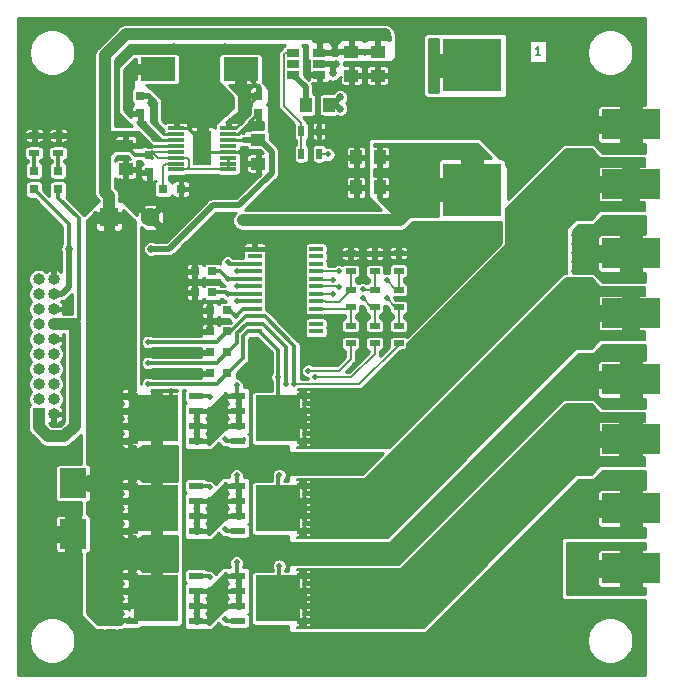
<source format=gbr>
G04 #@! TF.GenerationSoftware,KiCad,Pcbnew,(5.0.0-rc2-dev-185-g935a5ca)*
G04 #@! TF.CreationDate,2018-03-20T09:50:27-05:00*
G04 #@! TF.ProjectId,Power Board,506F77657220426F6172642E6B696361,rev?*
G04 #@! TF.SameCoordinates,Original*
G04 #@! TF.FileFunction,Copper,L1,Top,Mixed*
G04 #@! TF.FilePolarity,Positive*
%FSLAX46Y46*%
G04 Gerber Fmt 4.6, Leading zero omitted, Abs format (unit mm)*
G04 Created by KiCad (PCBNEW (5.0.0-rc2-dev-185-g935a5ca)) date Tuesday, March 20, 2018 at 09:50:27 AM*
%MOMM*%
%LPD*%
G01*
G04 APERTURE LIST*
%ADD10C,0.150000*%
%ADD11O,1.000000X1.000000*%
%ADD12R,1.000000X1.000000*%
%ADD13R,5.000000X2.500000*%
%ADD14R,0.900000X0.500000*%
%ADD15R,0.500000X0.900000*%
%ADD16R,0.800000X0.800000*%
%ADD17R,3.810000X3.910000*%
%ADD18R,1.020000X0.610000*%
%ADD19R,1.270000X0.610000*%
%ADD20R,0.800000X0.750000*%
%ADD21R,1.000000X1.250000*%
%ADD22R,1.250000X1.000000*%
%ADD23R,2.300000X2.500000*%
%ADD24R,5.000000X4.500000*%
%ADD25R,1.200000X0.400000*%
%ADD26R,1.060000X0.650000*%
%ADD27R,1.600000X1.600000*%
%ADD28C,1.600000*%
%ADD29R,0.750000X0.800000*%
%ADD30R,3.000000X2.000000*%
%ADD31R,1.400000X0.300000*%
%ADD32R,1.650000X2.850000*%
%ADD33C,0.660000*%
%ADD34C,0.508000*%
%ADD35C,1.000000*%
%ADD36C,0.300000*%
%ADD37C,0.200000*%
%ADD38C,0.500000*%
%ADD39C,0.250000*%
%ADD40C,0.260000*%
%ADD41C,0.160000*%
%ADD42C,0.254000*%
G04 APERTURE END LIST*
D10*
X241500000Y-87565666D02*
X241100000Y-87565666D01*
X241300000Y-87565666D02*
X241300000Y-86865666D01*
X241233333Y-86965666D01*
X241166666Y-87032333D01*
X241100000Y-87065666D01*
D11*
X200279000Y-106553000D03*
X199009000Y-106553000D03*
X200279000Y-107823000D03*
X199009000Y-107823000D03*
X200279000Y-109093000D03*
X199009000Y-109093000D03*
X200279000Y-110363000D03*
X199009000Y-110363000D03*
X200279000Y-111633000D03*
X199009000Y-111633000D03*
X200279000Y-112903000D03*
X199009000Y-112903000D03*
X200279000Y-114173000D03*
X199009000Y-114173000D03*
X200279000Y-115443000D03*
X199009000Y-115443000D03*
X200279000Y-116713000D03*
X199009000Y-116713000D03*
X200279000Y-117983000D03*
D12*
X199009000Y-117983000D03*
D13*
X249174000Y-125984000D03*
X249174000Y-131064000D03*
X249174000Y-120142000D03*
X249174000Y-115062000D03*
X249174000Y-104394000D03*
X249174000Y-109474000D03*
X249174000Y-93472000D03*
X249174000Y-98552000D03*
D14*
X225425000Y-110502000D03*
X225425000Y-112002000D03*
X225425000Y-108954000D03*
X225425000Y-107454000D03*
X225425000Y-104384000D03*
X225425000Y-105884000D03*
X227457000Y-110502000D03*
X227457000Y-112002000D03*
X227457000Y-108954000D03*
X227457000Y-107454000D03*
X227457000Y-104406000D03*
X227457000Y-105906000D03*
X229489000Y-110502000D03*
X229489000Y-112002000D03*
X229489000Y-108954000D03*
X229489000Y-107454000D03*
X229489000Y-104354000D03*
X229489000Y-105854000D03*
D15*
X222746000Y-95948500D03*
X221246000Y-95948500D03*
X221246000Y-94043500D03*
X222746000Y-94043500D03*
D14*
X198628000Y-94373000D03*
X198628000Y-95873000D03*
D16*
X198628000Y-97371000D03*
X198628000Y-98971000D03*
D17*
X219257000Y-118364000D03*
D18*
X221362000Y-116459000D03*
X221362000Y-117729000D03*
X221362000Y-118999000D03*
X221362000Y-120269000D03*
D19*
X215897000Y-120269000D03*
X215897000Y-118999000D03*
X215897000Y-117729000D03*
X215897000Y-116459000D03*
D17*
X208987000Y-118364000D03*
D18*
X206882000Y-120269000D03*
X206882000Y-118999000D03*
X206882000Y-117729000D03*
X206882000Y-116459000D03*
D19*
X212347000Y-116459000D03*
X212347000Y-117729000D03*
X212347000Y-118999000D03*
X212347000Y-120269000D03*
D17*
X219257000Y-125984000D03*
D18*
X221362000Y-124079000D03*
X221362000Y-125349000D03*
X221362000Y-126619000D03*
X221362000Y-127889000D03*
D19*
X215897000Y-127889000D03*
X215897000Y-126619000D03*
X215897000Y-125349000D03*
X215897000Y-124079000D03*
D17*
X208987000Y-125984000D03*
D18*
X206882000Y-127889000D03*
X206882000Y-126619000D03*
X206882000Y-125349000D03*
X206882000Y-124079000D03*
D19*
X212347000Y-124079000D03*
X212347000Y-125349000D03*
X212347000Y-126619000D03*
X212347000Y-127889000D03*
D17*
X219257000Y-133604000D03*
D18*
X221362000Y-131699000D03*
X221362000Y-132969000D03*
X221362000Y-134239000D03*
X221362000Y-135509000D03*
D19*
X215897000Y-135509000D03*
X215897000Y-134239000D03*
X215897000Y-132969000D03*
X215897000Y-131699000D03*
D17*
X208987000Y-133604000D03*
D18*
X206882000Y-135509000D03*
X206882000Y-134239000D03*
X206882000Y-132969000D03*
X206882000Y-131699000D03*
D19*
X212347000Y-131699000D03*
X212347000Y-132969000D03*
X212347000Y-134239000D03*
X212347000Y-135509000D03*
D20*
X213499000Y-109220000D03*
X214999000Y-109220000D03*
X212229000Y-107696000D03*
X213729000Y-107696000D03*
X212229000Y-105918000D03*
X213729000Y-105918000D03*
X214999000Y-114554000D03*
X213499000Y-114554000D03*
X214999000Y-112776000D03*
X213499000Y-112776000D03*
X214999000Y-110998000D03*
X213499000Y-110998000D03*
D21*
X221631000Y-91821000D03*
X223631000Y-91821000D03*
D22*
X227711000Y-87328500D03*
X227711000Y-89328500D03*
X225488500Y-87328500D03*
X225488500Y-89328500D03*
D21*
X227885500Y-98806000D03*
X225885500Y-98806000D03*
X227885500Y-96266000D03*
X225885500Y-96266000D03*
D22*
X217607000Y-94778000D03*
X217607000Y-96778000D03*
D23*
X201930000Y-123834000D03*
X201930000Y-128134000D03*
D24*
X235712000Y-88476000D03*
X235712000Y-98976000D03*
D25*
X222497000Y-110998000D03*
X222497000Y-110363000D03*
X222497000Y-109728000D03*
X222497000Y-109093000D03*
X222497000Y-108458000D03*
X222497000Y-107823000D03*
X222497000Y-107188000D03*
X222497000Y-106553000D03*
X222497000Y-105918000D03*
X222497000Y-105283000D03*
X222497000Y-104648000D03*
X222497000Y-104013000D03*
X217297000Y-104013000D03*
X217297000Y-104648000D03*
X217297000Y-105283000D03*
X217297000Y-105918000D03*
X217297000Y-106553000D03*
X217297000Y-107188000D03*
X217297000Y-107823000D03*
X217297000Y-108458000D03*
X217297000Y-109093000D03*
X217297000Y-109728000D03*
X217297000Y-110363000D03*
X217297000Y-110998000D03*
D26*
X222778500Y-89278500D03*
X222778500Y-88328500D03*
X222778500Y-87378500D03*
X220578500Y-87378500D03*
X220578500Y-89278500D03*
X220578500Y-88328500D03*
D27*
X204978000Y-101346000D03*
D28*
X208478000Y-101346000D03*
D29*
X207607000Y-92528000D03*
X207607000Y-91028000D03*
X217607000Y-92528000D03*
X217607000Y-91028000D03*
D22*
X206377000Y-95278000D03*
X206377000Y-97278000D03*
D29*
X208377000Y-97528000D03*
X208377000Y-96028000D03*
D20*
X211062000Y-98933000D03*
X209562000Y-98933000D03*
D30*
X209107000Y-88778000D03*
X216107000Y-88778000D03*
D31*
X210657000Y-93778000D03*
X210657000Y-94278000D03*
X210657000Y-94778000D03*
X210657000Y-95278000D03*
X210657000Y-95778000D03*
X215057000Y-95778000D03*
X215057000Y-95278000D03*
X215057000Y-94778000D03*
X215057000Y-94278000D03*
X215057000Y-93778000D03*
X210657000Y-96278000D03*
X210657000Y-96778000D03*
X210657000Y-97278000D03*
X215057000Y-96278000D03*
X215057000Y-96778000D03*
X215057000Y-97278000D03*
D32*
X212857000Y-95428000D03*
D16*
X200660000Y-98971000D03*
X200660000Y-97371000D03*
D14*
X200660000Y-95873000D03*
X200660000Y-94373000D03*
D33*
X202057000Y-110363000D03*
X216281000Y-101600000D03*
D34*
X232664000Y-98806006D03*
X223520000Y-96012000D03*
X199644000Y-92710000D03*
X211582000Y-100076000D03*
X216154000Y-103378000D03*
X209042000Y-110744000D03*
X199898000Y-129032000D03*
X201168000Y-130302000D03*
X202438000Y-130302000D03*
X224409000Y-129413000D03*
X224409000Y-121793000D03*
X223139000Y-122428000D03*
X211074000Y-106680000D03*
X217479190Y-97845190D03*
X244348000Y-93472000D03*
X245364000Y-92710000D03*
X244348000Y-91948000D03*
X244348000Y-94234000D03*
X245364000Y-91948000D03*
X244348000Y-92710000D03*
X245364000Y-94996000D03*
X244348000Y-94996000D03*
X245364000Y-93472000D03*
X245364000Y-94234000D03*
X245364000Y-104394000D03*
X245364000Y-105918000D03*
X244348000Y-105156000D03*
X244348000Y-104394000D03*
X245364000Y-102870000D03*
X244348000Y-105918000D03*
X245364000Y-105156000D03*
X244348000Y-103632000D03*
X244348000Y-102870000D03*
X245364000Y-103632000D03*
X245364000Y-115824000D03*
X244348000Y-115824000D03*
X245364000Y-116586000D03*
X244348000Y-116586000D03*
X244348000Y-113538000D03*
X244348000Y-114300000D03*
X245364000Y-113538000D03*
X245364000Y-115062000D03*
X244348000Y-115062000D03*
X245364000Y-114300000D03*
X244348000Y-124460000D03*
X244348000Y-125222000D03*
X244348000Y-125984000D03*
X244348000Y-126746000D03*
X244348000Y-127508000D03*
X245364000Y-127508000D03*
X245364000Y-126746000D03*
X245364000Y-125984000D03*
X245364000Y-125222000D03*
X245364000Y-124460000D03*
X212217000Y-98933000D03*
X223012000Y-90551000D03*
X226314000Y-97536000D03*
X226314000Y-100203000D03*
X227965000Y-93853000D03*
X226822000Y-93853000D03*
X225679000Y-93853000D03*
X214757000Y-86868000D03*
X214122000Y-91948000D03*
X211582000Y-91948000D03*
X210439000Y-86868000D03*
X221107000Y-109474000D03*
X218567000Y-104394000D03*
X205867000Y-98298000D03*
X207137000Y-98298000D03*
X208407000Y-98933000D03*
X216662000Y-98298000D03*
X213357000Y-95528000D03*
X212857000Y-96028000D03*
X212357000Y-96528000D03*
X213357000Y-96528000D03*
X212357000Y-95278000D03*
X212857000Y-94778000D03*
X213357000Y-94278000D03*
X212357000Y-94278000D03*
X208280000Y-115443000D03*
X208280000Y-113665000D03*
X208280000Y-111886994D03*
X232537000Y-89916000D03*
D33*
X224154990Y-88392000D03*
X223901000Y-89154020D03*
X201549000Y-104013000D03*
X208534000Y-104013000D03*
D34*
X215011000Y-105156034D03*
X203454000Y-116713000D03*
X244348000Y-132588000D03*
X245364000Y-132588000D03*
X245364000Y-131826000D03*
X244348000Y-131826000D03*
X244348000Y-131064000D03*
X245364000Y-131064000D03*
X245364000Y-130302000D03*
X244348000Y-130302000D03*
X245364000Y-129540000D03*
X244348000Y-129540000D03*
D33*
X205613000Y-135636000D03*
X204597000Y-135636000D03*
X204597000Y-134620000D03*
X204597000Y-133604000D03*
X204597000Y-132588000D03*
X204597000Y-131572000D03*
X205613000Y-131572000D03*
X205613000Y-132588000D03*
X205613000Y-133604000D03*
X205613000Y-134620000D03*
D34*
X223012000Y-113284000D03*
X217297000Y-114554000D03*
X218694000Y-121793000D03*
X217424000Y-122428000D03*
X216154000Y-121793000D03*
X216154000Y-129413000D03*
X217424000Y-130048000D03*
X218694000Y-129413000D03*
X223139000Y-130048000D03*
X210185000Y-116078000D03*
X215679688Y-109687625D03*
X215773000Y-115570000D03*
X215011000Y-107848000D03*
X215773000Y-123190000D03*
X215773000Y-130556000D03*
X215011000Y-106578000D03*
X221846300Y-114327580D03*
X219257000Y-114844000D03*
X222414370Y-114887590D03*
X219936987Y-115484000D03*
X219375346Y-123158674D03*
X220657000Y-115484000D03*
X219377000Y-130844000D03*
X232537000Y-88900000D03*
X232537000Y-87884000D03*
X232537000Y-86868000D03*
D33*
X224536000Y-91186000D03*
X224536000Y-92138500D03*
D34*
X215773000Y-108458000D03*
X213487000Y-116586000D03*
X214757000Y-120142000D03*
X215773000Y-107188000D03*
X214757000Y-127762000D03*
X213487000Y-124206000D03*
X215773000Y-105918000D03*
X214757000Y-135382000D03*
X213487000Y-131826000D03*
X223898230Y-107824691D03*
X226441000Y-108204000D03*
X224409707Y-107188665D03*
X226441000Y-107442000D03*
X223896513Y-106597045D03*
X228473000Y-108204000D03*
X224409000Y-105918000D03*
X228473000Y-106680000D03*
D35*
X202057000Y-110363000D02*
X202057000Y-118999000D01*
X202057000Y-118999000D02*
X201168000Y-119888000D01*
X199771000Y-119888000D02*
X199009000Y-119126000D01*
X201168000Y-119888000D02*
X199771000Y-119888000D01*
X199009000Y-119126000D02*
X199009000Y-117983000D01*
D36*
X202057000Y-110363000D02*
X202386999Y-110033001D01*
X202386999Y-110033001D02*
X202386999Y-101397999D01*
X202386999Y-101397999D02*
X200660000Y-99671000D01*
X200660000Y-99671000D02*
X200660000Y-98971000D01*
D35*
X200279000Y-110363000D02*
X202057000Y-110363000D01*
X235712000Y-98976000D02*
X232212000Y-98976000D01*
X232212000Y-98976000D02*
X229588000Y-101600000D01*
X229588000Y-101600000D02*
X216281000Y-101600000D01*
D37*
X232664000Y-98806006D02*
X235542006Y-98806006D01*
X235542006Y-98806006D02*
X235712000Y-98976000D01*
X222746000Y-95948500D02*
X223456500Y-95948500D01*
X223456500Y-95948500D02*
X223520000Y-96012000D01*
D36*
X215773000Y-115570000D02*
X215773000Y-116335000D01*
X215773000Y-116335000D02*
X215897000Y-116459000D01*
X214999000Y-109220000D02*
X215212063Y-109220000D01*
X215212063Y-109220000D02*
X215419689Y-109427626D01*
X215679688Y-109687625D02*
X216274313Y-109093000D01*
X216274313Y-109093000D02*
X217297000Y-109093000D01*
X214085000Y-115443000D02*
X208639210Y-115443000D01*
X208639210Y-115443000D02*
X208280000Y-115443000D01*
X214974000Y-114554000D02*
X214085000Y-115443000D01*
X214999000Y-114554000D02*
X214974000Y-114554000D01*
X214974000Y-112776000D02*
X214085000Y-113665000D01*
X214999000Y-112776000D02*
X214974000Y-112776000D01*
X208639210Y-113665000D02*
X208280000Y-113665000D01*
X214085000Y-113665000D02*
X208639210Y-113665000D01*
X214999000Y-110998000D02*
X214974000Y-110998000D01*
X214085006Y-111886994D02*
X208639210Y-111886994D01*
X214974000Y-110998000D02*
X214085006Y-111886994D01*
X208639210Y-111886994D02*
X208280000Y-111886994D01*
D37*
X229489000Y-112002000D02*
X229489000Y-112141000D01*
X221024695Y-115484000D02*
X220657000Y-115484000D01*
X229489000Y-112141000D02*
X226146000Y-115484000D01*
X226146000Y-115484000D02*
X221024695Y-115484000D01*
D38*
X224091490Y-88328500D02*
X224154990Y-88392000D01*
X222778500Y-88328500D02*
X224091490Y-88328500D01*
X223901000Y-88687330D02*
X223901000Y-89154020D01*
X223808500Y-88328500D02*
X223901000Y-88421000D01*
X222778500Y-88328500D02*
X223808500Y-88328500D01*
X223901000Y-88421000D02*
X223901000Y-88687330D01*
D37*
X209562000Y-98933000D02*
X209562000Y-96973000D01*
X209562000Y-96973000D02*
X209757000Y-96778000D01*
X209757000Y-96778000D02*
X210657000Y-96778000D01*
D38*
X217607000Y-94778000D02*
X217732000Y-94778000D01*
X218732000Y-97588002D02*
X215990002Y-100330000D01*
X217732000Y-94778000D02*
X218732000Y-95778000D01*
X218732000Y-95778000D02*
X218732000Y-97588002D01*
X215990002Y-100330000D02*
X213741000Y-100330000D01*
X213741000Y-100330000D02*
X210058000Y-104013000D01*
X210058000Y-104013000D02*
X208534000Y-104013000D01*
D36*
X201549000Y-104013000D02*
X201549000Y-101892000D01*
X201549000Y-101892000D02*
X198628000Y-98971000D01*
D38*
X201549000Y-104013000D02*
X201549000Y-107260106D01*
X201549000Y-107260106D02*
X200986106Y-107823000D01*
X200986106Y-107823000D02*
X200279000Y-107823000D01*
D36*
X215897000Y-120269000D02*
X214884000Y-120269000D01*
X214884000Y-120269000D02*
X214757000Y-120142000D01*
X215897000Y-135509000D02*
X214884000Y-135509000D01*
X214884000Y-135509000D02*
X214757000Y-135382000D01*
D37*
X222497000Y-109093000D02*
X225286000Y-109093000D01*
X225286000Y-109093000D02*
X225425000Y-108954000D01*
X225425000Y-108954000D02*
X225425000Y-110502000D01*
X229489000Y-108954000D02*
X229489000Y-110502000D01*
D35*
X222758000Y-85852000D02*
X225298000Y-85852000D01*
X206375000Y-85852000D02*
X222758000Y-85852000D01*
D37*
X222758000Y-85852000D02*
X222778500Y-85872500D01*
X222778500Y-85872500D02*
X222778500Y-87378500D01*
D35*
X225298000Y-85852000D02*
X227584000Y-85852000D01*
D37*
X225298000Y-85852000D02*
X225488500Y-86042500D01*
X225488500Y-86042500D02*
X225488500Y-87328500D01*
D35*
X227584000Y-85852000D02*
X228346000Y-85852000D01*
D37*
X227584000Y-85852000D02*
X227711000Y-85979000D01*
X227711000Y-85979000D02*
X227711000Y-87328500D01*
D36*
X217297000Y-105283000D02*
X215137966Y-105283000D01*
X215137966Y-105283000D02*
X215011000Y-105156034D01*
D35*
X204597000Y-96012000D02*
X204597000Y-87630000D01*
X204597000Y-87630000D02*
X206375000Y-85852000D01*
X204978000Y-101346000D02*
X204978000Y-99546000D01*
X204597000Y-96012000D02*
X205331000Y-95278000D01*
X204978000Y-99546000D02*
X204597000Y-99165000D01*
X204597000Y-99165000D02*
X204597000Y-96012000D01*
X205331000Y-95278000D02*
X206377000Y-95278000D01*
D37*
X201930000Y-123834000D02*
X203822000Y-123834000D01*
X203822000Y-123834000D02*
X206882000Y-120774000D01*
X206882000Y-120774000D02*
X206882000Y-120269000D01*
D38*
X225488500Y-87328500D02*
X227711000Y-87328500D01*
D36*
X206377000Y-95278000D02*
X207302000Y-95278000D01*
D39*
X207302000Y-95278000D02*
X210657000Y-95278000D01*
D37*
X210657000Y-97278000D02*
X211557000Y-97278000D01*
X211557000Y-97278000D02*
X211726543Y-97108457D01*
X211726543Y-97108457D02*
X211726543Y-96447543D01*
X211726543Y-96447543D02*
X211557000Y-96278000D01*
X211557000Y-96278000D02*
X210657000Y-96278000D01*
D36*
X208377000Y-96028000D02*
X207127000Y-96028000D01*
X207127000Y-96028000D02*
X206377000Y-95278000D01*
D37*
X210657000Y-95778000D02*
X208607000Y-95778000D01*
X210657000Y-96278000D02*
X209107000Y-96278000D01*
X209107000Y-96278000D02*
X208607000Y-95778000D01*
D36*
X208627000Y-95778000D02*
X208377000Y-96028000D01*
X208627000Y-96278000D02*
X208377000Y-96028000D01*
D39*
X215057000Y-96778000D02*
X215057000Y-96278000D01*
X215057000Y-97278000D02*
X215057000Y-96778000D01*
D37*
X210657000Y-97278000D02*
X215007000Y-97278000D01*
D36*
X215007000Y-97278000D02*
X215057000Y-97278000D01*
D38*
X225438500Y-87378500D02*
X225488500Y-87328500D01*
D36*
X210185000Y-116078000D02*
X210185000Y-117166000D01*
X210185000Y-117166000D02*
X208987000Y-118364000D01*
X206882000Y-132969000D02*
X206882000Y-134239000D01*
D38*
X206882000Y-131699000D02*
X206882000Y-132969000D01*
X206882000Y-126619000D02*
X206882000Y-127889000D01*
D36*
X206882000Y-125349000D02*
X206882000Y-126619000D01*
D38*
X206882000Y-124079000D02*
X206882000Y-125349000D01*
X206882000Y-117729000D02*
X206882000Y-116459000D01*
D36*
X206882000Y-118999000D02*
X206882000Y-117729000D01*
D38*
X206882000Y-120269000D02*
X206882000Y-118999000D01*
D39*
X215057000Y-95778000D02*
X217407000Y-95778000D01*
D36*
X217407000Y-95778000D02*
X217607000Y-95978000D01*
X217607000Y-95978000D02*
X217607000Y-96778000D01*
D39*
X215057000Y-95778000D02*
X213207000Y-95778000D01*
D36*
X213207000Y-95778000D02*
X212857000Y-95428000D01*
D39*
X210657000Y-93778000D02*
X211657000Y-93778000D01*
D36*
X211657000Y-93778000D02*
X212857000Y-94978000D01*
X212857000Y-94978000D02*
X212857000Y-95428000D01*
X215419689Y-109427626D02*
X215679688Y-109687625D01*
X213729000Y-107696000D02*
X214859000Y-107696000D01*
X214859000Y-107696000D02*
X215011000Y-107848000D01*
X215773000Y-123190000D02*
X215773000Y-123955000D01*
X215773000Y-123955000D02*
X215897000Y-124079000D01*
X215011000Y-107848000D02*
X217272000Y-107848000D01*
X217272000Y-107848000D02*
X217297000Y-107823000D01*
X213729000Y-105918000D02*
X214351000Y-105918000D01*
X214351000Y-105918000D02*
X215011000Y-106578000D01*
X215773000Y-130556000D02*
X215773000Y-131575000D01*
X215773000Y-131575000D02*
X215897000Y-131699000D01*
X217297000Y-106553000D02*
X215036000Y-106553000D01*
X215036000Y-106553000D02*
X215011000Y-106578000D01*
D37*
X224439065Y-114327580D02*
X225425000Y-113341645D01*
X225425000Y-113341645D02*
X225425000Y-112002000D01*
X221846300Y-114327580D02*
X224439065Y-114327580D01*
D36*
X217297000Y-110998000D02*
X216729004Y-110998000D01*
X216729004Y-110998000D02*
X216322366Y-111404638D01*
X216322366Y-111404638D02*
X216322366Y-113255634D01*
X216322366Y-113255634D02*
X215024000Y-114554000D01*
X215024000Y-114554000D02*
X214999000Y-114554000D01*
X221362000Y-116459000D02*
X221162000Y-116459000D01*
X221162000Y-116459000D02*
X219257000Y-118364000D01*
X221362000Y-120269000D02*
X221162000Y-120269000D01*
X221162000Y-120269000D02*
X219257000Y-118364000D01*
X219257000Y-118364000D02*
X220727000Y-118364000D01*
X220727000Y-118364000D02*
X221362000Y-117729000D01*
X220727000Y-118364000D02*
X221362000Y-118999000D01*
X219257000Y-116109000D02*
X219257000Y-118364000D01*
X217697000Y-110998000D02*
X219257000Y-112558000D01*
X217297000Y-110998000D02*
X217697000Y-110998000D01*
X219257000Y-114844000D02*
X219257000Y-116109000D01*
X219257000Y-112558000D02*
X219257000Y-114844000D01*
D37*
X227457000Y-112002000D02*
X227457000Y-112914690D01*
X227457000Y-112914690D02*
X225484100Y-114887590D01*
X225484100Y-114887590D02*
X222782065Y-114887590D01*
X222782065Y-114887590D02*
X222414370Y-114887590D01*
D36*
X217297000Y-110363000D02*
X217967418Y-110363000D01*
X217967418Y-110363000D02*
X219936987Y-112332569D01*
X219936987Y-112332569D02*
X219936987Y-115116305D01*
X219936987Y-115116305D02*
X219936987Y-115484000D01*
X215024000Y-112776000D02*
X214999000Y-112776000D01*
X215822355Y-111977645D02*
X215024000Y-112776000D01*
X215822355Y-111158975D02*
X215822355Y-111977645D01*
X216618330Y-110363000D02*
X215822355Y-111158975D01*
X217297000Y-110363000D02*
X216618330Y-110363000D01*
X219257000Y-123277020D02*
X219375346Y-123158674D01*
X219257000Y-125984000D02*
X219257000Y-123277020D01*
X219892000Y-134239000D02*
X219257000Y-133604000D01*
X217297000Y-109728000D02*
X216546208Y-109728000D01*
X215276208Y-110998000D02*
X214999000Y-110998000D01*
X216546208Y-109728000D02*
X215276208Y-110998000D01*
X219892000Y-132969000D02*
X219257000Y-133604000D01*
X219377000Y-130844000D02*
X219377000Y-133484000D01*
X217297000Y-109728000D02*
X218197000Y-109728000D01*
X218197000Y-109728000D02*
X220657000Y-112188000D01*
X220657000Y-112188000D02*
X220657000Y-115484000D01*
X219377000Y-133484000D02*
X219257000Y-133604000D01*
D38*
X221631000Y-91821000D02*
X221631000Y-90331000D01*
X221631000Y-90331000D02*
X220578500Y-89278500D01*
X223901000Y-91821000D02*
X224536000Y-91186000D01*
X223631000Y-91821000D02*
X223901000Y-91821000D01*
X223631000Y-91821000D02*
X224218500Y-91821000D01*
X224218500Y-91821000D02*
X224536000Y-92138500D01*
D39*
X210657000Y-94278000D02*
X209607000Y-94278000D01*
D36*
X209607000Y-94278000D02*
X208607000Y-93278000D01*
X208607000Y-93278000D02*
X208607000Y-91278000D01*
X208607000Y-91278000D02*
X208357000Y-91028000D01*
X208357000Y-91028000D02*
X207607000Y-91028000D01*
D39*
X210657000Y-94778000D02*
X208835272Y-94778000D01*
D36*
X208835272Y-94778000D02*
X207607000Y-93549728D01*
X207607000Y-93549728D02*
X207607000Y-92528000D01*
D39*
X216357000Y-94778000D02*
X215057000Y-94778000D01*
D38*
X216357000Y-94778000D02*
X217542002Y-94778000D01*
X216607000Y-94778000D02*
X216357000Y-94778000D01*
X217607000Y-94778000D02*
X216607000Y-94778000D01*
D36*
X217297000Y-108458000D02*
X215773000Y-108458000D01*
X212347000Y-116459000D02*
X213360000Y-116459000D01*
X213360000Y-116459000D02*
X213487000Y-116586000D01*
X216407000Y-120159000D02*
X216385710Y-120137710D01*
X215773000Y-107188000D02*
X217297000Y-107188000D01*
X215897000Y-127889000D02*
X214884000Y-127889000D01*
X214884000Y-127889000D02*
X214757000Y-127762000D01*
X212347000Y-124079000D02*
X213360000Y-124079000D01*
X213360000Y-124079000D02*
X213487000Y-124206000D01*
X217297000Y-105918000D02*
X215773000Y-105918000D01*
X212347000Y-131699000D02*
X213360000Y-131699000D01*
X213360000Y-131699000D02*
X213487000Y-131826000D01*
D37*
X223298963Y-108459963D02*
X223297000Y-108458000D01*
X223297000Y-108458000D02*
X222497000Y-108458000D01*
X224419037Y-108459963D02*
X223298963Y-108459963D01*
X225425000Y-107454000D02*
X224419037Y-108459963D01*
X225425000Y-107454000D02*
X225425000Y-105884000D01*
X223896539Y-107823000D02*
X223898230Y-107824691D01*
X222497000Y-107823000D02*
X223896539Y-107823000D01*
X227457000Y-108954000D02*
X227191000Y-108954000D01*
X227191000Y-108954000D02*
X226441000Y-108204000D01*
X227457000Y-108954000D02*
X227457000Y-110502000D01*
D36*
X222516000Y-107804000D02*
X222497000Y-107823000D01*
D37*
X224409042Y-107188000D02*
X224409707Y-107188665D01*
X222497000Y-107188000D02*
X224409042Y-107188000D01*
X227457000Y-107454000D02*
X226453000Y-107454000D01*
X226453000Y-107454000D02*
X226441000Y-107442000D01*
X227457000Y-105906000D02*
X227457000Y-107454000D01*
D36*
X222521000Y-107164000D02*
X222497000Y-107188000D01*
D37*
X223896513Y-106597045D02*
X222541045Y-106597045D01*
X222541045Y-106597045D02*
X222497000Y-106553000D01*
X229489000Y-108954000D02*
X229223000Y-108954000D01*
X229223000Y-108954000D02*
X228473000Y-108204000D01*
X224409000Y-105918000D02*
X222497000Y-105918000D01*
X229489000Y-107454000D02*
X229247000Y-107454000D01*
X229247000Y-107454000D02*
X228473000Y-106680000D01*
X229489000Y-107454000D02*
X229489000Y-105854000D01*
D36*
X222531000Y-105884000D02*
X222497000Y-105918000D01*
D37*
X221246000Y-94043500D02*
X221246000Y-93369236D01*
X221246000Y-93369236D02*
X219748499Y-91871735D01*
X219748499Y-91871735D02*
X219748499Y-87478501D01*
X219748499Y-87478501D02*
X219848500Y-87378500D01*
X219848500Y-87378500D02*
X220578500Y-87378500D01*
X221246000Y-95948500D02*
X221246000Y-94043500D01*
D38*
X221246000Y-93843500D02*
X221246000Y-94043500D01*
D39*
X215057000Y-94278000D02*
X216008458Y-94278000D01*
D36*
X216008458Y-94278000D02*
X216932000Y-93354458D01*
X216932000Y-93354458D02*
X216932000Y-93228000D01*
X216932000Y-93228000D02*
X217607000Y-92553000D01*
X217607000Y-92553000D02*
X217607000Y-92528000D01*
X217607000Y-91028000D02*
X217607000Y-90278000D01*
X217607000Y-90278000D02*
X216107000Y-88778000D01*
D39*
X215057000Y-93778000D02*
X215674880Y-93778000D01*
D36*
X217607000Y-91053000D02*
X217607000Y-91028000D01*
D39*
X215674880Y-93778000D02*
X216881999Y-92570881D01*
D36*
X216881999Y-91778001D02*
X217607000Y-91053000D01*
X216881999Y-92570881D02*
X216881999Y-91778001D01*
X200660000Y-97371000D02*
X200660000Y-95873000D01*
X198628000Y-97371000D02*
X198628000Y-95873000D01*
D40*
G36*
X214872000Y-116237500D02*
X214969500Y-116335000D01*
X215773000Y-116335000D01*
X215773000Y-116315000D01*
X216021000Y-116315000D01*
X216021000Y-116335000D01*
X216041000Y-116335000D01*
X216041000Y-116583000D01*
X216021000Y-116583000D01*
X216021000Y-117056500D01*
X216058500Y-117094000D01*
X216021000Y-117131500D01*
X216021000Y-117605000D01*
X216041000Y-117605000D01*
X216041000Y-117853000D01*
X216021000Y-117853000D01*
X216021000Y-118326500D01*
X216058500Y-118364000D01*
X216021000Y-118401500D01*
X216021000Y-118875000D01*
X216041000Y-118875000D01*
X216041000Y-119123000D01*
X216021000Y-119123000D01*
X216021000Y-119143000D01*
X215773000Y-119143000D01*
X215773000Y-119123000D01*
X214969500Y-119123000D01*
X214872000Y-119220500D01*
X214872000Y-119250000D01*
X214757000Y-119250000D01*
X214707251Y-119259896D01*
X214665076Y-119288076D01*
X213433152Y-120520000D01*
X213372000Y-120520000D01*
X213372000Y-120490500D01*
X213274500Y-120393000D01*
X212471000Y-120393000D01*
X212471000Y-120413000D01*
X212223000Y-120413000D01*
X212223000Y-120393000D01*
X212203000Y-120393000D01*
X212203000Y-120145000D01*
X212223000Y-120145000D01*
X212223000Y-119671500D01*
X212185500Y-119634000D01*
X212223000Y-119596500D01*
X212223000Y-119123000D01*
X212471000Y-119123000D01*
X212471000Y-119596500D01*
X212508500Y-119634000D01*
X212471000Y-119671500D01*
X212471000Y-120145000D01*
X213274500Y-120145000D01*
X213372000Y-120047500D01*
X213372000Y-119886424D01*
X213312626Y-119743083D01*
X213203543Y-119634000D01*
X213312626Y-119524917D01*
X213372000Y-119381576D01*
X213372000Y-119220500D01*
X213274500Y-119123000D01*
X212471000Y-119123000D01*
X212223000Y-119123000D01*
X212203000Y-119123000D01*
X212203000Y-118875000D01*
X212223000Y-118875000D01*
X212223000Y-118401500D01*
X212185500Y-118364000D01*
X212223000Y-118326500D01*
X212223000Y-117853000D01*
X212471000Y-117853000D01*
X212471000Y-118326500D01*
X212508500Y-118364000D01*
X212471000Y-118401500D01*
X212471000Y-118875000D01*
X213274500Y-118875000D01*
X213372000Y-118777500D01*
X213372000Y-118616424D01*
X213312626Y-118473083D01*
X213203543Y-118364000D01*
X213312626Y-118254917D01*
X213372000Y-118111576D01*
X213372000Y-117950500D01*
X214872000Y-117950500D01*
X214872000Y-118111576D01*
X214931374Y-118254917D01*
X215040457Y-118364000D01*
X214931374Y-118473083D01*
X214872000Y-118616424D01*
X214872000Y-118777500D01*
X214969500Y-118875000D01*
X215773000Y-118875000D01*
X215773000Y-118401500D01*
X215735500Y-118364000D01*
X215773000Y-118326500D01*
X215773000Y-117853000D01*
X214969500Y-117853000D01*
X214872000Y-117950500D01*
X213372000Y-117950500D01*
X213274500Y-117853000D01*
X212471000Y-117853000D01*
X212223000Y-117853000D01*
X212203000Y-117853000D01*
X212203000Y-117605000D01*
X212223000Y-117605000D01*
X212223000Y-117585000D01*
X212471000Y-117585000D01*
X212471000Y-117605000D01*
X213274500Y-117605000D01*
X213372000Y-117507500D01*
X213372000Y-117478000D01*
X213487000Y-117478000D01*
X213536749Y-117468104D01*
X213578924Y-117439924D01*
X214338348Y-116680500D01*
X214872000Y-116680500D01*
X214872000Y-116841576D01*
X214931374Y-116984917D01*
X215040457Y-117094000D01*
X214931374Y-117203083D01*
X214872000Y-117346424D01*
X214872000Y-117507500D01*
X214969500Y-117605000D01*
X215773000Y-117605000D01*
X215773000Y-117131500D01*
X215735500Y-117094000D01*
X215773000Y-117056500D01*
X215773000Y-116583000D01*
X214969500Y-116583000D01*
X214872000Y-116680500D01*
X214338348Y-116680500D01*
X214810848Y-116208000D01*
X214872000Y-116208000D01*
X214872000Y-116237500D01*
X214872000Y-116237500D01*
G37*
X214872000Y-116237500D02*
X214969500Y-116335000D01*
X215773000Y-116335000D01*
X215773000Y-116315000D01*
X216021000Y-116315000D01*
X216021000Y-116335000D01*
X216041000Y-116335000D01*
X216041000Y-116583000D01*
X216021000Y-116583000D01*
X216021000Y-117056500D01*
X216058500Y-117094000D01*
X216021000Y-117131500D01*
X216021000Y-117605000D01*
X216041000Y-117605000D01*
X216041000Y-117853000D01*
X216021000Y-117853000D01*
X216021000Y-118326500D01*
X216058500Y-118364000D01*
X216021000Y-118401500D01*
X216021000Y-118875000D01*
X216041000Y-118875000D01*
X216041000Y-119123000D01*
X216021000Y-119123000D01*
X216021000Y-119143000D01*
X215773000Y-119143000D01*
X215773000Y-119123000D01*
X214969500Y-119123000D01*
X214872000Y-119220500D01*
X214872000Y-119250000D01*
X214757000Y-119250000D01*
X214707251Y-119259896D01*
X214665076Y-119288076D01*
X213433152Y-120520000D01*
X213372000Y-120520000D01*
X213372000Y-120490500D01*
X213274500Y-120393000D01*
X212471000Y-120393000D01*
X212471000Y-120413000D01*
X212223000Y-120413000D01*
X212223000Y-120393000D01*
X212203000Y-120393000D01*
X212203000Y-120145000D01*
X212223000Y-120145000D01*
X212223000Y-119671500D01*
X212185500Y-119634000D01*
X212223000Y-119596500D01*
X212223000Y-119123000D01*
X212471000Y-119123000D01*
X212471000Y-119596500D01*
X212508500Y-119634000D01*
X212471000Y-119671500D01*
X212471000Y-120145000D01*
X213274500Y-120145000D01*
X213372000Y-120047500D01*
X213372000Y-119886424D01*
X213312626Y-119743083D01*
X213203543Y-119634000D01*
X213312626Y-119524917D01*
X213372000Y-119381576D01*
X213372000Y-119220500D01*
X213274500Y-119123000D01*
X212471000Y-119123000D01*
X212223000Y-119123000D01*
X212203000Y-119123000D01*
X212203000Y-118875000D01*
X212223000Y-118875000D01*
X212223000Y-118401500D01*
X212185500Y-118364000D01*
X212223000Y-118326500D01*
X212223000Y-117853000D01*
X212471000Y-117853000D01*
X212471000Y-118326500D01*
X212508500Y-118364000D01*
X212471000Y-118401500D01*
X212471000Y-118875000D01*
X213274500Y-118875000D01*
X213372000Y-118777500D01*
X213372000Y-118616424D01*
X213312626Y-118473083D01*
X213203543Y-118364000D01*
X213312626Y-118254917D01*
X213372000Y-118111576D01*
X213372000Y-117950500D01*
X214872000Y-117950500D01*
X214872000Y-118111576D01*
X214931374Y-118254917D01*
X215040457Y-118364000D01*
X214931374Y-118473083D01*
X214872000Y-118616424D01*
X214872000Y-118777500D01*
X214969500Y-118875000D01*
X215773000Y-118875000D01*
X215773000Y-118401500D01*
X215735500Y-118364000D01*
X215773000Y-118326500D01*
X215773000Y-117853000D01*
X214969500Y-117853000D01*
X214872000Y-117950500D01*
X213372000Y-117950500D01*
X213274500Y-117853000D01*
X212471000Y-117853000D01*
X212223000Y-117853000D01*
X212203000Y-117853000D01*
X212203000Y-117605000D01*
X212223000Y-117605000D01*
X212223000Y-117585000D01*
X212471000Y-117585000D01*
X212471000Y-117605000D01*
X213274500Y-117605000D01*
X213372000Y-117507500D01*
X213372000Y-117478000D01*
X213487000Y-117478000D01*
X213536749Y-117468104D01*
X213578924Y-117439924D01*
X214338348Y-116680500D01*
X214872000Y-116680500D01*
X214872000Y-116841576D01*
X214931374Y-116984917D01*
X215040457Y-117094000D01*
X214931374Y-117203083D01*
X214872000Y-117346424D01*
X214872000Y-117507500D01*
X214969500Y-117605000D01*
X215773000Y-117605000D01*
X215773000Y-117131500D01*
X215735500Y-117094000D01*
X215773000Y-117056500D01*
X215773000Y-116583000D01*
X214969500Y-116583000D01*
X214872000Y-116680500D01*
X214338348Y-116680500D01*
X214810848Y-116208000D01*
X214872000Y-116208000D01*
X214872000Y-116237500D01*
G36*
X214872000Y-123857500D02*
X214969500Y-123955000D01*
X215773000Y-123955000D01*
X215773000Y-123935000D01*
X216021000Y-123935000D01*
X216021000Y-123955000D01*
X216041000Y-123955000D01*
X216041000Y-124203000D01*
X216021000Y-124203000D01*
X216021000Y-124676500D01*
X216058500Y-124714000D01*
X216021000Y-124751500D01*
X216021000Y-125225000D01*
X216041000Y-125225000D01*
X216041000Y-125473000D01*
X216021000Y-125473000D01*
X216021000Y-125946500D01*
X216058500Y-125984000D01*
X216021000Y-126021500D01*
X216021000Y-126495000D01*
X216041000Y-126495000D01*
X216041000Y-126743000D01*
X216021000Y-126743000D01*
X216021000Y-126763000D01*
X215773000Y-126763000D01*
X215773000Y-126743000D01*
X214969500Y-126743000D01*
X214872000Y-126840500D01*
X214872000Y-126870000D01*
X214757000Y-126870000D01*
X214707251Y-126879896D01*
X214665076Y-126908076D01*
X213433152Y-128140000D01*
X213372000Y-128140000D01*
X213372000Y-128110500D01*
X213274500Y-128013000D01*
X212471000Y-128013000D01*
X212471000Y-128033000D01*
X212223000Y-128033000D01*
X212223000Y-128013000D01*
X212203000Y-128013000D01*
X212203000Y-127765000D01*
X212223000Y-127765000D01*
X212223000Y-127291500D01*
X212185500Y-127254000D01*
X212223000Y-127216500D01*
X212223000Y-126743000D01*
X212471000Y-126743000D01*
X212471000Y-127216500D01*
X212508500Y-127254000D01*
X212471000Y-127291500D01*
X212471000Y-127765000D01*
X213274500Y-127765000D01*
X213372000Y-127667500D01*
X213372000Y-127506424D01*
X213312626Y-127363083D01*
X213203543Y-127254000D01*
X213312626Y-127144917D01*
X213372000Y-127001576D01*
X213372000Y-126840500D01*
X213274500Y-126743000D01*
X212471000Y-126743000D01*
X212223000Y-126743000D01*
X212203000Y-126743000D01*
X212203000Y-126495000D01*
X212223000Y-126495000D01*
X212223000Y-126021500D01*
X212185500Y-125984000D01*
X212223000Y-125946500D01*
X212223000Y-125473000D01*
X212471000Y-125473000D01*
X212471000Y-125946500D01*
X212508500Y-125984000D01*
X212471000Y-126021500D01*
X212471000Y-126495000D01*
X213274500Y-126495000D01*
X213372000Y-126397500D01*
X213372000Y-126236424D01*
X213312626Y-126093083D01*
X213203543Y-125984000D01*
X213312626Y-125874917D01*
X213372000Y-125731576D01*
X213372000Y-125570500D01*
X214872000Y-125570500D01*
X214872000Y-125731576D01*
X214931374Y-125874917D01*
X215040457Y-125984000D01*
X214931374Y-126093083D01*
X214872000Y-126236424D01*
X214872000Y-126397500D01*
X214969500Y-126495000D01*
X215773000Y-126495000D01*
X215773000Y-126021500D01*
X215735500Y-125984000D01*
X215773000Y-125946500D01*
X215773000Y-125473000D01*
X214969500Y-125473000D01*
X214872000Y-125570500D01*
X213372000Y-125570500D01*
X213274500Y-125473000D01*
X212471000Y-125473000D01*
X212223000Y-125473000D01*
X212203000Y-125473000D01*
X212203000Y-125225000D01*
X212223000Y-125225000D01*
X212223000Y-125205000D01*
X212471000Y-125205000D01*
X212471000Y-125225000D01*
X213274500Y-125225000D01*
X213372000Y-125127500D01*
X213372000Y-125098000D01*
X213487000Y-125098000D01*
X213536749Y-125088104D01*
X213578924Y-125059924D01*
X214338348Y-124300500D01*
X214872000Y-124300500D01*
X214872000Y-124461576D01*
X214931374Y-124604917D01*
X215040457Y-124714000D01*
X214931374Y-124823083D01*
X214872000Y-124966424D01*
X214872000Y-125127500D01*
X214969500Y-125225000D01*
X215773000Y-125225000D01*
X215773000Y-124751500D01*
X215735500Y-124714000D01*
X215773000Y-124676500D01*
X215773000Y-124203000D01*
X214969500Y-124203000D01*
X214872000Y-124300500D01*
X214338348Y-124300500D01*
X214810848Y-123828000D01*
X214872000Y-123828000D01*
X214872000Y-123857500D01*
X214872000Y-123857500D01*
G37*
X214872000Y-123857500D02*
X214969500Y-123955000D01*
X215773000Y-123955000D01*
X215773000Y-123935000D01*
X216021000Y-123935000D01*
X216021000Y-123955000D01*
X216041000Y-123955000D01*
X216041000Y-124203000D01*
X216021000Y-124203000D01*
X216021000Y-124676500D01*
X216058500Y-124714000D01*
X216021000Y-124751500D01*
X216021000Y-125225000D01*
X216041000Y-125225000D01*
X216041000Y-125473000D01*
X216021000Y-125473000D01*
X216021000Y-125946500D01*
X216058500Y-125984000D01*
X216021000Y-126021500D01*
X216021000Y-126495000D01*
X216041000Y-126495000D01*
X216041000Y-126743000D01*
X216021000Y-126743000D01*
X216021000Y-126763000D01*
X215773000Y-126763000D01*
X215773000Y-126743000D01*
X214969500Y-126743000D01*
X214872000Y-126840500D01*
X214872000Y-126870000D01*
X214757000Y-126870000D01*
X214707251Y-126879896D01*
X214665076Y-126908076D01*
X213433152Y-128140000D01*
X213372000Y-128140000D01*
X213372000Y-128110500D01*
X213274500Y-128013000D01*
X212471000Y-128013000D01*
X212471000Y-128033000D01*
X212223000Y-128033000D01*
X212223000Y-128013000D01*
X212203000Y-128013000D01*
X212203000Y-127765000D01*
X212223000Y-127765000D01*
X212223000Y-127291500D01*
X212185500Y-127254000D01*
X212223000Y-127216500D01*
X212223000Y-126743000D01*
X212471000Y-126743000D01*
X212471000Y-127216500D01*
X212508500Y-127254000D01*
X212471000Y-127291500D01*
X212471000Y-127765000D01*
X213274500Y-127765000D01*
X213372000Y-127667500D01*
X213372000Y-127506424D01*
X213312626Y-127363083D01*
X213203543Y-127254000D01*
X213312626Y-127144917D01*
X213372000Y-127001576D01*
X213372000Y-126840500D01*
X213274500Y-126743000D01*
X212471000Y-126743000D01*
X212223000Y-126743000D01*
X212203000Y-126743000D01*
X212203000Y-126495000D01*
X212223000Y-126495000D01*
X212223000Y-126021500D01*
X212185500Y-125984000D01*
X212223000Y-125946500D01*
X212223000Y-125473000D01*
X212471000Y-125473000D01*
X212471000Y-125946500D01*
X212508500Y-125984000D01*
X212471000Y-126021500D01*
X212471000Y-126495000D01*
X213274500Y-126495000D01*
X213372000Y-126397500D01*
X213372000Y-126236424D01*
X213312626Y-126093083D01*
X213203543Y-125984000D01*
X213312626Y-125874917D01*
X213372000Y-125731576D01*
X213372000Y-125570500D01*
X214872000Y-125570500D01*
X214872000Y-125731576D01*
X214931374Y-125874917D01*
X215040457Y-125984000D01*
X214931374Y-126093083D01*
X214872000Y-126236424D01*
X214872000Y-126397500D01*
X214969500Y-126495000D01*
X215773000Y-126495000D01*
X215773000Y-126021500D01*
X215735500Y-125984000D01*
X215773000Y-125946500D01*
X215773000Y-125473000D01*
X214969500Y-125473000D01*
X214872000Y-125570500D01*
X213372000Y-125570500D01*
X213274500Y-125473000D01*
X212471000Y-125473000D01*
X212223000Y-125473000D01*
X212203000Y-125473000D01*
X212203000Y-125225000D01*
X212223000Y-125225000D01*
X212223000Y-125205000D01*
X212471000Y-125205000D01*
X212471000Y-125225000D01*
X213274500Y-125225000D01*
X213372000Y-125127500D01*
X213372000Y-125098000D01*
X213487000Y-125098000D01*
X213536749Y-125088104D01*
X213578924Y-125059924D01*
X214338348Y-124300500D01*
X214872000Y-124300500D01*
X214872000Y-124461576D01*
X214931374Y-124604917D01*
X215040457Y-124714000D01*
X214931374Y-124823083D01*
X214872000Y-124966424D01*
X214872000Y-125127500D01*
X214969500Y-125225000D01*
X215773000Y-125225000D01*
X215773000Y-124751500D01*
X215735500Y-124714000D01*
X215773000Y-124676500D01*
X215773000Y-124203000D01*
X214969500Y-124203000D01*
X214872000Y-124300500D01*
X214338348Y-124300500D01*
X214810848Y-123828000D01*
X214872000Y-123828000D01*
X214872000Y-123857500D01*
G36*
X214872000Y-131477500D02*
X214969500Y-131575000D01*
X215773000Y-131575000D01*
X215773000Y-131555000D01*
X216021000Y-131555000D01*
X216021000Y-131575000D01*
X216041000Y-131575000D01*
X216041000Y-131823000D01*
X216021000Y-131823000D01*
X216021000Y-132296500D01*
X216058500Y-132334000D01*
X216021000Y-132371500D01*
X216021000Y-132845000D01*
X216041000Y-132845000D01*
X216041000Y-133093000D01*
X216021000Y-133093000D01*
X216021000Y-133566500D01*
X216058500Y-133604000D01*
X216021000Y-133641500D01*
X216021000Y-134115000D01*
X216041000Y-134115000D01*
X216041000Y-134363000D01*
X216021000Y-134363000D01*
X216021000Y-134383000D01*
X215773000Y-134383000D01*
X215773000Y-134363000D01*
X214969500Y-134363000D01*
X214872000Y-134460500D01*
X214872000Y-134490000D01*
X214757000Y-134490000D01*
X214707251Y-134499896D01*
X214665076Y-134528076D01*
X213433152Y-135760000D01*
X213372000Y-135760000D01*
X213372000Y-135730500D01*
X213274500Y-135633000D01*
X212471000Y-135633000D01*
X212471000Y-135653000D01*
X212223000Y-135653000D01*
X212223000Y-135633000D01*
X212203000Y-135633000D01*
X212203000Y-135385000D01*
X212223000Y-135385000D01*
X212223000Y-134911500D01*
X212185500Y-134874000D01*
X212223000Y-134836500D01*
X212223000Y-134363000D01*
X212471000Y-134363000D01*
X212471000Y-134836500D01*
X212508500Y-134874000D01*
X212471000Y-134911500D01*
X212471000Y-135385000D01*
X213274500Y-135385000D01*
X213372000Y-135287500D01*
X213372000Y-135126424D01*
X213312626Y-134983083D01*
X213203543Y-134874000D01*
X213312626Y-134764917D01*
X213372000Y-134621576D01*
X213372000Y-134460500D01*
X213274500Y-134363000D01*
X212471000Y-134363000D01*
X212223000Y-134363000D01*
X212203000Y-134363000D01*
X212203000Y-134115000D01*
X212223000Y-134115000D01*
X212223000Y-133641500D01*
X212185500Y-133604000D01*
X212223000Y-133566500D01*
X212223000Y-133093000D01*
X212471000Y-133093000D01*
X212471000Y-133566500D01*
X212508500Y-133604000D01*
X212471000Y-133641500D01*
X212471000Y-134115000D01*
X213274500Y-134115000D01*
X213372000Y-134017500D01*
X213372000Y-133856424D01*
X213312626Y-133713083D01*
X213203543Y-133604000D01*
X213312626Y-133494917D01*
X213372000Y-133351576D01*
X213372000Y-133190500D01*
X214872000Y-133190500D01*
X214872000Y-133351576D01*
X214931374Y-133494917D01*
X215040457Y-133604000D01*
X214931374Y-133713083D01*
X214872000Y-133856424D01*
X214872000Y-134017500D01*
X214969500Y-134115000D01*
X215773000Y-134115000D01*
X215773000Y-133641500D01*
X215735500Y-133604000D01*
X215773000Y-133566500D01*
X215773000Y-133093000D01*
X214969500Y-133093000D01*
X214872000Y-133190500D01*
X213372000Y-133190500D01*
X213274500Y-133093000D01*
X212471000Y-133093000D01*
X212223000Y-133093000D01*
X212203000Y-133093000D01*
X212203000Y-132845000D01*
X212223000Y-132845000D01*
X212223000Y-132825000D01*
X212471000Y-132825000D01*
X212471000Y-132845000D01*
X213274500Y-132845000D01*
X213372000Y-132747500D01*
X213372000Y-132718000D01*
X213487000Y-132718000D01*
X213536749Y-132708104D01*
X213578924Y-132679924D01*
X214338348Y-131920500D01*
X214872000Y-131920500D01*
X214872000Y-132081576D01*
X214931374Y-132224917D01*
X215040457Y-132334000D01*
X214931374Y-132443083D01*
X214872000Y-132586424D01*
X214872000Y-132747500D01*
X214969500Y-132845000D01*
X215773000Y-132845000D01*
X215773000Y-132371500D01*
X215735500Y-132334000D01*
X215773000Y-132296500D01*
X215773000Y-131823000D01*
X214969500Y-131823000D01*
X214872000Y-131920500D01*
X214338348Y-131920500D01*
X214810848Y-131448000D01*
X214872000Y-131448000D01*
X214872000Y-131477500D01*
X214872000Y-131477500D01*
G37*
X214872000Y-131477500D02*
X214969500Y-131575000D01*
X215773000Y-131575000D01*
X215773000Y-131555000D01*
X216021000Y-131555000D01*
X216021000Y-131575000D01*
X216041000Y-131575000D01*
X216041000Y-131823000D01*
X216021000Y-131823000D01*
X216021000Y-132296500D01*
X216058500Y-132334000D01*
X216021000Y-132371500D01*
X216021000Y-132845000D01*
X216041000Y-132845000D01*
X216041000Y-133093000D01*
X216021000Y-133093000D01*
X216021000Y-133566500D01*
X216058500Y-133604000D01*
X216021000Y-133641500D01*
X216021000Y-134115000D01*
X216041000Y-134115000D01*
X216041000Y-134363000D01*
X216021000Y-134363000D01*
X216021000Y-134383000D01*
X215773000Y-134383000D01*
X215773000Y-134363000D01*
X214969500Y-134363000D01*
X214872000Y-134460500D01*
X214872000Y-134490000D01*
X214757000Y-134490000D01*
X214707251Y-134499896D01*
X214665076Y-134528076D01*
X213433152Y-135760000D01*
X213372000Y-135760000D01*
X213372000Y-135730500D01*
X213274500Y-135633000D01*
X212471000Y-135633000D01*
X212471000Y-135653000D01*
X212223000Y-135653000D01*
X212223000Y-135633000D01*
X212203000Y-135633000D01*
X212203000Y-135385000D01*
X212223000Y-135385000D01*
X212223000Y-134911500D01*
X212185500Y-134874000D01*
X212223000Y-134836500D01*
X212223000Y-134363000D01*
X212471000Y-134363000D01*
X212471000Y-134836500D01*
X212508500Y-134874000D01*
X212471000Y-134911500D01*
X212471000Y-135385000D01*
X213274500Y-135385000D01*
X213372000Y-135287500D01*
X213372000Y-135126424D01*
X213312626Y-134983083D01*
X213203543Y-134874000D01*
X213312626Y-134764917D01*
X213372000Y-134621576D01*
X213372000Y-134460500D01*
X213274500Y-134363000D01*
X212471000Y-134363000D01*
X212223000Y-134363000D01*
X212203000Y-134363000D01*
X212203000Y-134115000D01*
X212223000Y-134115000D01*
X212223000Y-133641500D01*
X212185500Y-133604000D01*
X212223000Y-133566500D01*
X212223000Y-133093000D01*
X212471000Y-133093000D01*
X212471000Y-133566500D01*
X212508500Y-133604000D01*
X212471000Y-133641500D01*
X212471000Y-134115000D01*
X213274500Y-134115000D01*
X213372000Y-134017500D01*
X213372000Y-133856424D01*
X213312626Y-133713083D01*
X213203543Y-133604000D01*
X213312626Y-133494917D01*
X213372000Y-133351576D01*
X213372000Y-133190500D01*
X214872000Y-133190500D01*
X214872000Y-133351576D01*
X214931374Y-133494917D01*
X215040457Y-133604000D01*
X214931374Y-133713083D01*
X214872000Y-133856424D01*
X214872000Y-134017500D01*
X214969500Y-134115000D01*
X215773000Y-134115000D01*
X215773000Y-133641500D01*
X215735500Y-133604000D01*
X215773000Y-133566500D01*
X215773000Y-133093000D01*
X214969500Y-133093000D01*
X214872000Y-133190500D01*
X213372000Y-133190500D01*
X213274500Y-133093000D01*
X212471000Y-133093000D01*
X212223000Y-133093000D01*
X212203000Y-133093000D01*
X212203000Y-132845000D01*
X212223000Y-132845000D01*
X212223000Y-132825000D01*
X212471000Y-132825000D01*
X212471000Y-132845000D01*
X213274500Y-132845000D01*
X213372000Y-132747500D01*
X213372000Y-132718000D01*
X213487000Y-132718000D01*
X213536749Y-132708104D01*
X213578924Y-132679924D01*
X214338348Y-131920500D01*
X214872000Y-131920500D01*
X214872000Y-132081576D01*
X214931374Y-132224917D01*
X215040457Y-132334000D01*
X214931374Y-132443083D01*
X214872000Y-132586424D01*
X214872000Y-132747500D01*
X214969500Y-132845000D01*
X215773000Y-132845000D01*
X215773000Y-132371500D01*
X215735500Y-132334000D01*
X215773000Y-132296500D01*
X215773000Y-131823000D01*
X214969500Y-131823000D01*
X214872000Y-131920500D01*
X214338348Y-131920500D01*
X214810848Y-131448000D01*
X214872000Y-131448000D01*
X214872000Y-131477500D01*
G36*
X207134000Y-101653848D02*
X207134000Y-115824000D01*
X207140720Y-115857780D01*
X207137000Y-115861500D01*
X207137000Y-116019000D01*
X207004424Y-116019000D01*
X206861083Y-116078374D01*
X206751374Y-116188083D01*
X206692000Y-116331424D01*
X206692000Y-116764000D01*
X206627000Y-116764000D01*
X206627000Y-116611500D01*
X206079500Y-116611500D01*
X205982000Y-116709000D01*
X205982000Y-116841576D01*
X206041374Y-116984917D01*
X206150457Y-117094000D01*
X206041374Y-117203083D01*
X205982000Y-117346424D01*
X205982000Y-117479000D01*
X206079500Y-117576500D01*
X206627000Y-117576500D01*
X206627000Y-117424000D01*
X206692000Y-117424000D01*
X206692000Y-117896500D01*
X206789500Y-117994000D01*
X207137000Y-117994000D01*
X207137000Y-118326500D01*
X207174500Y-118364000D01*
X207137000Y-118401500D01*
X207137000Y-118734000D01*
X206789500Y-118734000D01*
X206692000Y-118831500D01*
X206692000Y-119304000D01*
X206627000Y-119304000D01*
X206627000Y-119151500D01*
X206079500Y-119151500D01*
X205982000Y-119249000D01*
X205982000Y-119381576D01*
X206041374Y-119524917D01*
X206150457Y-119634000D01*
X206041374Y-119743083D01*
X205982000Y-119886424D01*
X205982000Y-120019000D01*
X206079500Y-120116500D01*
X206627000Y-120116500D01*
X206627000Y-119964000D01*
X206692000Y-119964000D01*
X206692000Y-120396576D01*
X206751374Y-120539917D01*
X206861083Y-120649626D01*
X207004424Y-120709000D01*
X207137000Y-120709000D01*
X207137000Y-120866500D01*
X207234500Y-120964000D01*
X207469576Y-120964000D01*
X207612917Y-120904626D01*
X207722626Y-120794917D01*
X207758214Y-120709000D01*
X208519500Y-120709000D01*
X208617000Y-120611500D01*
X208617000Y-118734000D01*
X207782000Y-118734000D01*
X207782000Y-118616424D01*
X207722626Y-118473083D01*
X207613543Y-118364000D01*
X207722626Y-118254917D01*
X207782000Y-118111576D01*
X207782000Y-117994000D01*
X208617000Y-117994000D01*
X208617000Y-116116500D01*
X208534955Y-116034455D01*
X208644797Y-115988957D01*
X208650754Y-115983000D01*
X210690000Y-115983000D01*
X210690000Y-116019000D01*
X209454500Y-116019000D01*
X209357000Y-116116500D01*
X209357000Y-117994000D01*
X209377000Y-117994000D01*
X209377000Y-118734000D01*
X209357000Y-118734000D01*
X209357000Y-120611500D01*
X209454500Y-120709000D01*
X210690000Y-120709000D01*
X210690000Y-123639000D01*
X209454500Y-123639000D01*
X209357000Y-123736500D01*
X209357000Y-125614000D01*
X209377000Y-125614000D01*
X209377000Y-126354000D01*
X209357000Y-126354000D01*
X209357000Y-128231500D01*
X209454500Y-128329000D01*
X210690000Y-128329000D01*
X210690000Y-131259000D01*
X209454500Y-131259000D01*
X209357000Y-131356500D01*
X209357000Y-133234000D01*
X209377000Y-133234000D01*
X209377000Y-133974000D01*
X209357000Y-133974000D01*
X209357000Y-133994000D01*
X208617000Y-133994000D01*
X208617000Y-133974000D01*
X207782000Y-133974000D01*
X207782000Y-133856424D01*
X207722626Y-133713083D01*
X207613543Y-133604000D01*
X207722626Y-133494917D01*
X207782000Y-133351576D01*
X207782000Y-133234000D01*
X208617000Y-133234000D01*
X208617000Y-131356500D01*
X208519500Y-131259000D01*
X207758214Y-131259000D01*
X207722626Y-131173083D01*
X207612917Y-131063374D01*
X207469576Y-131004000D01*
X207234500Y-131004000D01*
X207137000Y-131101500D01*
X207137000Y-131259000D01*
X207004424Y-131259000D01*
X206861083Y-131318374D01*
X206751374Y-131428083D01*
X206692000Y-131571424D01*
X206692000Y-132004000D01*
X206627000Y-132004000D01*
X206627000Y-131851500D01*
X206079500Y-131851500D01*
X205982000Y-131949000D01*
X205982000Y-132081576D01*
X206041374Y-132224917D01*
X206150457Y-132334000D01*
X206041374Y-132443083D01*
X205982000Y-132586424D01*
X205982000Y-132719000D01*
X206079500Y-132816500D01*
X206627000Y-132816500D01*
X206627000Y-132664000D01*
X206692000Y-132664000D01*
X206692000Y-133136500D01*
X206789500Y-133234000D01*
X207137000Y-133234000D01*
X207137000Y-133566500D01*
X207174500Y-133604000D01*
X207137000Y-133641500D01*
X207137000Y-133974000D01*
X206789500Y-133974000D01*
X206692000Y-134071500D01*
X206692000Y-134544000D01*
X206627000Y-134544000D01*
X206627000Y-134391500D01*
X206079500Y-134391500D01*
X205982000Y-134489000D01*
X205982000Y-134621576D01*
X206041374Y-134764917D01*
X206150457Y-134874000D01*
X206041374Y-134983083D01*
X205982000Y-135126424D01*
X205982000Y-135259000D01*
X206079500Y-135356500D01*
X206627000Y-135356500D01*
X206627000Y-135204000D01*
X206692000Y-135204000D01*
X206692000Y-135506000D01*
X206248000Y-135506000D01*
X206198251Y-135515896D01*
X206156076Y-135544076D01*
X205940152Y-135760000D01*
X204015848Y-135760000D01*
X203076000Y-134820152D01*
X203076000Y-133219000D01*
X205982000Y-133219000D01*
X205982000Y-133351576D01*
X206041374Y-133494917D01*
X206150457Y-133604000D01*
X206041374Y-133713083D01*
X205982000Y-133856424D01*
X205982000Y-133989000D01*
X206079500Y-134086500D01*
X206627000Y-134086500D01*
X206627000Y-133641500D01*
X206589500Y-133604000D01*
X206627000Y-133566500D01*
X206627000Y-133121500D01*
X206079500Y-133121500D01*
X205982000Y-133219000D01*
X203076000Y-133219000D01*
X203076000Y-131316424D01*
X205982000Y-131316424D01*
X205982000Y-131449000D01*
X206079500Y-131546500D01*
X206627000Y-131546500D01*
X206627000Y-131101500D01*
X206529500Y-131004000D01*
X206294424Y-131004000D01*
X206151083Y-131063374D01*
X206041374Y-131173083D01*
X205982000Y-131316424D01*
X203076000Y-131316424D01*
X203076000Y-130444585D01*
X203082000Y-130430100D01*
X203082000Y-130173900D01*
X203076000Y-130159415D01*
X203076000Y-129781640D01*
X203080000Y-129781640D01*
X203232170Y-129751371D01*
X203361174Y-129665174D01*
X203447371Y-129536170D01*
X203477640Y-129384000D01*
X203477640Y-128139000D01*
X205982000Y-128139000D01*
X205982000Y-128271576D01*
X206041374Y-128414917D01*
X206151083Y-128524626D01*
X206294424Y-128584000D01*
X206529500Y-128584000D01*
X206627000Y-128486500D01*
X206627000Y-128041500D01*
X206079500Y-128041500D01*
X205982000Y-128139000D01*
X203477640Y-128139000D01*
X203477640Y-126884000D01*
X203447371Y-126731830D01*
X203361174Y-126602826D01*
X203232170Y-126516629D01*
X203080000Y-126486360D01*
X203076000Y-126486360D01*
X203076000Y-125599000D01*
X205982000Y-125599000D01*
X205982000Y-125731576D01*
X206041374Y-125874917D01*
X206150457Y-125984000D01*
X206041374Y-126093083D01*
X205982000Y-126236424D01*
X205982000Y-126369000D01*
X206079500Y-126466500D01*
X206627000Y-126466500D01*
X206627000Y-126021500D01*
X206589500Y-125984000D01*
X206627000Y-125946500D01*
X206627000Y-125501500D01*
X206079500Y-125501500D01*
X205982000Y-125599000D01*
X203076000Y-125599000D01*
X203076000Y-125474000D01*
X203157576Y-125474000D01*
X203300917Y-125414626D01*
X203410626Y-125304917D01*
X203470000Y-125161576D01*
X203470000Y-124551500D01*
X203372500Y-124454000D01*
X203076000Y-124454000D01*
X203076000Y-124329000D01*
X205982000Y-124329000D01*
X205982000Y-124461576D01*
X206041374Y-124604917D01*
X206150457Y-124714000D01*
X206041374Y-124823083D01*
X205982000Y-124966424D01*
X205982000Y-125099000D01*
X206079500Y-125196500D01*
X206627000Y-125196500D01*
X206627000Y-125044000D01*
X206692000Y-125044000D01*
X206692000Y-125516500D01*
X206789500Y-125614000D01*
X207137000Y-125614000D01*
X207137000Y-125946500D01*
X207174500Y-125984000D01*
X207137000Y-126021500D01*
X207137000Y-126354000D01*
X206789500Y-126354000D01*
X206692000Y-126451500D01*
X206692000Y-126924000D01*
X206627000Y-126924000D01*
X206627000Y-126771500D01*
X206079500Y-126771500D01*
X205982000Y-126869000D01*
X205982000Y-127001576D01*
X206041374Y-127144917D01*
X206150457Y-127254000D01*
X206041374Y-127363083D01*
X205982000Y-127506424D01*
X205982000Y-127639000D01*
X206079500Y-127736500D01*
X206627000Y-127736500D01*
X206627000Y-127584000D01*
X206692000Y-127584000D01*
X206692000Y-128016576D01*
X206751374Y-128159917D01*
X206861083Y-128269626D01*
X207004424Y-128329000D01*
X207137000Y-128329000D01*
X207137000Y-128486500D01*
X207234500Y-128584000D01*
X207469576Y-128584000D01*
X207612917Y-128524626D01*
X207722626Y-128414917D01*
X207758214Y-128329000D01*
X208519500Y-128329000D01*
X208617000Y-128231500D01*
X208617000Y-126354000D01*
X207782000Y-126354000D01*
X207782000Y-126236424D01*
X207722626Y-126093083D01*
X207613543Y-125984000D01*
X207722626Y-125874917D01*
X207782000Y-125731576D01*
X207782000Y-125614000D01*
X208617000Y-125614000D01*
X208617000Y-123736500D01*
X208519500Y-123639000D01*
X207758214Y-123639000D01*
X207722626Y-123553083D01*
X207612917Y-123443374D01*
X207469576Y-123384000D01*
X207234500Y-123384000D01*
X207137000Y-123481500D01*
X207137000Y-123639000D01*
X207004424Y-123639000D01*
X206861083Y-123698374D01*
X206751374Y-123808083D01*
X206692000Y-123951424D01*
X206692000Y-124384000D01*
X206627000Y-124384000D01*
X206627000Y-124231500D01*
X206079500Y-124231500D01*
X205982000Y-124329000D01*
X203076000Y-124329000D01*
X203076000Y-123696424D01*
X205982000Y-123696424D01*
X205982000Y-123829000D01*
X206079500Y-123926500D01*
X206627000Y-123926500D01*
X206627000Y-123481500D01*
X206529500Y-123384000D01*
X206294424Y-123384000D01*
X206151083Y-123443374D01*
X206041374Y-123553083D01*
X205982000Y-123696424D01*
X203076000Y-123696424D01*
X203076000Y-123214000D01*
X203372500Y-123214000D01*
X203470000Y-123116500D01*
X203470000Y-122506424D01*
X203410626Y-122363083D01*
X203300917Y-122253374D01*
X203157576Y-122194000D01*
X203076000Y-122194000D01*
X203076000Y-120519000D01*
X205982000Y-120519000D01*
X205982000Y-120651576D01*
X206041374Y-120794917D01*
X206151083Y-120904626D01*
X206294424Y-120964000D01*
X206529500Y-120964000D01*
X206627000Y-120866500D01*
X206627000Y-120421500D01*
X206079500Y-120421500D01*
X205982000Y-120519000D01*
X203076000Y-120519000D01*
X203076000Y-117979000D01*
X205982000Y-117979000D01*
X205982000Y-118111576D01*
X206041374Y-118254917D01*
X206150457Y-118364000D01*
X206041374Y-118473083D01*
X205982000Y-118616424D01*
X205982000Y-118749000D01*
X206079500Y-118846500D01*
X206627000Y-118846500D01*
X206627000Y-118401500D01*
X206589500Y-118364000D01*
X206627000Y-118326500D01*
X206627000Y-117881500D01*
X206079500Y-117881500D01*
X205982000Y-117979000D01*
X203076000Y-117979000D01*
X203076000Y-116076424D01*
X205982000Y-116076424D01*
X205982000Y-116209000D01*
X206079500Y-116306500D01*
X206627000Y-116306500D01*
X206627000Y-115861500D01*
X206529500Y-115764000D01*
X206294424Y-115764000D01*
X206151083Y-115823374D01*
X206041374Y-115933083D01*
X205982000Y-116076424D01*
X203076000Y-116076424D01*
X203076000Y-101813500D01*
X203788000Y-101813500D01*
X203788000Y-102223576D01*
X203847374Y-102366917D01*
X203957083Y-102476626D01*
X204100424Y-102536000D01*
X204510500Y-102536000D01*
X204608000Y-102438500D01*
X204608000Y-101716000D01*
X205348000Y-101716000D01*
X205348000Y-102438500D01*
X205445500Y-102536000D01*
X205855576Y-102536000D01*
X205998917Y-102476626D01*
X206108626Y-102366917D01*
X206168000Y-102223576D01*
X206168000Y-101813500D01*
X206070500Y-101716000D01*
X205348000Y-101716000D01*
X204608000Y-101716000D01*
X203885500Y-101716000D01*
X203788000Y-101813500D01*
X203076000Y-101813500D01*
X203076000Y-101653848D01*
X203819674Y-100910174D01*
X203885500Y-100976000D01*
X204608000Y-100976000D01*
X204608000Y-100956000D01*
X205348000Y-100956000D01*
X205348000Y-100976000D01*
X206070500Y-100976000D01*
X206168000Y-100878500D01*
X206168000Y-100687848D01*
X207134000Y-101653848D01*
X207134000Y-101653848D01*
G37*
X207134000Y-101653848D02*
X207134000Y-115824000D01*
X207140720Y-115857780D01*
X207137000Y-115861500D01*
X207137000Y-116019000D01*
X207004424Y-116019000D01*
X206861083Y-116078374D01*
X206751374Y-116188083D01*
X206692000Y-116331424D01*
X206692000Y-116764000D01*
X206627000Y-116764000D01*
X206627000Y-116611500D01*
X206079500Y-116611500D01*
X205982000Y-116709000D01*
X205982000Y-116841576D01*
X206041374Y-116984917D01*
X206150457Y-117094000D01*
X206041374Y-117203083D01*
X205982000Y-117346424D01*
X205982000Y-117479000D01*
X206079500Y-117576500D01*
X206627000Y-117576500D01*
X206627000Y-117424000D01*
X206692000Y-117424000D01*
X206692000Y-117896500D01*
X206789500Y-117994000D01*
X207137000Y-117994000D01*
X207137000Y-118326500D01*
X207174500Y-118364000D01*
X207137000Y-118401500D01*
X207137000Y-118734000D01*
X206789500Y-118734000D01*
X206692000Y-118831500D01*
X206692000Y-119304000D01*
X206627000Y-119304000D01*
X206627000Y-119151500D01*
X206079500Y-119151500D01*
X205982000Y-119249000D01*
X205982000Y-119381576D01*
X206041374Y-119524917D01*
X206150457Y-119634000D01*
X206041374Y-119743083D01*
X205982000Y-119886424D01*
X205982000Y-120019000D01*
X206079500Y-120116500D01*
X206627000Y-120116500D01*
X206627000Y-119964000D01*
X206692000Y-119964000D01*
X206692000Y-120396576D01*
X206751374Y-120539917D01*
X206861083Y-120649626D01*
X207004424Y-120709000D01*
X207137000Y-120709000D01*
X207137000Y-120866500D01*
X207234500Y-120964000D01*
X207469576Y-120964000D01*
X207612917Y-120904626D01*
X207722626Y-120794917D01*
X207758214Y-120709000D01*
X208519500Y-120709000D01*
X208617000Y-120611500D01*
X208617000Y-118734000D01*
X207782000Y-118734000D01*
X207782000Y-118616424D01*
X207722626Y-118473083D01*
X207613543Y-118364000D01*
X207722626Y-118254917D01*
X207782000Y-118111576D01*
X207782000Y-117994000D01*
X208617000Y-117994000D01*
X208617000Y-116116500D01*
X208534955Y-116034455D01*
X208644797Y-115988957D01*
X208650754Y-115983000D01*
X210690000Y-115983000D01*
X210690000Y-116019000D01*
X209454500Y-116019000D01*
X209357000Y-116116500D01*
X209357000Y-117994000D01*
X209377000Y-117994000D01*
X209377000Y-118734000D01*
X209357000Y-118734000D01*
X209357000Y-120611500D01*
X209454500Y-120709000D01*
X210690000Y-120709000D01*
X210690000Y-123639000D01*
X209454500Y-123639000D01*
X209357000Y-123736500D01*
X209357000Y-125614000D01*
X209377000Y-125614000D01*
X209377000Y-126354000D01*
X209357000Y-126354000D01*
X209357000Y-128231500D01*
X209454500Y-128329000D01*
X210690000Y-128329000D01*
X210690000Y-131259000D01*
X209454500Y-131259000D01*
X209357000Y-131356500D01*
X209357000Y-133234000D01*
X209377000Y-133234000D01*
X209377000Y-133974000D01*
X209357000Y-133974000D01*
X209357000Y-133994000D01*
X208617000Y-133994000D01*
X208617000Y-133974000D01*
X207782000Y-133974000D01*
X207782000Y-133856424D01*
X207722626Y-133713083D01*
X207613543Y-133604000D01*
X207722626Y-133494917D01*
X207782000Y-133351576D01*
X207782000Y-133234000D01*
X208617000Y-133234000D01*
X208617000Y-131356500D01*
X208519500Y-131259000D01*
X207758214Y-131259000D01*
X207722626Y-131173083D01*
X207612917Y-131063374D01*
X207469576Y-131004000D01*
X207234500Y-131004000D01*
X207137000Y-131101500D01*
X207137000Y-131259000D01*
X207004424Y-131259000D01*
X206861083Y-131318374D01*
X206751374Y-131428083D01*
X206692000Y-131571424D01*
X206692000Y-132004000D01*
X206627000Y-132004000D01*
X206627000Y-131851500D01*
X206079500Y-131851500D01*
X205982000Y-131949000D01*
X205982000Y-132081576D01*
X206041374Y-132224917D01*
X206150457Y-132334000D01*
X206041374Y-132443083D01*
X205982000Y-132586424D01*
X205982000Y-132719000D01*
X206079500Y-132816500D01*
X206627000Y-132816500D01*
X206627000Y-132664000D01*
X206692000Y-132664000D01*
X206692000Y-133136500D01*
X206789500Y-133234000D01*
X207137000Y-133234000D01*
X207137000Y-133566500D01*
X207174500Y-133604000D01*
X207137000Y-133641500D01*
X207137000Y-133974000D01*
X206789500Y-133974000D01*
X206692000Y-134071500D01*
X206692000Y-134544000D01*
X206627000Y-134544000D01*
X206627000Y-134391500D01*
X206079500Y-134391500D01*
X205982000Y-134489000D01*
X205982000Y-134621576D01*
X206041374Y-134764917D01*
X206150457Y-134874000D01*
X206041374Y-134983083D01*
X205982000Y-135126424D01*
X205982000Y-135259000D01*
X206079500Y-135356500D01*
X206627000Y-135356500D01*
X206627000Y-135204000D01*
X206692000Y-135204000D01*
X206692000Y-135506000D01*
X206248000Y-135506000D01*
X206198251Y-135515896D01*
X206156076Y-135544076D01*
X205940152Y-135760000D01*
X204015848Y-135760000D01*
X203076000Y-134820152D01*
X203076000Y-133219000D01*
X205982000Y-133219000D01*
X205982000Y-133351576D01*
X206041374Y-133494917D01*
X206150457Y-133604000D01*
X206041374Y-133713083D01*
X205982000Y-133856424D01*
X205982000Y-133989000D01*
X206079500Y-134086500D01*
X206627000Y-134086500D01*
X206627000Y-133641500D01*
X206589500Y-133604000D01*
X206627000Y-133566500D01*
X206627000Y-133121500D01*
X206079500Y-133121500D01*
X205982000Y-133219000D01*
X203076000Y-133219000D01*
X203076000Y-131316424D01*
X205982000Y-131316424D01*
X205982000Y-131449000D01*
X206079500Y-131546500D01*
X206627000Y-131546500D01*
X206627000Y-131101500D01*
X206529500Y-131004000D01*
X206294424Y-131004000D01*
X206151083Y-131063374D01*
X206041374Y-131173083D01*
X205982000Y-131316424D01*
X203076000Y-131316424D01*
X203076000Y-130444585D01*
X203082000Y-130430100D01*
X203082000Y-130173900D01*
X203076000Y-130159415D01*
X203076000Y-129781640D01*
X203080000Y-129781640D01*
X203232170Y-129751371D01*
X203361174Y-129665174D01*
X203447371Y-129536170D01*
X203477640Y-129384000D01*
X203477640Y-128139000D01*
X205982000Y-128139000D01*
X205982000Y-128271576D01*
X206041374Y-128414917D01*
X206151083Y-128524626D01*
X206294424Y-128584000D01*
X206529500Y-128584000D01*
X206627000Y-128486500D01*
X206627000Y-128041500D01*
X206079500Y-128041500D01*
X205982000Y-128139000D01*
X203477640Y-128139000D01*
X203477640Y-126884000D01*
X203447371Y-126731830D01*
X203361174Y-126602826D01*
X203232170Y-126516629D01*
X203080000Y-126486360D01*
X203076000Y-126486360D01*
X203076000Y-125599000D01*
X205982000Y-125599000D01*
X205982000Y-125731576D01*
X206041374Y-125874917D01*
X206150457Y-125984000D01*
X206041374Y-126093083D01*
X205982000Y-126236424D01*
X205982000Y-126369000D01*
X206079500Y-126466500D01*
X206627000Y-126466500D01*
X206627000Y-126021500D01*
X206589500Y-125984000D01*
X206627000Y-125946500D01*
X206627000Y-125501500D01*
X206079500Y-125501500D01*
X205982000Y-125599000D01*
X203076000Y-125599000D01*
X203076000Y-125474000D01*
X203157576Y-125474000D01*
X203300917Y-125414626D01*
X203410626Y-125304917D01*
X203470000Y-125161576D01*
X203470000Y-124551500D01*
X203372500Y-124454000D01*
X203076000Y-124454000D01*
X203076000Y-124329000D01*
X205982000Y-124329000D01*
X205982000Y-124461576D01*
X206041374Y-124604917D01*
X206150457Y-124714000D01*
X206041374Y-124823083D01*
X205982000Y-124966424D01*
X205982000Y-125099000D01*
X206079500Y-125196500D01*
X206627000Y-125196500D01*
X206627000Y-125044000D01*
X206692000Y-125044000D01*
X206692000Y-125516500D01*
X206789500Y-125614000D01*
X207137000Y-125614000D01*
X207137000Y-125946500D01*
X207174500Y-125984000D01*
X207137000Y-126021500D01*
X207137000Y-126354000D01*
X206789500Y-126354000D01*
X206692000Y-126451500D01*
X206692000Y-126924000D01*
X206627000Y-126924000D01*
X206627000Y-126771500D01*
X206079500Y-126771500D01*
X205982000Y-126869000D01*
X205982000Y-127001576D01*
X206041374Y-127144917D01*
X206150457Y-127254000D01*
X206041374Y-127363083D01*
X205982000Y-127506424D01*
X205982000Y-127639000D01*
X206079500Y-127736500D01*
X206627000Y-127736500D01*
X206627000Y-127584000D01*
X206692000Y-127584000D01*
X206692000Y-128016576D01*
X206751374Y-128159917D01*
X206861083Y-128269626D01*
X207004424Y-128329000D01*
X207137000Y-128329000D01*
X207137000Y-128486500D01*
X207234500Y-128584000D01*
X207469576Y-128584000D01*
X207612917Y-128524626D01*
X207722626Y-128414917D01*
X207758214Y-128329000D01*
X208519500Y-128329000D01*
X208617000Y-128231500D01*
X208617000Y-126354000D01*
X207782000Y-126354000D01*
X207782000Y-126236424D01*
X207722626Y-126093083D01*
X207613543Y-125984000D01*
X207722626Y-125874917D01*
X207782000Y-125731576D01*
X207782000Y-125614000D01*
X208617000Y-125614000D01*
X208617000Y-123736500D01*
X208519500Y-123639000D01*
X207758214Y-123639000D01*
X207722626Y-123553083D01*
X207612917Y-123443374D01*
X207469576Y-123384000D01*
X207234500Y-123384000D01*
X207137000Y-123481500D01*
X207137000Y-123639000D01*
X207004424Y-123639000D01*
X206861083Y-123698374D01*
X206751374Y-123808083D01*
X206692000Y-123951424D01*
X206692000Y-124384000D01*
X206627000Y-124384000D01*
X206627000Y-124231500D01*
X206079500Y-124231500D01*
X205982000Y-124329000D01*
X203076000Y-124329000D01*
X203076000Y-123696424D01*
X205982000Y-123696424D01*
X205982000Y-123829000D01*
X206079500Y-123926500D01*
X206627000Y-123926500D01*
X206627000Y-123481500D01*
X206529500Y-123384000D01*
X206294424Y-123384000D01*
X206151083Y-123443374D01*
X206041374Y-123553083D01*
X205982000Y-123696424D01*
X203076000Y-123696424D01*
X203076000Y-123214000D01*
X203372500Y-123214000D01*
X203470000Y-123116500D01*
X203470000Y-122506424D01*
X203410626Y-122363083D01*
X203300917Y-122253374D01*
X203157576Y-122194000D01*
X203076000Y-122194000D01*
X203076000Y-120519000D01*
X205982000Y-120519000D01*
X205982000Y-120651576D01*
X206041374Y-120794917D01*
X206151083Y-120904626D01*
X206294424Y-120964000D01*
X206529500Y-120964000D01*
X206627000Y-120866500D01*
X206627000Y-120421500D01*
X206079500Y-120421500D01*
X205982000Y-120519000D01*
X203076000Y-120519000D01*
X203076000Y-117979000D01*
X205982000Y-117979000D01*
X205982000Y-118111576D01*
X206041374Y-118254917D01*
X206150457Y-118364000D01*
X206041374Y-118473083D01*
X205982000Y-118616424D01*
X205982000Y-118749000D01*
X206079500Y-118846500D01*
X206627000Y-118846500D01*
X206627000Y-118401500D01*
X206589500Y-118364000D01*
X206627000Y-118326500D01*
X206627000Y-117881500D01*
X206079500Y-117881500D01*
X205982000Y-117979000D01*
X203076000Y-117979000D01*
X203076000Y-116076424D01*
X205982000Y-116076424D01*
X205982000Y-116209000D01*
X206079500Y-116306500D01*
X206627000Y-116306500D01*
X206627000Y-115861500D01*
X206529500Y-115764000D01*
X206294424Y-115764000D01*
X206151083Y-115823374D01*
X206041374Y-115933083D01*
X205982000Y-116076424D01*
X203076000Y-116076424D01*
X203076000Y-101813500D01*
X203788000Y-101813500D01*
X203788000Y-102223576D01*
X203847374Y-102366917D01*
X203957083Y-102476626D01*
X204100424Y-102536000D01*
X204510500Y-102536000D01*
X204608000Y-102438500D01*
X204608000Y-101716000D01*
X205348000Y-101716000D01*
X205348000Y-102438500D01*
X205445500Y-102536000D01*
X205855576Y-102536000D01*
X205998917Y-102476626D01*
X206108626Y-102366917D01*
X206168000Y-102223576D01*
X206168000Y-101813500D01*
X206070500Y-101716000D01*
X205348000Y-101716000D01*
X204608000Y-101716000D01*
X203885500Y-101716000D01*
X203788000Y-101813500D01*
X203076000Y-101813500D01*
X203076000Y-101653848D01*
X203819674Y-100910174D01*
X203885500Y-100976000D01*
X204608000Y-100976000D01*
X204608000Y-100956000D01*
X205348000Y-100956000D01*
X205348000Y-100976000D01*
X206070500Y-100976000D01*
X206168000Y-100878500D01*
X206168000Y-100687848D01*
X207134000Y-101653848D01*
D41*
G36*
X246577431Y-107244569D02*
X246603385Y-107261910D01*
X246634000Y-107268000D01*
X250364000Y-107268000D01*
X250364000Y-107984000D01*
X249904000Y-107984000D01*
X249844000Y-108044000D01*
X249844000Y-108849000D01*
X249864000Y-108849000D01*
X249864000Y-110099000D01*
X249844000Y-110099000D01*
X249844000Y-110904000D01*
X249904000Y-110964000D01*
X250364000Y-110964000D01*
X250364000Y-111680000D01*
X246634000Y-111680000D01*
X246603385Y-111686090D01*
X246577431Y-111703431D01*
X245838862Y-112442000D01*
X244602000Y-112442000D01*
X244571385Y-112448090D01*
X244545431Y-112465431D01*
X228566862Y-128444000D01*
X220852000Y-128444000D01*
X220852000Y-128434000D01*
X221047000Y-128434000D01*
X221107000Y-128374000D01*
X221107000Y-128179000D01*
X221209739Y-128179000D01*
X221297949Y-128142462D01*
X221365462Y-128074949D01*
X221379317Y-128041500D01*
X221617000Y-128041500D01*
X221617000Y-128374000D01*
X221677000Y-128434000D01*
X221919739Y-128434000D01*
X222007949Y-128397462D01*
X222075462Y-128329949D01*
X222112000Y-128241739D01*
X222112000Y-128101500D01*
X222052000Y-128041500D01*
X221617000Y-128041500D01*
X221379317Y-128041500D01*
X221402000Y-127986739D01*
X221402000Y-127584000D01*
X221617000Y-127584000D01*
X221617000Y-127736500D01*
X222052000Y-127736500D01*
X222112000Y-127676500D01*
X222112000Y-127536261D01*
X222075462Y-127448051D01*
X222032002Y-127404591D01*
X222032002Y-127344000D01*
X221402000Y-127344000D01*
X221402000Y-127164000D01*
X222032002Y-127164000D01*
X222032002Y-127103409D01*
X222075462Y-127059949D01*
X222112000Y-126971739D01*
X222112000Y-126831500D01*
X222052000Y-126771500D01*
X221617000Y-126771500D01*
X221617000Y-126924000D01*
X221402000Y-126924000D01*
X221402000Y-126714000D01*
X221342000Y-126654000D01*
X219927000Y-126654000D01*
X219927000Y-126674000D01*
X218587000Y-126674000D01*
X218587000Y-126654000D01*
X218567000Y-126654000D01*
X218567000Y-126266261D01*
X220612000Y-126266261D01*
X220612000Y-126406500D01*
X220672000Y-126466500D01*
X221107000Y-126466500D01*
X221107000Y-126134000D01*
X221617000Y-126134000D01*
X221617000Y-126466500D01*
X222052000Y-126466500D01*
X222112000Y-126406500D01*
X222112000Y-126266261D01*
X222075462Y-126178051D01*
X222007949Y-126110538D01*
X221919739Y-126074000D01*
X221677000Y-126074000D01*
X221617000Y-126134000D01*
X221107000Y-126134000D01*
X221047000Y-126074000D01*
X220804261Y-126074000D01*
X220716051Y-126110538D01*
X220648538Y-126178051D01*
X220612000Y-126266261D01*
X218567000Y-126266261D01*
X218567000Y-125561500D01*
X220612000Y-125561500D01*
X220612000Y-125701739D01*
X220648538Y-125789949D01*
X220716051Y-125857462D01*
X220804261Y-125894000D01*
X221047000Y-125894000D01*
X221107000Y-125834000D01*
X221107000Y-125501500D01*
X221617000Y-125501500D01*
X221617000Y-125834000D01*
X221677000Y-125894000D01*
X221919739Y-125894000D01*
X222007949Y-125857462D01*
X222075462Y-125789949D01*
X222112000Y-125701739D01*
X222112000Y-125561500D01*
X222052000Y-125501500D01*
X221617000Y-125501500D01*
X221107000Y-125501500D01*
X220672000Y-125501500D01*
X220612000Y-125561500D01*
X218567000Y-125561500D01*
X218567000Y-125314000D01*
X218587000Y-125314000D01*
X218587000Y-125294000D01*
X219927000Y-125294000D01*
X219927000Y-125314000D01*
X221342000Y-125314000D01*
X221402000Y-125254000D01*
X221402000Y-125044000D01*
X221617000Y-125044000D01*
X221617000Y-125196500D01*
X222052000Y-125196500D01*
X222112000Y-125136500D01*
X222112000Y-124996261D01*
X222075462Y-124908051D01*
X222032002Y-124864591D01*
X222032002Y-124804000D01*
X221402000Y-124804000D01*
X221402000Y-124624000D01*
X222032002Y-124624000D01*
X222032002Y-124563409D01*
X222075462Y-124519949D01*
X222112000Y-124431739D01*
X222112000Y-124291500D01*
X222052000Y-124231500D01*
X221617000Y-124231500D01*
X221617000Y-124384000D01*
X221402000Y-124384000D01*
X221402000Y-123981261D01*
X221365462Y-123893051D01*
X221297949Y-123825538D01*
X221209739Y-123789000D01*
X221107000Y-123789000D01*
X221107000Y-123594000D01*
X221617000Y-123594000D01*
X221617000Y-123926500D01*
X222052000Y-123926500D01*
X222112000Y-123866500D01*
X222112000Y-123726261D01*
X222075462Y-123638051D01*
X222007949Y-123570538D01*
X221919739Y-123534000D01*
X221677000Y-123534000D01*
X221617000Y-123594000D01*
X221107000Y-123594000D01*
X221047000Y-123534000D01*
X220852000Y-123534000D01*
X220852000Y-123524000D01*
X226568000Y-123524000D01*
X226598615Y-123517910D01*
X226624569Y-123500569D01*
X239966138Y-110159000D01*
X246434000Y-110159000D01*
X246434000Y-110771739D01*
X246470538Y-110859949D01*
X246538051Y-110927462D01*
X246626261Y-110964000D01*
X248444000Y-110964000D01*
X248504000Y-110904000D01*
X248504000Y-110099000D01*
X246494000Y-110099000D01*
X246434000Y-110159000D01*
X239966138Y-110159000D01*
X241948877Y-108176261D01*
X246434000Y-108176261D01*
X246434000Y-108789000D01*
X246494000Y-108849000D01*
X248504000Y-108849000D01*
X248504000Y-108044000D01*
X248444000Y-107984000D01*
X246626261Y-107984000D01*
X246538051Y-108020538D01*
X246470538Y-108088051D01*
X246434000Y-108176261D01*
X241948877Y-108176261D01*
X243619138Y-106506000D01*
X245838862Y-106506000D01*
X246577431Y-107244569D01*
X246577431Y-107244569D01*
G37*
X246577431Y-107244569D02*
X246603385Y-107261910D01*
X246634000Y-107268000D01*
X250364000Y-107268000D01*
X250364000Y-107984000D01*
X249904000Y-107984000D01*
X249844000Y-108044000D01*
X249844000Y-108849000D01*
X249864000Y-108849000D01*
X249864000Y-110099000D01*
X249844000Y-110099000D01*
X249844000Y-110904000D01*
X249904000Y-110964000D01*
X250364000Y-110964000D01*
X250364000Y-111680000D01*
X246634000Y-111680000D01*
X246603385Y-111686090D01*
X246577431Y-111703431D01*
X245838862Y-112442000D01*
X244602000Y-112442000D01*
X244571385Y-112448090D01*
X244545431Y-112465431D01*
X228566862Y-128444000D01*
X220852000Y-128444000D01*
X220852000Y-128434000D01*
X221047000Y-128434000D01*
X221107000Y-128374000D01*
X221107000Y-128179000D01*
X221209739Y-128179000D01*
X221297949Y-128142462D01*
X221365462Y-128074949D01*
X221379317Y-128041500D01*
X221617000Y-128041500D01*
X221617000Y-128374000D01*
X221677000Y-128434000D01*
X221919739Y-128434000D01*
X222007949Y-128397462D01*
X222075462Y-128329949D01*
X222112000Y-128241739D01*
X222112000Y-128101500D01*
X222052000Y-128041500D01*
X221617000Y-128041500D01*
X221379317Y-128041500D01*
X221402000Y-127986739D01*
X221402000Y-127584000D01*
X221617000Y-127584000D01*
X221617000Y-127736500D01*
X222052000Y-127736500D01*
X222112000Y-127676500D01*
X222112000Y-127536261D01*
X222075462Y-127448051D01*
X222032002Y-127404591D01*
X222032002Y-127344000D01*
X221402000Y-127344000D01*
X221402000Y-127164000D01*
X222032002Y-127164000D01*
X222032002Y-127103409D01*
X222075462Y-127059949D01*
X222112000Y-126971739D01*
X222112000Y-126831500D01*
X222052000Y-126771500D01*
X221617000Y-126771500D01*
X221617000Y-126924000D01*
X221402000Y-126924000D01*
X221402000Y-126714000D01*
X221342000Y-126654000D01*
X219927000Y-126654000D01*
X219927000Y-126674000D01*
X218587000Y-126674000D01*
X218587000Y-126654000D01*
X218567000Y-126654000D01*
X218567000Y-126266261D01*
X220612000Y-126266261D01*
X220612000Y-126406500D01*
X220672000Y-126466500D01*
X221107000Y-126466500D01*
X221107000Y-126134000D01*
X221617000Y-126134000D01*
X221617000Y-126466500D01*
X222052000Y-126466500D01*
X222112000Y-126406500D01*
X222112000Y-126266261D01*
X222075462Y-126178051D01*
X222007949Y-126110538D01*
X221919739Y-126074000D01*
X221677000Y-126074000D01*
X221617000Y-126134000D01*
X221107000Y-126134000D01*
X221047000Y-126074000D01*
X220804261Y-126074000D01*
X220716051Y-126110538D01*
X220648538Y-126178051D01*
X220612000Y-126266261D01*
X218567000Y-126266261D01*
X218567000Y-125561500D01*
X220612000Y-125561500D01*
X220612000Y-125701739D01*
X220648538Y-125789949D01*
X220716051Y-125857462D01*
X220804261Y-125894000D01*
X221047000Y-125894000D01*
X221107000Y-125834000D01*
X221107000Y-125501500D01*
X221617000Y-125501500D01*
X221617000Y-125834000D01*
X221677000Y-125894000D01*
X221919739Y-125894000D01*
X222007949Y-125857462D01*
X222075462Y-125789949D01*
X222112000Y-125701739D01*
X222112000Y-125561500D01*
X222052000Y-125501500D01*
X221617000Y-125501500D01*
X221107000Y-125501500D01*
X220672000Y-125501500D01*
X220612000Y-125561500D01*
X218567000Y-125561500D01*
X218567000Y-125314000D01*
X218587000Y-125314000D01*
X218587000Y-125294000D01*
X219927000Y-125294000D01*
X219927000Y-125314000D01*
X221342000Y-125314000D01*
X221402000Y-125254000D01*
X221402000Y-125044000D01*
X221617000Y-125044000D01*
X221617000Y-125196500D01*
X222052000Y-125196500D01*
X222112000Y-125136500D01*
X222112000Y-124996261D01*
X222075462Y-124908051D01*
X222032002Y-124864591D01*
X222032002Y-124804000D01*
X221402000Y-124804000D01*
X221402000Y-124624000D01*
X222032002Y-124624000D01*
X222032002Y-124563409D01*
X222075462Y-124519949D01*
X222112000Y-124431739D01*
X222112000Y-124291500D01*
X222052000Y-124231500D01*
X221617000Y-124231500D01*
X221617000Y-124384000D01*
X221402000Y-124384000D01*
X221402000Y-123981261D01*
X221365462Y-123893051D01*
X221297949Y-123825538D01*
X221209739Y-123789000D01*
X221107000Y-123789000D01*
X221107000Y-123594000D01*
X221617000Y-123594000D01*
X221617000Y-123926500D01*
X222052000Y-123926500D01*
X222112000Y-123866500D01*
X222112000Y-123726261D01*
X222075462Y-123638051D01*
X222007949Y-123570538D01*
X221919739Y-123534000D01*
X221677000Y-123534000D01*
X221617000Y-123594000D01*
X221107000Y-123594000D01*
X221047000Y-123534000D01*
X220852000Y-123534000D01*
X220852000Y-123524000D01*
X226568000Y-123524000D01*
X226598615Y-123517910D01*
X226624569Y-123500569D01*
X239966138Y-110159000D01*
X246434000Y-110159000D01*
X246434000Y-110771739D01*
X246470538Y-110859949D01*
X246538051Y-110927462D01*
X246626261Y-110964000D01*
X248444000Y-110964000D01*
X248504000Y-110904000D01*
X248504000Y-110099000D01*
X246494000Y-110099000D01*
X246434000Y-110159000D01*
X239966138Y-110159000D01*
X241948877Y-108176261D01*
X246434000Y-108176261D01*
X246434000Y-108789000D01*
X246494000Y-108849000D01*
X248504000Y-108849000D01*
X248504000Y-108044000D01*
X248444000Y-107984000D01*
X246626261Y-107984000D01*
X246538051Y-108020538D01*
X246470538Y-108088051D01*
X246434000Y-108176261D01*
X241948877Y-108176261D01*
X243619138Y-106506000D01*
X245838862Y-106506000D01*
X246577431Y-107244569D01*
G36*
X246577431Y-96322569D02*
X246603385Y-96339910D01*
X246634000Y-96346000D01*
X250364000Y-96346000D01*
X250364000Y-97062000D01*
X249904000Y-97062000D01*
X249844000Y-97122000D01*
X249844000Y-97927000D01*
X249864000Y-97927000D01*
X249864000Y-99177000D01*
X249844000Y-99177000D01*
X249844000Y-99982000D01*
X249904000Y-100042000D01*
X250364000Y-100042000D01*
X250364000Y-100758000D01*
X246634000Y-100758000D01*
X246603385Y-100764090D01*
X246577431Y-100781431D01*
X245838862Y-101520000D01*
X244602000Y-101520000D01*
X244571385Y-101526090D01*
X244545431Y-101543431D01*
X243783431Y-102305431D01*
X243766090Y-102331385D01*
X243760000Y-102362000D01*
X243760000Y-106138862D01*
X243752862Y-106146000D01*
X243586000Y-106146000D01*
X243478849Y-106167314D01*
X243388010Y-106228010D01*
X228792020Y-120824000D01*
X220852000Y-120824000D01*
X220852000Y-120814000D01*
X221047000Y-120814000D01*
X221107000Y-120754000D01*
X221107000Y-120559000D01*
X221209739Y-120559000D01*
X221297949Y-120522462D01*
X221365462Y-120454949D01*
X221379317Y-120421500D01*
X221617000Y-120421500D01*
X221617000Y-120754000D01*
X221677000Y-120814000D01*
X221919739Y-120814000D01*
X222007949Y-120777462D01*
X222075462Y-120709949D01*
X222112000Y-120621739D01*
X222112000Y-120481500D01*
X222052000Y-120421500D01*
X221617000Y-120421500D01*
X221379317Y-120421500D01*
X221402000Y-120366739D01*
X221402000Y-119964000D01*
X221617000Y-119964000D01*
X221617000Y-120116500D01*
X222052000Y-120116500D01*
X222112000Y-120056500D01*
X222112000Y-119916261D01*
X222075462Y-119828051D01*
X222032002Y-119784591D01*
X222032002Y-119724000D01*
X221402000Y-119724000D01*
X221402000Y-119544000D01*
X222032002Y-119544000D01*
X222032002Y-119483409D01*
X222075462Y-119439949D01*
X222112000Y-119351739D01*
X222112000Y-119211500D01*
X222052000Y-119151500D01*
X221617000Y-119151500D01*
X221617000Y-119304000D01*
X221402000Y-119304000D01*
X221402000Y-119094000D01*
X221342000Y-119034000D01*
X219927000Y-119034000D01*
X219927000Y-119054000D01*
X218587000Y-119054000D01*
X218587000Y-119034000D01*
X218567000Y-119034000D01*
X218567000Y-118646261D01*
X220612000Y-118646261D01*
X220612000Y-118786500D01*
X220672000Y-118846500D01*
X221107000Y-118846500D01*
X221107000Y-118514000D01*
X221617000Y-118514000D01*
X221617000Y-118846500D01*
X222052000Y-118846500D01*
X222112000Y-118786500D01*
X222112000Y-118646261D01*
X222075462Y-118558051D01*
X222007949Y-118490538D01*
X221919739Y-118454000D01*
X221677000Y-118454000D01*
X221617000Y-118514000D01*
X221107000Y-118514000D01*
X221047000Y-118454000D01*
X220804261Y-118454000D01*
X220716051Y-118490538D01*
X220648538Y-118558051D01*
X220612000Y-118646261D01*
X218567000Y-118646261D01*
X218567000Y-117941500D01*
X220612000Y-117941500D01*
X220612000Y-118081739D01*
X220648538Y-118169949D01*
X220716051Y-118237462D01*
X220804261Y-118274000D01*
X221047000Y-118274000D01*
X221107000Y-118214000D01*
X221107000Y-117881500D01*
X221617000Y-117881500D01*
X221617000Y-118214000D01*
X221677000Y-118274000D01*
X221919739Y-118274000D01*
X222007949Y-118237462D01*
X222075462Y-118169949D01*
X222112000Y-118081739D01*
X222112000Y-117941500D01*
X222052000Y-117881500D01*
X221617000Y-117881500D01*
X221107000Y-117881500D01*
X220672000Y-117881500D01*
X220612000Y-117941500D01*
X218567000Y-117941500D01*
X218567000Y-117694000D01*
X218587000Y-117694000D01*
X218587000Y-117674000D01*
X219927000Y-117674000D01*
X219927000Y-117694000D01*
X221342000Y-117694000D01*
X221402000Y-117634000D01*
X221402000Y-117424000D01*
X221617000Y-117424000D01*
X221617000Y-117576500D01*
X222052000Y-117576500D01*
X222112000Y-117516500D01*
X222112000Y-117376261D01*
X222075462Y-117288051D01*
X222032002Y-117244591D01*
X222032002Y-117184000D01*
X221402000Y-117184000D01*
X221402000Y-117004000D01*
X222032002Y-117004000D01*
X222032002Y-116943409D01*
X222075462Y-116899949D01*
X222112000Y-116811739D01*
X222112000Y-116671500D01*
X222052000Y-116611500D01*
X221617000Y-116611500D01*
X221617000Y-116764000D01*
X221402000Y-116764000D01*
X221402000Y-116361261D01*
X221365462Y-116273051D01*
X221297949Y-116205538D01*
X221209739Y-116169000D01*
X221107000Y-116169000D01*
X221107000Y-115974000D01*
X221617000Y-115974000D01*
X221617000Y-116306500D01*
X222052000Y-116306500D01*
X222112000Y-116246500D01*
X222112000Y-116106261D01*
X222075462Y-116018051D01*
X222007949Y-115950538D01*
X221919739Y-115914000D01*
X221677000Y-115914000D01*
X221617000Y-115974000D01*
X221107000Y-115974000D01*
X221047000Y-115914000D01*
X220982191Y-115914000D01*
X220992191Y-115904000D01*
X226314000Y-115904000D01*
X226344615Y-115897910D01*
X226370569Y-115880569D01*
X229713653Y-112537485D01*
X229939000Y-112537485D01*
X230048250Y-112515754D01*
X230140868Y-112453868D01*
X230202754Y-112361250D01*
X230224485Y-112252000D01*
X230224485Y-112026653D01*
X238562569Y-103688569D01*
X238579910Y-103662615D01*
X238586000Y-103632000D01*
X238586000Y-100617138D01*
X239966138Y-99237000D01*
X246434000Y-99237000D01*
X246434000Y-99849739D01*
X246470538Y-99937949D01*
X246538051Y-100005462D01*
X246626261Y-100042000D01*
X248444000Y-100042000D01*
X248504000Y-99982000D01*
X248504000Y-99177000D01*
X246494000Y-99177000D01*
X246434000Y-99237000D01*
X239966138Y-99237000D01*
X241948877Y-97254261D01*
X246434000Y-97254261D01*
X246434000Y-97867000D01*
X246494000Y-97927000D01*
X248504000Y-97927000D01*
X248504000Y-97122000D01*
X248444000Y-97062000D01*
X246626261Y-97062000D01*
X246538051Y-97098538D01*
X246470538Y-97166051D01*
X246434000Y-97254261D01*
X241948877Y-97254261D01*
X243619138Y-95584000D01*
X245838862Y-95584000D01*
X246577431Y-96322569D01*
X246577431Y-96322569D01*
G37*
X246577431Y-96322569D02*
X246603385Y-96339910D01*
X246634000Y-96346000D01*
X250364000Y-96346000D01*
X250364000Y-97062000D01*
X249904000Y-97062000D01*
X249844000Y-97122000D01*
X249844000Y-97927000D01*
X249864000Y-97927000D01*
X249864000Y-99177000D01*
X249844000Y-99177000D01*
X249844000Y-99982000D01*
X249904000Y-100042000D01*
X250364000Y-100042000D01*
X250364000Y-100758000D01*
X246634000Y-100758000D01*
X246603385Y-100764090D01*
X246577431Y-100781431D01*
X245838862Y-101520000D01*
X244602000Y-101520000D01*
X244571385Y-101526090D01*
X244545431Y-101543431D01*
X243783431Y-102305431D01*
X243766090Y-102331385D01*
X243760000Y-102362000D01*
X243760000Y-106138862D01*
X243752862Y-106146000D01*
X243586000Y-106146000D01*
X243478849Y-106167314D01*
X243388010Y-106228010D01*
X228792020Y-120824000D01*
X220852000Y-120824000D01*
X220852000Y-120814000D01*
X221047000Y-120814000D01*
X221107000Y-120754000D01*
X221107000Y-120559000D01*
X221209739Y-120559000D01*
X221297949Y-120522462D01*
X221365462Y-120454949D01*
X221379317Y-120421500D01*
X221617000Y-120421500D01*
X221617000Y-120754000D01*
X221677000Y-120814000D01*
X221919739Y-120814000D01*
X222007949Y-120777462D01*
X222075462Y-120709949D01*
X222112000Y-120621739D01*
X222112000Y-120481500D01*
X222052000Y-120421500D01*
X221617000Y-120421500D01*
X221379317Y-120421500D01*
X221402000Y-120366739D01*
X221402000Y-119964000D01*
X221617000Y-119964000D01*
X221617000Y-120116500D01*
X222052000Y-120116500D01*
X222112000Y-120056500D01*
X222112000Y-119916261D01*
X222075462Y-119828051D01*
X222032002Y-119784591D01*
X222032002Y-119724000D01*
X221402000Y-119724000D01*
X221402000Y-119544000D01*
X222032002Y-119544000D01*
X222032002Y-119483409D01*
X222075462Y-119439949D01*
X222112000Y-119351739D01*
X222112000Y-119211500D01*
X222052000Y-119151500D01*
X221617000Y-119151500D01*
X221617000Y-119304000D01*
X221402000Y-119304000D01*
X221402000Y-119094000D01*
X221342000Y-119034000D01*
X219927000Y-119034000D01*
X219927000Y-119054000D01*
X218587000Y-119054000D01*
X218587000Y-119034000D01*
X218567000Y-119034000D01*
X218567000Y-118646261D01*
X220612000Y-118646261D01*
X220612000Y-118786500D01*
X220672000Y-118846500D01*
X221107000Y-118846500D01*
X221107000Y-118514000D01*
X221617000Y-118514000D01*
X221617000Y-118846500D01*
X222052000Y-118846500D01*
X222112000Y-118786500D01*
X222112000Y-118646261D01*
X222075462Y-118558051D01*
X222007949Y-118490538D01*
X221919739Y-118454000D01*
X221677000Y-118454000D01*
X221617000Y-118514000D01*
X221107000Y-118514000D01*
X221047000Y-118454000D01*
X220804261Y-118454000D01*
X220716051Y-118490538D01*
X220648538Y-118558051D01*
X220612000Y-118646261D01*
X218567000Y-118646261D01*
X218567000Y-117941500D01*
X220612000Y-117941500D01*
X220612000Y-118081739D01*
X220648538Y-118169949D01*
X220716051Y-118237462D01*
X220804261Y-118274000D01*
X221047000Y-118274000D01*
X221107000Y-118214000D01*
X221107000Y-117881500D01*
X221617000Y-117881500D01*
X221617000Y-118214000D01*
X221677000Y-118274000D01*
X221919739Y-118274000D01*
X222007949Y-118237462D01*
X222075462Y-118169949D01*
X222112000Y-118081739D01*
X222112000Y-117941500D01*
X222052000Y-117881500D01*
X221617000Y-117881500D01*
X221107000Y-117881500D01*
X220672000Y-117881500D01*
X220612000Y-117941500D01*
X218567000Y-117941500D01*
X218567000Y-117694000D01*
X218587000Y-117694000D01*
X218587000Y-117674000D01*
X219927000Y-117674000D01*
X219927000Y-117694000D01*
X221342000Y-117694000D01*
X221402000Y-117634000D01*
X221402000Y-117424000D01*
X221617000Y-117424000D01*
X221617000Y-117576500D01*
X222052000Y-117576500D01*
X222112000Y-117516500D01*
X222112000Y-117376261D01*
X222075462Y-117288051D01*
X222032002Y-117244591D01*
X222032002Y-117184000D01*
X221402000Y-117184000D01*
X221402000Y-117004000D01*
X222032002Y-117004000D01*
X222032002Y-116943409D01*
X222075462Y-116899949D01*
X222112000Y-116811739D01*
X222112000Y-116671500D01*
X222052000Y-116611500D01*
X221617000Y-116611500D01*
X221617000Y-116764000D01*
X221402000Y-116764000D01*
X221402000Y-116361261D01*
X221365462Y-116273051D01*
X221297949Y-116205538D01*
X221209739Y-116169000D01*
X221107000Y-116169000D01*
X221107000Y-115974000D01*
X221617000Y-115974000D01*
X221617000Y-116306500D01*
X222052000Y-116306500D01*
X222112000Y-116246500D01*
X222112000Y-116106261D01*
X222075462Y-116018051D01*
X222007949Y-115950538D01*
X221919739Y-115914000D01*
X221677000Y-115914000D01*
X221617000Y-115974000D01*
X221107000Y-115974000D01*
X221047000Y-115914000D01*
X220982191Y-115914000D01*
X220992191Y-115904000D01*
X226314000Y-115904000D01*
X226344615Y-115897910D01*
X226370569Y-115880569D01*
X229713653Y-112537485D01*
X229939000Y-112537485D01*
X230048250Y-112515754D01*
X230140868Y-112453868D01*
X230202754Y-112361250D01*
X230224485Y-112252000D01*
X230224485Y-112026653D01*
X238562569Y-103688569D01*
X238579910Y-103662615D01*
X238586000Y-103632000D01*
X238586000Y-100617138D01*
X239966138Y-99237000D01*
X246434000Y-99237000D01*
X246434000Y-99849739D01*
X246470538Y-99937949D01*
X246538051Y-100005462D01*
X246626261Y-100042000D01*
X248444000Y-100042000D01*
X248504000Y-99982000D01*
X248504000Y-99177000D01*
X246494000Y-99177000D01*
X246434000Y-99237000D01*
X239966138Y-99237000D01*
X241948877Y-97254261D01*
X246434000Y-97254261D01*
X246434000Y-97867000D01*
X246494000Y-97927000D01*
X248504000Y-97927000D01*
X248504000Y-97122000D01*
X248444000Y-97062000D01*
X246626261Y-97062000D01*
X246538051Y-97098538D01*
X246470538Y-97166051D01*
X246434000Y-97254261D01*
X241948877Y-97254261D01*
X243619138Y-95584000D01*
X245838862Y-95584000D01*
X246577431Y-96322569D01*
G36*
X246577431Y-117912569D02*
X246603385Y-117929910D01*
X246634000Y-117936000D01*
X250364000Y-117936000D01*
X250364000Y-118652000D01*
X250154000Y-118652000D01*
X250094000Y-118712000D01*
X250094000Y-119517000D01*
X250114000Y-119517000D01*
X250114000Y-120767000D01*
X250094000Y-120767000D01*
X250094000Y-121572000D01*
X250154000Y-121632000D01*
X250364000Y-121632000D01*
X250364000Y-122348000D01*
X246634000Y-122348000D01*
X246603385Y-122354090D01*
X246577431Y-122371431D01*
X245838862Y-123110000D01*
X244602000Y-123110000D01*
X244571385Y-123116090D01*
X244545431Y-123133431D01*
X231614862Y-136064000D01*
X220852000Y-136064000D01*
X220852000Y-136054000D01*
X221047000Y-136054000D01*
X221107000Y-135994000D01*
X221107000Y-135799000D01*
X221209739Y-135799000D01*
X221297949Y-135762462D01*
X221365462Y-135694949D01*
X221379317Y-135661500D01*
X221617000Y-135661500D01*
X221617000Y-135994000D01*
X221677000Y-136054000D01*
X221919739Y-136054000D01*
X222007949Y-136017462D01*
X222075462Y-135949949D01*
X222112000Y-135861739D01*
X222112000Y-135721500D01*
X222052000Y-135661500D01*
X221617000Y-135661500D01*
X221379317Y-135661500D01*
X221402000Y-135606739D01*
X221402000Y-135204000D01*
X221617000Y-135204000D01*
X221617000Y-135356500D01*
X222052000Y-135356500D01*
X222112000Y-135296500D01*
X222112000Y-135156261D01*
X222075462Y-135068051D01*
X222032002Y-135024591D01*
X222032002Y-134964000D01*
X221402000Y-134964000D01*
X221402000Y-134784000D01*
X222032002Y-134784000D01*
X222032002Y-134723409D01*
X222075462Y-134679949D01*
X222112000Y-134591739D01*
X222112000Y-134451500D01*
X222052000Y-134391500D01*
X221617000Y-134391500D01*
X221617000Y-134544000D01*
X221402000Y-134544000D01*
X221402000Y-134334000D01*
X221342000Y-134274000D01*
X219927000Y-134274000D01*
X219927000Y-134294000D01*
X218587000Y-134294000D01*
X218587000Y-134274000D01*
X218567000Y-134274000D01*
X218567000Y-133886261D01*
X220612000Y-133886261D01*
X220612000Y-134026500D01*
X220672000Y-134086500D01*
X221107000Y-134086500D01*
X221107000Y-133754000D01*
X221617000Y-133754000D01*
X221617000Y-134086500D01*
X222052000Y-134086500D01*
X222112000Y-134026500D01*
X222112000Y-133886261D01*
X222075462Y-133798051D01*
X222007949Y-133730538D01*
X221919739Y-133694000D01*
X221677000Y-133694000D01*
X221617000Y-133754000D01*
X221107000Y-133754000D01*
X221047000Y-133694000D01*
X220804261Y-133694000D01*
X220716051Y-133730538D01*
X220648538Y-133798051D01*
X220612000Y-133886261D01*
X218567000Y-133886261D01*
X218567000Y-133181500D01*
X220612000Y-133181500D01*
X220612000Y-133321739D01*
X220648538Y-133409949D01*
X220716051Y-133477462D01*
X220804261Y-133514000D01*
X221047000Y-133514000D01*
X221107000Y-133454000D01*
X221107000Y-133121500D01*
X221617000Y-133121500D01*
X221617000Y-133454000D01*
X221677000Y-133514000D01*
X221919739Y-133514000D01*
X222007949Y-133477462D01*
X222075462Y-133409949D01*
X222112000Y-133321739D01*
X222112000Y-133181500D01*
X222052000Y-133121500D01*
X221617000Y-133121500D01*
X221107000Y-133121500D01*
X220672000Y-133121500D01*
X220612000Y-133181500D01*
X218567000Y-133181500D01*
X218567000Y-132934000D01*
X218587000Y-132934000D01*
X218587000Y-132914000D01*
X219927000Y-132914000D01*
X219927000Y-132934000D01*
X221342000Y-132934000D01*
X221402000Y-132874000D01*
X221402000Y-132664000D01*
X221617000Y-132664000D01*
X221617000Y-132816500D01*
X222052000Y-132816500D01*
X222112000Y-132756500D01*
X222112000Y-132616261D01*
X222075462Y-132528051D01*
X222032002Y-132484591D01*
X222032002Y-132424000D01*
X221402000Y-132424000D01*
X221402000Y-132244000D01*
X222032002Y-132244000D01*
X222032002Y-132183409D01*
X222075462Y-132139949D01*
X222112000Y-132051739D01*
X222112000Y-131911500D01*
X222052000Y-131851500D01*
X221617000Y-131851500D01*
X221617000Y-132004000D01*
X221402000Y-132004000D01*
X221402000Y-131601261D01*
X221365462Y-131513051D01*
X221297949Y-131445538D01*
X221209739Y-131409000D01*
X221107000Y-131409000D01*
X221107000Y-131214000D01*
X221617000Y-131214000D01*
X221617000Y-131546500D01*
X222052000Y-131546500D01*
X222112000Y-131486500D01*
X222112000Y-131346261D01*
X222075462Y-131258051D01*
X222007949Y-131190538D01*
X221919739Y-131154000D01*
X221677000Y-131154000D01*
X221617000Y-131214000D01*
X221107000Y-131214000D01*
X221047000Y-131154000D01*
X220852000Y-131154000D01*
X220852000Y-131144000D01*
X229616000Y-131144000D01*
X229646615Y-131137910D01*
X229672569Y-131120569D01*
X239966138Y-120827000D01*
X246434000Y-120827000D01*
X246434000Y-121439739D01*
X246470538Y-121527949D01*
X246538051Y-121595462D01*
X246626261Y-121632000D01*
X248194000Y-121632000D01*
X248254000Y-121572000D01*
X248254000Y-120767000D01*
X246494000Y-120767000D01*
X246434000Y-120827000D01*
X239966138Y-120827000D01*
X241948877Y-118844261D01*
X246434000Y-118844261D01*
X246434000Y-119457000D01*
X246494000Y-119517000D01*
X248254000Y-119517000D01*
X248254000Y-118712000D01*
X248194000Y-118652000D01*
X246626261Y-118652000D01*
X246538051Y-118688538D01*
X246470538Y-118756051D01*
X246434000Y-118844261D01*
X241948877Y-118844261D01*
X243619138Y-117174000D01*
X245838862Y-117174000D01*
X246577431Y-117912569D01*
X246577431Y-117912569D01*
G37*
X246577431Y-117912569D02*
X246603385Y-117929910D01*
X246634000Y-117936000D01*
X250364000Y-117936000D01*
X250364000Y-118652000D01*
X250154000Y-118652000D01*
X250094000Y-118712000D01*
X250094000Y-119517000D01*
X250114000Y-119517000D01*
X250114000Y-120767000D01*
X250094000Y-120767000D01*
X250094000Y-121572000D01*
X250154000Y-121632000D01*
X250364000Y-121632000D01*
X250364000Y-122348000D01*
X246634000Y-122348000D01*
X246603385Y-122354090D01*
X246577431Y-122371431D01*
X245838862Y-123110000D01*
X244602000Y-123110000D01*
X244571385Y-123116090D01*
X244545431Y-123133431D01*
X231614862Y-136064000D01*
X220852000Y-136064000D01*
X220852000Y-136054000D01*
X221047000Y-136054000D01*
X221107000Y-135994000D01*
X221107000Y-135799000D01*
X221209739Y-135799000D01*
X221297949Y-135762462D01*
X221365462Y-135694949D01*
X221379317Y-135661500D01*
X221617000Y-135661500D01*
X221617000Y-135994000D01*
X221677000Y-136054000D01*
X221919739Y-136054000D01*
X222007949Y-136017462D01*
X222075462Y-135949949D01*
X222112000Y-135861739D01*
X222112000Y-135721500D01*
X222052000Y-135661500D01*
X221617000Y-135661500D01*
X221379317Y-135661500D01*
X221402000Y-135606739D01*
X221402000Y-135204000D01*
X221617000Y-135204000D01*
X221617000Y-135356500D01*
X222052000Y-135356500D01*
X222112000Y-135296500D01*
X222112000Y-135156261D01*
X222075462Y-135068051D01*
X222032002Y-135024591D01*
X222032002Y-134964000D01*
X221402000Y-134964000D01*
X221402000Y-134784000D01*
X222032002Y-134784000D01*
X222032002Y-134723409D01*
X222075462Y-134679949D01*
X222112000Y-134591739D01*
X222112000Y-134451500D01*
X222052000Y-134391500D01*
X221617000Y-134391500D01*
X221617000Y-134544000D01*
X221402000Y-134544000D01*
X221402000Y-134334000D01*
X221342000Y-134274000D01*
X219927000Y-134274000D01*
X219927000Y-134294000D01*
X218587000Y-134294000D01*
X218587000Y-134274000D01*
X218567000Y-134274000D01*
X218567000Y-133886261D01*
X220612000Y-133886261D01*
X220612000Y-134026500D01*
X220672000Y-134086500D01*
X221107000Y-134086500D01*
X221107000Y-133754000D01*
X221617000Y-133754000D01*
X221617000Y-134086500D01*
X222052000Y-134086500D01*
X222112000Y-134026500D01*
X222112000Y-133886261D01*
X222075462Y-133798051D01*
X222007949Y-133730538D01*
X221919739Y-133694000D01*
X221677000Y-133694000D01*
X221617000Y-133754000D01*
X221107000Y-133754000D01*
X221047000Y-133694000D01*
X220804261Y-133694000D01*
X220716051Y-133730538D01*
X220648538Y-133798051D01*
X220612000Y-133886261D01*
X218567000Y-133886261D01*
X218567000Y-133181500D01*
X220612000Y-133181500D01*
X220612000Y-133321739D01*
X220648538Y-133409949D01*
X220716051Y-133477462D01*
X220804261Y-133514000D01*
X221047000Y-133514000D01*
X221107000Y-133454000D01*
X221107000Y-133121500D01*
X221617000Y-133121500D01*
X221617000Y-133454000D01*
X221677000Y-133514000D01*
X221919739Y-133514000D01*
X222007949Y-133477462D01*
X222075462Y-133409949D01*
X222112000Y-133321739D01*
X222112000Y-133181500D01*
X222052000Y-133121500D01*
X221617000Y-133121500D01*
X221107000Y-133121500D01*
X220672000Y-133121500D01*
X220612000Y-133181500D01*
X218567000Y-133181500D01*
X218567000Y-132934000D01*
X218587000Y-132934000D01*
X218587000Y-132914000D01*
X219927000Y-132914000D01*
X219927000Y-132934000D01*
X221342000Y-132934000D01*
X221402000Y-132874000D01*
X221402000Y-132664000D01*
X221617000Y-132664000D01*
X221617000Y-132816500D01*
X222052000Y-132816500D01*
X222112000Y-132756500D01*
X222112000Y-132616261D01*
X222075462Y-132528051D01*
X222032002Y-132484591D01*
X222032002Y-132424000D01*
X221402000Y-132424000D01*
X221402000Y-132244000D01*
X222032002Y-132244000D01*
X222032002Y-132183409D01*
X222075462Y-132139949D01*
X222112000Y-132051739D01*
X222112000Y-131911500D01*
X222052000Y-131851500D01*
X221617000Y-131851500D01*
X221617000Y-132004000D01*
X221402000Y-132004000D01*
X221402000Y-131601261D01*
X221365462Y-131513051D01*
X221297949Y-131445538D01*
X221209739Y-131409000D01*
X221107000Y-131409000D01*
X221107000Y-131214000D01*
X221617000Y-131214000D01*
X221617000Y-131546500D01*
X222052000Y-131546500D01*
X222112000Y-131486500D01*
X222112000Y-131346261D01*
X222075462Y-131258051D01*
X222007949Y-131190538D01*
X221919739Y-131154000D01*
X221677000Y-131154000D01*
X221617000Y-131214000D01*
X221107000Y-131214000D01*
X221047000Y-131154000D01*
X220852000Y-131154000D01*
X220852000Y-131144000D01*
X229616000Y-131144000D01*
X229646615Y-131137910D01*
X229672569Y-131120569D01*
X239966138Y-120827000D01*
X246434000Y-120827000D01*
X246434000Y-121439739D01*
X246470538Y-121527949D01*
X246538051Y-121595462D01*
X246626261Y-121632000D01*
X248194000Y-121632000D01*
X248254000Y-121572000D01*
X248254000Y-120767000D01*
X246494000Y-120767000D01*
X246434000Y-120827000D01*
X239966138Y-120827000D01*
X241948877Y-118844261D01*
X246434000Y-118844261D01*
X246434000Y-119457000D01*
X246494000Y-119517000D01*
X248254000Y-119517000D01*
X248254000Y-118712000D01*
X248194000Y-118652000D01*
X246626261Y-118652000D01*
X246538051Y-118688538D01*
X246470538Y-118756051D01*
X246434000Y-118844261D01*
X241948877Y-118844261D01*
X243619138Y-117174000D01*
X245838862Y-117174000D01*
X246577431Y-117912569D01*
D42*
G36*
X228727000Y-86321474D02*
X228695699Y-86290173D01*
X228462310Y-86193500D01*
X227996750Y-86193500D01*
X227838000Y-86352250D01*
X227838000Y-87201500D01*
X227858000Y-87201500D01*
X227858000Y-87455500D01*
X227838000Y-87455500D01*
X227838000Y-87475500D01*
X227584000Y-87475500D01*
X227584000Y-87455500D01*
X226609750Y-87455500D01*
X226599750Y-87465500D01*
X226589750Y-87455500D01*
X225615500Y-87455500D01*
X225615500Y-87475500D01*
X225361500Y-87475500D01*
X225361500Y-87455500D01*
X224387250Y-87455500D01*
X224228500Y-87614250D01*
X224228500Y-87630000D01*
X223909250Y-87630000D01*
X223784750Y-87505500D01*
X222905500Y-87505500D01*
X222905500Y-87525500D01*
X222651500Y-87525500D01*
X222651500Y-87505500D01*
X222631500Y-87505500D01*
X222631500Y-87251500D01*
X222651500Y-87251500D01*
X222651500Y-86577250D01*
X222905500Y-86577250D01*
X222905500Y-87251500D01*
X223784750Y-87251500D01*
X223943500Y-87092750D01*
X223943500Y-86927190D01*
X223850303Y-86702191D01*
X224228500Y-86702191D01*
X224228500Y-87042750D01*
X224387250Y-87201500D01*
X225361500Y-87201500D01*
X225361500Y-86352250D01*
X225615500Y-86352250D01*
X225615500Y-87201500D01*
X226589750Y-87201500D01*
X226599750Y-87191500D01*
X226609750Y-87201500D01*
X227584000Y-87201500D01*
X227584000Y-86352250D01*
X227425250Y-86193500D01*
X226959690Y-86193500D01*
X226726301Y-86290173D01*
X226599750Y-86416725D01*
X226473199Y-86290173D01*
X226239810Y-86193500D01*
X225774250Y-86193500D01*
X225615500Y-86352250D01*
X225361500Y-86352250D01*
X225202750Y-86193500D01*
X224737190Y-86193500D01*
X224503801Y-86290173D01*
X224325173Y-86468802D01*
X224228500Y-86702191D01*
X223850303Y-86702191D01*
X223846827Y-86693801D01*
X223668198Y-86515173D01*
X223434809Y-86418500D01*
X223064250Y-86418500D01*
X222905500Y-86577250D01*
X222651500Y-86577250D01*
X222492750Y-86418500D01*
X222250000Y-86418500D01*
X222250000Y-85979000D01*
X228727000Y-85979000D01*
X228727000Y-86321474D01*
X228727000Y-86321474D01*
G37*
X228727000Y-86321474D02*
X228695699Y-86290173D01*
X228462310Y-86193500D01*
X227996750Y-86193500D01*
X227838000Y-86352250D01*
X227838000Y-87201500D01*
X227858000Y-87201500D01*
X227858000Y-87455500D01*
X227838000Y-87455500D01*
X227838000Y-87475500D01*
X227584000Y-87475500D01*
X227584000Y-87455500D01*
X226609750Y-87455500D01*
X226599750Y-87465500D01*
X226589750Y-87455500D01*
X225615500Y-87455500D01*
X225615500Y-87475500D01*
X225361500Y-87475500D01*
X225361500Y-87455500D01*
X224387250Y-87455500D01*
X224228500Y-87614250D01*
X224228500Y-87630000D01*
X223909250Y-87630000D01*
X223784750Y-87505500D01*
X222905500Y-87505500D01*
X222905500Y-87525500D01*
X222651500Y-87525500D01*
X222651500Y-87505500D01*
X222631500Y-87505500D01*
X222631500Y-87251500D01*
X222651500Y-87251500D01*
X222651500Y-86577250D01*
X222905500Y-86577250D01*
X222905500Y-87251500D01*
X223784750Y-87251500D01*
X223943500Y-87092750D01*
X223943500Y-86927190D01*
X223850303Y-86702191D01*
X224228500Y-86702191D01*
X224228500Y-87042750D01*
X224387250Y-87201500D01*
X225361500Y-87201500D01*
X225361500Y-86352250D01*
X225615500Y-86352250D01*
X225615500Y-87201500D01*
X226589750Y-87201500D01*
X226599750Y-87191500D01*
X226609750Y-87201500D01*
X227584000Y-87201500D01*
X227584000Y-86352250D01*
X227425250Y-86193500D01*
X226959690Y-86193500D01*
X226726301Y-86290173D01*
X226599750Y-86416725D01*
X226473199Y-86290173D01*
X226239810Y-86193500D01*
X225774250Y-86193500D01*
X225615500Y-86352250D01*
X225361500Y-86352250D01*
X225202750Y-86193500D01*
X224737190Y-86193500D01*
X224503801Y-86290173D01*
X224325173Y-86468802D01*
X224228500Y-86702191D01*
X223850303Y-86702191D01*
X223846827Y-86693801D01*
X223668198Y-86515173D01*
X223434809Y-86418500D01*
X223064250Y-86418500D01*
X222905500Y-86577250D01*
X222651500Y-86577250D01*
X222492750Y-86418500D01*
X222250000Y-86418500D01*
X222250000Y-85979000D01*
X228727000Y-85979000D01*
X228727000Y-86321474D01*
D40*
G36*
X237323744Y-96336000D02*
X236679500Y-96336000D01*
X236582000Y-96433500D01*
X236582000Y-98106000D01*
X236602000Y-98106000D01*
X236602000Y-99846000D01*
X236582000Y-99846000D01*
X236582000Y-99866000D01*
X234842000Y-99866000D01*
X234842000Y-99846000D01*
X232919500Y-99846000D01*
X232822000Y-99943500D01*
X232822000Y-101216000D01*
X229236440Y-101216000D01*
X227754720Y-99734280D01*
X227765500Y-99723500D01*
X227765500Y-98926000D01*
X228005500Y-98926000D01*
X228005500Y-99723500D01*
X228103000Y-99821000D01*
X228463076Y-99821000D01*
X228606417Y-99761626D01*
X228716126Y-99651917D01*
X228775500Y-99508576D01*
X228775500Y-99023500D01*
X228678000Y-98926000D01*
X228005500Y-98926000D01*
X227765500Y-98926000D01*
X227745500Y-98926000D01*
X227745500Y-98686000D01*
X227765500Y-98686000D01*
X227765500Y-97888500D01*
X228005500Y-97888500D01*
X228005500Y-98686000D01*
X228678000Y-98686000D01*
X228775500Y-98588500D01*
X228775500Y-98103424D01*
X228716126Y-97960083D01*
X228606417Y-97850374D01*
X228463076Y-97791000D01*
X228103000Y-97791000D01*
X228005500Y-97888500D01*
X227765500Y-97888500D01*
X227668000Y-97791000D01*
X227407592Y-97791000D01*
X227407592Y-97281000D01*
X227668000Y-97281000D01*
X227765500Y-97183500D01*
X227765500Y-96386000D01*
X228005500Y-96386000D01*
X228005500Y-97183500D01*
X228103000Y-97281000D01*
X228463076Y-97281000D01*
X228606417Y-97221626D01*
X228716126Y-97111917D01*
X228775500Y-96968576D01*
X228775500Y-96648424D01*
X232822000Y-96648424D01*
X232822000Y-98008500D01*
X232919500Y-98106000D01*
X234842000Y-98106000D01*
X234842000Y-96433500D01*
X234744500Y-96336000D01*
X233134424Y-96336000D01*
X232991083Y-96395374D01*
X232881374Y-96505083D01*
X232822000Y-96648424D01*
X228775500Y-96648424D01*
X228775500Y-96483500D01*
X228678000Y-96386000D01*
X228005500Y-96386000D01*
X227765500Y-96386000D01*
X227745500Y-96386000D01*
X227745500Y-96146000D01*
X227765500Y-96146000D01*
X227765500Y-95348500D01*
X228005500Y-95348500D01*
X228005500Y-96146000D01*
X228678000Y-96146000D01*
X228775500Y-96048500D01*
X228775500Y-95563424D01*
X228716126Y-95420083D01*
X228606417Y-95310374D01*
X228463076Y-95251000D01*
X228103000Y-95251000D01*
X228005500Y-95348500D01*
X227765500Y-95348500D01*
X227668000Y-95251000D01*
X227407592Y-95251000D01*
X227407592Y-95126000D01*
X236113744Y-95126000D01*
X237323744Y-96336000D01*
X237323744Y-96336000D01*
G37*
X237323744Y-96336000D02*
X236679500Y-96336000D01*
X236582000Y-96433500D01*
X236582000Y-98106000D01*
X236602000Y-98106000D01*
X236602000Y-99846000D01*
X236582000Y-99846000D01*
X236582000Y-99866000D01*
X234842000Y-99866000D01*
X234842000Y-99846000D01*
X232919500Y-99846000D01*
X232822000Y-99943500D01*
X232822000Y-101216000D01*
X229236440Y-101216000D01*
X227754720Y-99734280D01*
X227765500Y-99723500D01*
X227765500Y-98926000D01*
X228005500Y-98926000D01*
X228005500Y-99723500D01*
X228103000Y-99821000D01*
X228463076Y-99821000D01*
X228606417Y-99761626D01*
X228716126Y-99651917D01*
X228775500Y-99508576D01*
X228775500Y-99023500D01*
X228678000Y-98926000D01*
X228005500Y-98926000D01*
X227765500Y-98926000D01*
X227745500Y-98926000D01*
X227745500Y-98686000D01*
X227765500Y-98686000D01*
X227765500Y-97888500D01*
X228005500Y-97888500D01*
X228005500Y-98686000D01*
X228678000Y-98686000D01*
X228775500Y-98588500D01*
X228775500Y-98103424D01*
X228716126Y-97960083D01*
X228606417Y-97850374D01*
X228463076Y-97791000D01*
X228103000Y-97791000D01*
X228005500Y-97888500D01*
X227765500Y-97888500D01*
X227668000Y-97791000D01*
X227407592Y-97791000D01*
X227407592Y-97281000D01*
X227668000Y-97281000D01*
X227765500Y-97183500D01*
X227765500Y-96386000D01*
X228005500Y-96386000D01*
X228005500Y-97183500D01*
X228103000Y-97281000D01*
X228463076Y-97281000D01*
X228606417Y-97221626D01*
X228716126Y-97111917D01*
X228775500Y-96968576D01*
X228775500Y-96648424D01*
X232822000Y-96648424D01*
X232822000Y-98008500D01*
X232919500Y-98106000D01*
X234842000Y-98106000D01*
X234842000Y-96433500D01*
X234744500Y-96336000D01*
X233134424Y-96336000D01*
X232991083Y-96395374D01*
X232881374Y-96505083D01*
X232822000Y-96648424D01*
X228775500Y-96648424D01*
X228775500Y-96483500D01*
X228678000Y-96386000D01*
X228005500Y-96386000D01*
X227765500Y-96386000D01*
X227745500Y-96386000D01*
X227745500Y-96146000D01*
X227765500Y-96146000D01*
X227765500Y-95348500D01*
X228005500Y-95348500D01*
X228005500Y-96146000D01*
X228678000Y-96146000D01*
X228775500Y-96048500D01*
X228775500Y-95563424D01*
X228716126Y-95420083D01*
X228606417Y-95310374D01*
X228463076Y-95251000D01*
X228103000Y-95251000D01*
X228005500Y-95348500D01*
X227765500Y-95348500D01*
X227668000Y-95251000D01*
X227407592Y-95251000D01*
X227407592Y-95126000D01*
X236113744Y-95126000D01*
X237323744Y-96336000D01*
G36*
X232822000Y-87508500D02*
X232919500Y-87606000D01*
X234842000Y-87606000D01*
X234842000Y-87586000D01*
X236582000Y-87586000D01*
X236582000Y-87606000D01*
X236602000Y-87606000D01*
X236602000Y-89346000D01*
X236582000Y-89346000D01*
X236582000Y-89366000D01*
X234842000Y-89366000D01*
X234842000Y-89346000D01*
X232919500Y-89346000D01*
X232822000Y-89443500D01*
X232822000Y-90738500D01*
X232095500Y-90738500D01*
X232095500Y-86236000D01*
X232822000Y-86236000D01*
X232822000Y-87508500D01*
X232822000Y-87508500D01*
G37*
X232822000Y-87508500D02*
X232919500Y-87606000D01*
X234842000Y-87606000D01*
X234842000Y-87586000D01*
X236582000Y-87586000D01*
X236582000Y-87606000D01*
X236602000Y-87606000D01*
X236602000Y-89346000D01*
X236582000Y-89346000D01*
X236582000Y-89366000D01*
X234842000Y-89366000D01*
X234842000Y-89346000D01*
X232919500Y-89346000D01*
X232822000Y-89443500D01*
X232822000Y-90738500D01*
X232095500Y-90738500D01*
X232095500Y-86236000D01*
X232822000Y-86236000D01*
X232822000Y-87508500D01*
D39*
G36*
X208573710Y-95275040D02*
X208502000Y-95346750D01*
X208502000Y-95390800D01*
X208252000Y-95389732D01*
X208252000Y-95346750D01*
X208158250Y-95253000D01*
X207927408Y-95253000D01*
X207789579Y-95310090D01*
X207712244Y-95387426D01*
X205740534Y-95379001D01*
X205692658Y-95388312D01*
X205670574Y-95403000D01*
X205470750Y-95403000D01*
X205377000Y-95496750D01*
X205377000Y-95633000D01*
X205103000Y-95633000D01*
X205103000Y-94703408D01*
X205377000Y-94703408D01*
X205377000Y-95059250D01*
X205470750Y-95153000D01*
X206252000Y-95153000D01*
X206252000Y-94496750D01*
X206502000Y-94496750D01*
X206502000Y-95153000D01*
X207283250Y-95153000D01*
X207377000Y-95059250D01*
X207377000Y-94703408D01*
X207319910Y-94565580D01*
X207214421Y-94460090D01*
X207076592Y-94403000D01*
X206595750Y-94403000D01*
X206502000Y-94496750D01*
X206252000Y-94496750D01*
X206158250Y-94403000D01*
X205677408Y-94403000D01*
X205539579Y-94460090D01*
X205434090Y-94565580D01*
X205377000Y-94703408D01*
X205103000Y-94703408D01*
X205103000Y-94105000D01*
X207403670Y-94105000D01*
X208573710Y-95275040D01*
X208573710Y-95275040D01*
G37*
X208573710Y-95275040D02*
X208502000Y-95346750D01*
X208502000Y-95390800D01*
X208252000Y-95389732D01*
X208252000Y-95346750D01*
X208158250Y-95253000D01*
X207927408Y-95253000D01*
X207789579Y-95310090D01*
X207712244Y-95387426D01*
X205740534Y-95379001D01*
X205692658Y-95388312D01*
X205670574Y-95403000D01*
X205470750Y-95403000D01*
X205377000Y-95496750D01*
X205377000Y-95633000D01*
X205103000Y-95633000D01*
X205103000Y-94703408D01*
X205377000Y-94703408D01*
X205377000Y-95059250D01*
X205470750Y-95153000D01*
X206252000Y-95153000D01*
X206252000Y-94496750D01*
X206502000Y-94496750D01*
X206502000Y-95153000D01*
X207283250Y-95153000D01*
X207377000Y-95059250D01*
X207377000Y-94703408D01*
X207319910Y-94565580D01*
X207214421Y-94460090D01*
X207076592Y-94403000D01*
X206595750Y-94403000D01*
X206502000Y-94496750D01*
X206252000Y-94496750D01*
X206158250Y-94403000D01*
X205677408Y-94403000D01*
X205539579Y-94460090D01*
X205434090Y-94565580D01*
X205377000Y-94703408D01*
X205103000Y-94703408D01*
X205103000Y-94105000D01*
X207403670Y-94105000D01*
X208573710Y-95275040D01*
G36*
X207232000Y-88309250D02*
X207325750Y-88403000D01*
X208732000Y-88403000D01*
X208732000Y-88383000D01*
X209482000Y-88383000D01*
X209482000Y-88403000D01*
X209502000Y-88403000D01*
X209502000Y-89153000D01*
X209482000Y-89153000D01*
X209482000Y-89173000D01*
X208732000Y-89173000D01*
X208732000Y-89153000D01*
X207325750Y-89153000D01*
X207232000Y-89246750D01*
X207232000Y-89653000D01*
X207107000Y-89653000D01*
X207059165Y-89662515D01*
X207018612Y-89689612D01*
X206991515Y-89730165D01*
X206982000Y-89778000D01*
X206982000Y-90344037D01*
X206961641Y-90357641D01*
X206878758Y-90481683D01*
X206849654Y-90628000D01*
X206849654Y-91428000D01*
X206878758Y-91574317D01*
X206961641Y-91698359D01*
X206982000Y-91711963D01*
X206982000Y-91847669D01*
X206914090Y-91915580D01*
X206857000Y-92053408D01*
X206857000Y-92309250D01*
X206950750Y-92403000D01*
X207482000Y-92403000D01*
X207482000Y-92383000D01*
X207732000Y-92383000D01*
X207732000Y-92403000D01*
X207752000Y-92403000D01*
X207752000Y-92653000D01*
X207732000Y-92653000D01*
X207732000Y-93209250D01*
X207825750Y-93303000D01*
X207986973Y-93303000D01*
X207991515Y-93325835D01*
X208018612Y-93366388D01*
X208106848Y-93454624D01*
X208112461Y-93482844D01*
X208228496Y-93656504D01*
X208272335Y-93685796D01*
X209272330Y-94685793D01*
X209402155Y-94772539D01*
X209429609Y-94778000D01*
X208783776Y-94778000D01*
X207308776Y-93303000D01*
X207388250Y-93303000D01*
X207482000Y-93209250D01*
X207482000Y-92653000D01*
X206950750Y-92653000D01*
X206857000Y-92746750D01*
X206857000Y-92851224D01*
X206232000Y-92226224D01*
X206232000Y-88829776D01*
X207158776Y-87903000D01*
X207232000Y-87903000D01*
X207232000Y-88309250D01*
X207232000Y-88309250D01*
G37*
X207232000Y-88309250D02*
X207325750Y-88403000D01*
X208732000Y-88403000D01*
X208732000Y-88383000D01*
X209482000Y-88383000D01*
X209482000Y-88403000D01*
X209502000Y-88403000D01*
X209502000Y-89153000D01*
X209482000Y-89153000D01*
X209482000Y-89173000D01*
X208732000Y-89173000D01*
X208732000Y-89153000D01*
X207325750Y-89153000D01*
X207232000Y-89246750D01*
X207232000Y-89653000D01*
X207107000Y-89653000D01*
X207059165Y-89662515D01*
X207018612Y-89689612D01*
X206991515Y-89730165D01*
X206982000Y-89778000D01*
X206982000Y-90344037D01*
X206961641Y-90357641D01*
X206878758Y-90481683D01*
X206849654Y-90628000D01*
X206849654Y-91428000D01*
X206878758Y-91574317D01*
X206961641Y-91698359D01*
X206982000Y-91711963D01*
X206982000Y-91847669D01*
X206914090Y-91915580D01*
X206857000Y-92053408D01*
X206857000Y-92309250D01*
X206950750Y-92403000D01*
X207482000Y-92403000D01*
X207482000Y-92383000D01*
X207732000Y-92383000D01*
X207732000Y-92403000D01*
X207752000Y-92403000D01*
X207752000Y-92653000D01*
X207732000Y-92653000D01*
X207732000Y-93209250D01*
X207825750Y-93303000D01*
X207986973Y-93303000D01*
X207991515Y-93325835D01*
X208018612Y-93366388D01*
X208106848Y-93454624D01*
X208112461Y-93482844D01*
X208228496Y-93656504D01*
X208272335Y-93685796D01*
X209272330Y-94685793D01*
X209402155Y-94772539D01*
X209429609Y-94778000D01*
X208783776Y-94778000D01*
X207308776Y-93303000D01*
X207388250Y-93303000D01*
X207482000Y-93209250D01*
X207482000Y-92653000D01*
X206950750Y-92653000D01*
X206857000Y-92746750D01*
X206857000Y-92851224D01*
X206232000Y-92226224D01*
X206232000Y-88829776D01*
X207158776Y-87903000D01*
X207232000Y-87903000D01*
X207232000Y-88309250D01*
G36*
X208982000Y-91579776D02*
X208982000Y-93278000D01*
X208991515Y-93325835D01*
X209018612Y-93366388D01*
X209574654Y-93922430D01*
X209574654Y-93928000D01*
X209593889Y-94024704D01*
X209582000Y-94053408D01*
X209582000Y-94109250D01*
X209625748Y-94152998D01*
X209582000Y-94152998D01*
X209582000Y-94153000D01*
X209512330Y-94153000D01*
X208482000Y-93122670D01*
X208482000Y-92028000D01*
X208453455Y-91884494D01*
X208372165Y-91762835D01*
X208255469Y-91684861D01*
X208299910Y-91640420D01*
X208357000Y-91502592D01*
X208357000Y-91246750D01*
X208263250Y-91153000D01*
X207732000Y-91153000D01*
X207732000Y-91173000D01*
X207482000Y-91173000D01*
X207482000Y-90883000D01*
X207732000Y-90883000D01*
X207732000Y-90903000D01*
X208263250Y-90903000D01*
X208284237Y-90882013D01*
X208982000Y-91579776D01*
X208982000Y-91579776D01*
G37*
X208982000Y-91579776D02*
X208982000Y-93278000D01*
X208991515Y-93325835D01*
X209018612Y-93366388D01*
X209574654Y-93922430D01*
X209574654Y-93928000D01*
X209593889Y-94024704D01*
X209582000Y-94053408D01*
X209582000Y-94109250D01*
X209625748Y-94152998D01*
X209582000Y-94152998D01*
X209582000Y-94153000D01*
X209512330Y-94153000D01*
X208482000Y-93122670D01*
X208482000Y-92028000D01*
X208453455Y-91884494D01*
X208372165Y-91762835D01*
X208255469Y-91684861D01*
X208299910Y-91640420D01*
X208357000Y-91502592D01*
X208357000Y-91246750D01*
X208263250Y-91153000D01*
X207732000Y-91153000D01*
X207732000Y-91173000D01*
X207482000Y-91173000D01*
X207482000Y-90883000D01*
X207732000Y-90883000D01*
X207732000Y-90903000D01*
X208263250Y-90903000D01*
X208284237Y-90882013D01*
X208982000Y-91579776D01*
G36*
X217732000Y-92403000D02*
X217752000Y-92403000D01*
X217752000Y-92653000D01*
X217732000Y-92653000D01*
X217732000Y-93209250D01*
X217825750Y-93303000D01*
X217982000Y-93303000D01*
X217982000Y-93895654D01*
X216982000Y-93895654D01*
X216945069Y-93903000D01*
X216607000Y-93903000D01*
X216559165Y-93912515D01*
X216518612Y-93939612D01*
X216305224Y-94153000D01*
X216295445Y-94153000D01*
X216254108Y-94161222D01*
X217125533Y-93289797D01*
X217157408Y-93303000D01*
X217388250Y-93303000D01*
X217482000Y-93209250D01*
X217482000Y-92383000D01*
X217732000Y-92383000D01*
X217732000Y-92403000D01*
X217732000Y-92403000D01*
G37*
X217732000Y-92403000D02*
X217752000Y-92403000D01*
X217752000Y-92653000D01*
X217732000Y-92653000D01*
X217732000Y-93209250D01*
X217825750Y-93303000D01*
X217982000Y-93303000D01*
X217982000Y-93895654D01*
X216982000Y-93895654D01*
X216945069Y-93903000D01*
X216607000Y-93903000D01*
X216559165Y-93912515D01*
X216518612Y-93939612D01*
X216305224Y-94153000D01*
X216295445Y-94153000D01*
X216254108Y-94161222D01*
X217125533Y-93289797D01*
X217157408Y-93303000D01*
X217388250Y-93303000D01*
X217482000Y-93209250D01*
X217482000Y-92383000D01*
X217732000Y-92383000D01*
X217732000Y-92403000D01*
G36*
X216482000Y-88403000D02*
X216502000Y-88403000D01*
X216502000Y-89153000D01*
X216482000Y-89153000D01*
X216482000Y-90059250D01*
X216575750Y-90153000D01*
X217555224Y-90153000D01*
X217740487Y-90338263D01*
X217732000Y-90346750D01*
X217732000Y-90903000D01*
X217752000Y-90903000D01*
X217752000Y-91153000D01*
X217732000Y-91153000D01*
X217732000Y-91173000D01*
X217482000Y-91173000D01*
X217482000Y-91153000D01*
X216950750Y-91153000D01*
X216857000Y-91246750D01*
X216857000Y-91502592D01*
X216914090Y-91640420D01*
X216982000Y-91708331D01*
X216982000Y-91844037D01*
X216961641Y-91857641D01*
X216878758Y-91981683D01*
X216849654Y-92128000D01*
X216849654Y-92567885D01*
X216597333Y-92820206D01*
X216553497Y-92849496D01*
X216437461Y-93023155D01*
X216437461Y-93023156D01*
X216416758Y-93127238D01*
X216090582Y-93453415D01*
X216074910Y-93415579D01*
X215969420Y-93310090D01*
X215831592Y-93253000D01*
X215275750Y-93253000D01*
X215182000Y-93346750D01*
X215182000Y-93703000D01*
X215202000Y-93703000D01*
X215202000Y-93745654D01*
X214912000Y-93745654D01*
X214912000Y-93703000D01*
X214932000Y-93703000D01*
X214932000Y-93346750D01*
X214858253Y-93273003D01*
X215937023Y-92374028D01*
X215967680Y-92336094D01*
X215982000Y-92278000D01*
X215982000Y-91028000D01*
X215972485Y-90980165D01*
X215945388Y-90939612D01*
X215559184Y-90553408D01*
X216857000Y-90553408D01*
X216857000Y-90809250D01*
X216950750Y-90903000D01*
X217482000Y-90903000D01*
X217482000Y-90346750D01*
X217388250Y-90253000D01*
X217157408Y-90253000D01*
X217019579Y-90310090D01*
X216914090Y-90415580D01*
X216857000Y-90553408D01*
X215559184Y-90553408D01*
X215158776Y-90153000D01*
X215638250Y-90153000D01*
X215732000Y-90059250D01*
X215732000Y-89153000D01*
X215712000Y-89153000D01*
X215712000Y-88403000D01*
X215732000Y-88403000D01*
X215732000Y-88383000D01*
X216482000Y-88383000D01*
X216482000Y-88403000D01*
X216482000Y-88403000D01*
G37*
X216482000Y-88403000D02*
X216502000Y-88403000D01*
X216502000Y-89153000D01*
X216482000Y-89153000D01*
X216482000Y-90059250D01*
X216575750Y-90153000D01*
X217555224Y-90153000D01*
X217740487Y-90338263D01*
X217732000Y-90346750D01*
X217732000Y-90903000D01*
X217752000Y-90903000D01*
X217752000Y-91153000D01*
X217732000Y-91153000D01*
X217732000Y-91173000D01*
X217482000Y-91173000D01*
X217482000Y-91153000D01*
X216950750Y-91153000D01*
X216857000Y-91246750D01*
X216857000Y-91502592D01*
X216914090Y-91640420D01*
X216982000Y-91708331D01*
X216982000Y-91844037D01*
X216961641Y-91857641D01*
X216878758Y-91981683D01*
X216849654Y-92128000D01*
X216849654Y-92567885D01*
X216597333Y-92820206D01*
X216553497Y-92849496D01*
X216437461Y-93023155D01*
X216437461Y-93023156D01*
X216416758Y-93127238D01*
X216090582Y-93453415D01*
X216074910Y-93415579D01*
X215969420Y-93310090D01*
X215831592Y-93253000D01*
X215275750Y-93253000D01*
X215182000Y-93346750D01*
X215182000Y-93703000D01*
X215202000Y-93703000D01*
X215202000Y-93745654D01*
X214912000Y-93745654D01*
X214912000Y-93703000D01*
X214932000Y-93703000D01*
X214932000Y-93346750D01*
X214858253Y-93273003D01*
X215937023Y-92374028D01*
X215967680Y-92336094D01*
X215982000Y-92278000D01*
X215982000Y-91028000D01*
X215972485Y-90980165D01*
X215945388Y-90939612D01*
X215559184Y-90553408D01*
X216857000Y-90553408D01*
X216857000Y-90809250D01*
X216950750Y-90903000D01*
X217482000Y-90903000D01*
X217482000Y-90346750D01*
X217388250Y-90253000D01*
X217157408Y-90253000D01*
X217019579Y-90310090D01*
X216914090Y-90415580D01*
X216857000Y-90553408D01*
X215559184Y-90553408D01*
X215158776Y-90153000D01*
X215638250Y-90153000D01*
X215732000Y-90059250D01*
X215732000Y-89153000D01*
X215712000Y-89153000D01*
X215712000Y-88403000D01*
X215732000Y-88403000D01*
X215732000Y-88383000D01*
X216482000Y-88383000D01*
X216482000Y-88403000D01*
G36*
X250319000Y-91847000D02*
X250142750Y-91847000D01*
X250049000Y-91940750D01*
X250049000Y-92847000D01*
X250069000Y-92847000D01*
X250069000Y-94097000D01*
X250049000Y-94097000D01*
X250049000Y-95003250D01*
X250142750Y-95097000D01*
X250319000Y-95097000D01*
X250319000Y-95891000D01*
X246789330Y-95891000D01*
X246137165Y-95238835D01*
X246015506Y-95157545D01*
X245872000Y-95129000D01*
X243586000Y-95129000D01*
X243442494Y-95157545D01*
X243320835Y-95238835D01*
X238775092Y-99784578D01*
X238775092Y-97218500D01*
X238745786Y-97071167D01*
X238662328Y-96946264D01*
X238588814Y-96872750D01*
X238588814Y-96726000D01*
X238581574Y-96652487D01*
X238560131Y-96581800D01*
X238525309Y-96516653D01*
X238478448Y-96459552D01*
X238421347Y-96412691D01*
X238356200Y-96377869D01*
X238285513Y-96356426D01*
X238212000Y-96349186D01*
X238065250Y-96349186D01*
X236439828Y-94723764D01*
X236314925Y-94640306D01*
X236167592Y-94611000D01*
X227277592Y-94611000D01*
X227130259Y-94640306D01*
X227005356Y-94723764D01*
X226921898Y-94848667D01*
X226892592Y-94996000D01*
X226892592Y-99441000D01*
X226921898Y-99588333D01*
X227005356Y-99713236D01*
X228017120Y-100725000D01*
X216478884Y-100725000D01*
X218179134Y-99024750D01*
X225010500Y-99024750D01*
X225010500Y-99467935D01*
X225024911Y-99540384D01*
X225053179Y-99608629D01*
X225094219Y-99670049D01*
X225146452Y-99722282D01*
X225207871Y-99763321D01*
X225276117Y-99791589D01*
X225348566Y-99806000D01*
X225666750Y-99806000D01*
X225760500Y-99712250D01*
X225760500Y-98931000D01*
X226010500Y-98931000D01*
X226010500Y-99712250D01*
X226104250Y-99806000D01*
X226422434Y-99806000D01*
X226494883Y-99791589D01*
X226563129Y-99763321D01*
X226624548Y-99722282D01*
X226676781Y-99670049D01*
X226717821Y-99608629D01*
X226746089Y-99540384D01*
X226760500Y-99467935D01*
X226760500Y-99024750D01*
X226666750Y-98931000D01*
X226010500Y-98931000D01*
X225760500Y-98931000D01*
X225104250Y-98931000D01*
X225010500Y-99024750D01*
X218179134Y-99024750D01*
X219059819Y-98144065D01*
X225010500Y-98144065D01*
X225010500Y-98587250D01*
X225104250Y-98681000D01*
X225760500Y-98681000D01*
X225760500Y-97899750D01*
X226010500Y-97899750D01*
X226010500Y-98681000D01*
X226666750Y-98681000D01*
X226760500Y-98587250D01*
X226760500Y-98144065D01*
X226746089Y-98071616D01*
X226717821Y-98003371D01*
X226676781Y-97941951D01*
X226624548Y-97889718D01*
X226563129Y-97848679D01*
X226494883Y-97820411D01*
X226422434Y-97806000D01*
X226104250Y-97806000D01*
X226010500Y-97899750D01*
X225760500Y-97899750D01*
X225666750Y-97806000D01*
X225348566Y-97806000D01*
X225276117Y-97820411D01*
X225207871Y-97848679D01*
X225146452Y-97889718D01*
X225094219Y-97941951D01*
X225053179Y-98003371D01*
X225024911Y-98071616D01*
X225010500Y-98144065D01*
X219059819Y-98144065D01*
X219152229Y-98051656D01*
X219176080Y-98032082D01*
X219254183Y-97936913D01*
X219312219Y-97828336D01*
X219347957Y-97710523D01*
X219357000Y-97618706D01*
X219357000Y-97618704D01*
X219360024Y-97588002D01*
X219357000Y-97557301D01*
X219357000Y-95808702D01*
X219360024Y-95778000D01*
X219356954Y-95746828D01*
X219347957Y-95655479D01*
X219312219Y-95537666D01*
X219265109Y-95449530D01*
X219254183Y-95429088D01*
X219195653Y-95357769D01*
X219195649Y-95357765D01*
X219176080Y-95333920D01*
X219152235Y-95314352D01*
X218608814Y-94770931D01*
X218608814Y-94278000D01*
X218601574Y-94204487D01*
X218580131Y-94133800D01*
X218545309Y-94068653D01*
X218498448Y-94011552D01*
X218482000Y-93998054D01*
X218482000Y-92028000D01*
X218453455Y-91884494D01*
X218382298Y-91778000D01*
X218453455Y-91671506D01*
X218482000Y-91528000D01*
X218482000Y-90528000D01*
X218453455Y-90384494D01*
X218372165Y-90262835D01*
X217982000Y-89872670D01*
X217982000Y-89796419D01*
X217983814Y-89778000D01*
X217983814Y-87778000D01*
X217976574Y-87704487D01*
X217955131Y-87633800D01*
X217920309Y-87568653D01*
X217873448Y-87511552D01*
X217816347Y-87464691D01*
X217751200Y-87429869D01*
X217680513Y-87408426D01*
X217607000Y-87401186D01*
X214607000Y-87401186D01*
X214533487Y-87408426D01*
X214462800Y-87429869D01*
X214397653Y-87464691D01*
X214340552Y-87511552D01*
X214293691Y-87568653D01*
X214258869Y-87633800D01*
X214237426Y-87704487D01*
X214230186Y-87778000D01*
X214230186Y-89778000D01*
X214237426Y-89851513D01*
X214258869Y-89922200D01*
X214293691Y-89987347D01*
X214340552Y-90044448D01*
X214354861Y-90056191D01*
X215482000Y-91183330D01*
X215482000Y-92102360D01*
X214116931Y-93239917D01*
X214010545Y-93384494D01*
X213982000Y-93528000D01*
X213982000Y-93609581D01*
X213980186Y-93628000D01*
X213980186Y-93756714D01*
X213927423Y-93703951D01*
X213864366Y-93661817D01*
X213794300Y-93632795D01*
X213719919Y-93618000D01*
X213328250Y-93618000D01*
X213232000Y-93714250D01*
X213232000Y-95053000D01*
X213252000Y-95053000D01*
X213252000Y-95803000D01*
X213232000Y-95803000D01*
X213232000Y-95823000D01*
X212482000Y-95823000D01*
X212482000Y-95803000D01*
X212462000Y-95803000D01*
X212462000Y-95053000D01*
X212482000Y-95053000D01*
X212482000Y-93714250D01*
X212385750Y-93618000D01*
X211994081Y-93618000D01*
X211919700Y-93632795D01*
X211849634Y-93661817D01*
X211786577Y-93703951D01*
X211732951Y-93757577D01*
X211732000Y-93759000D01*
X211732000Y-93652998D01*
X211688252Y-93652998D01*
X211732000Y-93609250D01*
X211732000Y-93591065D01*
X211717589Y-93518616D01*
X211689321Y-93450371D01*
X211648281Y-93388951D01*
X211596048Y-93336718D01*
X211534629Y-93295679D01*
X211466383Y-93267411D01*
X211393934Y-93253000D01*
X210875750Y-93253000D01*
X210782000Y-93346750D01*
X210782000Y-93653000D01*
X210532000Y-93653000D01*
X210532000Y-93346750D01*
X210438250Y-93253000D01*
X209920066Y-93253000D01*
X209847617Y-93267411D01*
X209779371Y-93295679D01*
X209717952Y-93336718D01*
X209707000Y-93347670D01*
X209482000Y-93122670D01*
X209482000Y-91528000D01*
X209453455Y-91384494D01*
X209372165Y-91262835D01*
X208372165Y-90262835D01*
X208250506Y-90181545D01*
X208116120Y-90154814D01*
X210607000Y-90154814D01*
X210680513Y-90147574D01*
X210751200Y-90126131D01*
X210816347Y-90091309D01*
X210873448Y-90044448D01*
X210920309Y-89987347D01*
X210955131Y-89922200D01*
X210976574Y-89851513D01*
X210983814Y-89778000D01*
X210983814Y-87778000D01*
X210976574Y-87704487D01*
X210955131Y-87633800D01*
X210920309Y-87568653D01*
X210873448Y-87511552D01*
X210816347Y-87464691D01*
X210751200Y-87429869D01*
X210680513Y-87408426D01*
X210607000Y-87401186D01*
X207607000Y-87401186D01*
X207588581Y-87403000D01*
X207107000Y-87403000D01*
X206963494Y-87431545D01*
X206841835Y-87512835D01*
X205841835Y-88512835D01*
X205760545Y-88634494D01*
X205732000Y-88778000D01*
X205732000Y-92278000D01*
X205760545Y-92421506D01*
X205841835Y-92543165D01*
X206903670Y-93605000D01*
X205472000Y-93605000D01*
X205472000Y-87992436D01*
X206737437Y-86727000D01*
X219863831Y-86727000D01*
X219839153Y-86740191D01*
X219782052Y-86787052D01*
X219735191Y-86844153D01*
X219700369Y-86909300D01*
X219694435Y-86928862D01*
X219665846Y-86937534D01*
X219583327Y-86981641D01*
X219510999Y-87040999D01*
X219496119Y-87059130D01*
X219429127Y-87126123D01*
X219410999Y-87141000D01*
X219351641Y-87213328D01*
X219329367Y-87255000D01*
X219307534Y-87295847D01*
X219280372Y-87385385D01*
X219271201Y-87478501D01*
X219273500Y-87501843D01*
X219273499Y-91848403D01*
X219271201Y-91871735D01*
X219280372Y-91964851D01*
X219285863Y-91982952D01*
X219307533Y-92054388D01*
X219351640Y-92136908D01*
X219410998Y-92209236D01*
X219429133Y-92224119D01*
X220650114Y-93445101D01*
X220647869Y-93449300D01*
X220626426Y-93519987D01*
X220619186Y-93593500D01*
X220619186Y-94493500D01*
X220626426Y-94567013D01*
X220647869Y-94637700D01*
X220682691Y-94702847D01*
X220729552Y-94759948D01*
X220771001Y-94793964D01*
X220771000Y-95198037D01*
X220729552Y-95232052D01*
X220682691Y-95289153D01*
X220647869Y-95354300D01*
X220626426Y-95424987D01*
X220619186Y-95498500D01*
X220619186Y-96398500D01*
X220626426Y-96472013D01*
X220647869Y-96542700D01*
X220682691Y-96607847D01*
X220729552Y-96664948D01*
X220786653Y-96711809D01*
X220851800Y-96746631D01*
X220922487Y-96768074D01*
X220996000Y-96775314D01*
X221496000Y-96775314D01*
X221569513Y-96768074D01*
X221640200Y-96746631D01*
X221705347Y-96711809D01*
X221762448Y-96664948D01*
X221809309Y-96607847D01*
X221844131Y-96542700D01*
X221865574Y-96472013D01*
X221872814Y-96398500D01*
X221872814Y-95498500D01*
X222119186Y-95498500D01*
X222119186Y-96398500D01*
X222126426Y-96472013D01*
X222147869Y-96542700D01*
X222182691Y-96607847D01*
X222229552Y-96664948D01*
X222286653Y-96711809D01*
X222351800Y-96746631D01*
X222422487Y-96768074D01*
X222496000Y-96775314D01*
X222996000Y-96775314D01*
X223069513Y-96768074D01*
X223140200Y-96746631D01*
X223205347Y-96711809D01*
X223262448Y-96664948D01*
X223309309Y-96607847D01*
X223310313Y-96605969D01*
X223336528Y-96616827D01*
X223458049Y-96641000D01*
X223581951Y-96641000D01*
X223703472Y-96616827D01*
X223817943Y-96569412D01*
X223920964Y-96500576D01*
X223936790Y-96484750D01*
X225010500Y-96484750D01*
X225010500Y-96927935D01*
X225024911Y-97000384D01*
X225053179Y-97068629D01*
X225094219Y-97130049D01*
X225146452Y-97182282D01*
X225207871Y-97223321D01*
X225276117Y-97251589D01*
X225348566Y-97266000D01*
X225666750Y-97266000D01*
X225760500Y-97172250D01*
X225760500Y-96391000D01*
X226010500Y-96391000D01*
X226010500Y-97172250D01*
X226104250Y-97266000D01*
X226422434Y-97266000D01*
X226494883Y-97251589D01*
X226563129Y-97223321D01*
X226624548Y-97182282D01*
X226676781Y-97130049D01*
X226717821Y-97068629D01*
X226746089Y-97000384D01*
X226760500Y-96927935D01*
X226760500Y-96484750D01*
X226666750Y-96391000D01*
X226010500Y-96391000D01*
X225760500Y-96391000D01*
X225104250Y-96391000D01*
X225010500Y-96484750D01*
X223936790Y-96484750D01*
X224008576Y-96412964D01*
X224077412Y-96309943D01*
X224124827Y-96195472D01*
X224149000Y-96073951D01*
X224149000Y-95950049D01*
X224124827Y-95828528D01*
X224077412Y-95714057D01*
X224008576Y-95611036D01*
X224001605Y-95604065D01*
X225010500Y-95604065D01*
X225010500Y-96047250D01*
X225104250Y-96141000D01*
X225760500Y-96141000D01*
X225760500Y-95359750D01*
X226010500Y-95359750D01*
X226010500Y-96141000D01*
X226666750Y-96141000D01*
X226760500Y-96047250D01*
X226760500Y-95604065D01*
X226746089Y-95531616D01*
X226717821Y-95463371D01*
X226676781Y-95401951D01*
X226624548Y-95349718D01*
X226563129Y-95308679D01*
X226494883Y-95280411D01*
X226422434Y-95266000D01*
X226104250Y-95266000D01*
X226010500Y-95359750D01*
X225760500Y-95359750D01*
X225666750Y-95266000D01*
X225348566Y-95266000D01*
X225276117Y-95280411D01*
X225207871Y-95308679D01*
X225146452Y-95349718D01*
X225094219Y-95401951D01*
X225053179Y-95463371D01*
X225024911Y-95531616D01*
X225010500Y-95604065D01*
X224001605Y-95604065D01*
X223920964Y-95523424D01*
X223817943Y-95454588D01*
X223703472Y-95407173D01*
X223581951Y-95383000D01*
X223458049Y-95383000D01*
X223358825Y-95402738D01*
X223344131Y-95354300D01*
X223309309Y-95289153D01*
X223262448Y-95232052D01*
X223205347Y-95185191D01*
X223140200Y-95150369D01*
X223069513Y-95128926D01*
X222996000Y-95121686D01*
X222496000Y-95121686D01*
X222422487Y-95128926D01*
X222351800Y-95150369D01*
X222286653Y-95185191D01*
X222229552Y-95232052D01*
X222182691Y-95289153D01*
X222147869Y-95354300D01*
X222126426Y-95424987D01*
X222119186Y-95498500D01*
X221872814Y-95498500D01*
X221865574Y-95424987D01*
X221844131Y-95354300D01*
X221809309Y-95289153D01*
X221762448Y-95232052D01*
X221721000Y-95198037D01*
X221721000Y-94793963D01*
X221762448Y-94759948D01*
X221809309Y-94702847D01*
X221844131Y-94637700D01*
X221865574Y-94567013D01*
X221872814Y-94493500D01*
X221872814Y-94262250D01*
X222121000Y-94262250D01*
X222121000Y-94530435D01*
X222135411Y-94602884D01*
X222163679Y-94671129D01*
X222204719Y-94732549D01*
X222256952Y-94784782D01*
X222318371Y-94825821D01*
X222386617Y-94854089D01*
X222459066Y-94868500D01*
X222527250Y-94868500D01*
X222621000Y-94774750D01*
X222621000Y-94168500D01*
X222871000Y-94168500D01*
X222871000Y-94774750D01*
X222964750Y-94868500D01*
X223032934Y-94868500D01*
X223105383Y-94854089D01*
X223173629Y-94825821D01*
X223235048Y-94784782D01*
X223287281Y-94732549D01*
X223328321Y-94671129D01*
X223356589Y-94602884D01*
X223371000Y-94530435D01*
X223371000Y-94262250D01*
X223299500Y-94190750D01*
X246299000Y-94190750D01*
X246299000Y-94758934D01*
X246313411Y-94831383D01*
X246341679Y-94899629D01*
X246382718Y-94961048D01*
X246434951Y-95013281D01*
X246496371Y-95054321D01*
X246564616Y-95082589D01*
X246637065Y-95097000D01*
X248205250Y-95097000D01*
X248299000Y-95003250D01*
X248299000Y-94097000D01*
X246392750Y-94097000D01*
X246299000Y-94190750D01*
X223299500Y-94190750D01*
X223277250Y-94168500D01*
X222871000Y-94168500D01*
X222621000Y-94168500D01*
X222214750Y-94168500D01*
X222121000Y-94262250D01*
X221872814Y-94262250D01*
X221872814Y-93593500D01*
X221869177Y-93556565D01*
X222121000Y-93556565D01*
X222121000Y-93824750D01*
X222214750Y-93918500D01*
X222621000Y-93918500D01*
X222621000Y-93312250D01*
X222871000Y-93312250D01*
X222871000Y-93918500D01*
X223277250Y-93918500D01*
X223371000Y-93824750D01*
X223371000Y-93556565D01*
X223356589Y-93484116D01*
X223328321Y-93415871D01*
X223287281Y-93354451D01*
X223235048Y-93302218D01*
X223173629Y-93261179D01*
X223105383Y-93232911D01*
X223032934Y-93218500D01*
X222964750Y-93218500D01*
X222871000Y-93312250D01*
X222621000Y-93312250D01*
X222527250Y-93218500D01*
X222459066Y-93218500D01*
X222386617Y-93232911D01*
X222318371Y-93261179D01*
X222256952Y-93302218D01*
X222204719Y-93354451D01*
X222163679Y-93415871D01*
X222135411Y-93484116D01*
X222121000Y-93556565D01*
X221869177Y-93556565D01*
X221865574Y-93519987D01*
X221844131Y-93449300D01*
X221809309Y-93384153D01*
X221762448Y-93327052D01*
X221715335Y-93288388D01*
X221714127Y-93276119D01*
X221695731Y-93215476D01*
X221686966Y-93186582D01*
X221642859Y-93104063D01*
X221583501Y-93031735D01*
X221565371Y-93016857D01*
X221371329Y-92822814D01*
X222131000Y-92822814D01*
X222204513Y-92815574D01*
X222275200Y-92794131D01*
X222340347Y-92759309D01*
X222397448Y-92712448D01*
X222444309Y-92655347D01*
X222479131Y-92590200D01*
X222500574Y-92519513D01*
X222507814Y-92446000D01*
X222507814Y-91196000D01*
X222754186Y-91196000D01*
X222754186Y-92446000D01*
X222761426Y-92519513D01*
X222782869Y-92590200D01*
X222817691Y-92655347D01*
X222864552Y-92712448D01*
X222921653Y-92759309D01*
X222986800Y-92794131D01*
X223057487Y-92815574D01*
X223131000Y-92822814D01*
X224131000Y-92822814D01*
X224204513Y-92815574D01*
X224275200Y-92794131D01*
X224275802Y-92793809D01*
X224330359Y-92816407D01*
X224466564Y-92843500D01*
X224605436Y-92843500D01*
X224741641Y-92816407D01*
X224869943Y-92763263D01*
X224985411Y-92686109D01*
X225083609Y-92587911D01*
X225160763Y-92472443D01*
X225213907Y-92344141D01*
X225241000Y-92207936D01*
X225241000Y-92185066D01*
X246299000Y-92185066D01*
X246299000Y-92753250D01*
X246392750Y-92847000D01*
X248299000Y-92847000D01*
X248299000Y-91940750D01*
X248205250Y-91847000D01*
X246637065Y-91847000D01*
X246564616Y-91861411D01*
X246496371Y-91889679D01*
X246434951Y-91930719D01*
X246382718Y-91982952D01*
X246341679Y-92044371D01*
X246313411Y-92112617D01*
X246299000Y-92185066D01*
X225241000Y-92185066D01*
X225241000Y-92069064D01*
X225213907Y-91932859D01*
X225160763Y-91804557D01*
X225083609Y-91689089D01*
X225056770Y-91662250D01*
X225083609Y-91635411D01*
X225160763Y-91519943D01*
X225213907Y-91391641D01*
X225241000Y-91255436D01*
X225241000Y-91116564D01*
X225213907Y-90980359D01*
X225160763Y-90852057D01*
X225083609Y-90736589D01*
X224985411Y-90638391D01*
X224869943Y-90561237D01*
X224741641Y-90508093D01*
X224605436Y-90481000D01*
X224466564Y-90481000D01*
X224330359Y-90508093D01*
X224202057Y-90561237D01*
X224086589Y-90638391D01*
X223988391Y-90736589D01*
X223933201Y-90819186D01*
X223131000Y-90819186D01*
X223057487Y-90826426D01*
X222986800Y-90847869D01*
X222921653Y-90882691D01*
X222864552Y-90929552D01*
X222817691Y-90986653D01*
X222782869Y-91051800D01*
X222761426Y-91122487D01*
X222754186Y-91196000D01*
X222507814Y-91196000D01*
X222500574Y-91122487D01*
X222479131Y-91051800D01*
X222444309Y-90986653D01*
X222397448Y-90929552D01*
X222340347Y-90882691D01*
X222275200Y-90847869D01*
X222256000Y-90842045D01*
X222256000Y-90361701D01*
X222259024Y-90331000D01*
X222251163Y-90251186D01*
X222246957Y-90208479D01*
X222211219Y-90090666D01*
X222153183Y-89982089D01*
X222138047Y-89963646D01*
X222139117Y-89964089D01*
X222211566Y-89978500D01*
X222559750Y-89978500D01*
X222653500Y-89884750D01*
X222653500Y-89403500D01*
X221967250Y-89403500D01*
X221873500Y-89497250D01*
X221873500Y-89640435D01*
X221885712Y-89701829D01*
X221485314Y-89301432D01*
X221485314Y-88953500D01*
X221478074Y-88879987D01*
X221456631Y-88809300D01*
X221453531Y-88803500D01*
X221456631Y-88797700D01*
X221478074Y-88727013D01*
X221485314Y-88653500D01*
X221485314Y-88003500D01*
X221478074Y-87929987D01*
X221456631Y-87859300D01*
X221453531Y-87853500D01*
X221456631Y-87847700D01*
X221478074Y-87777013D01*
X221485314Y-87703500D01*
X221485314Y-87053500D01*
X221478074Y-86979987D01*
X221456631Y-86909300D01*
X221421809Y-86844153D01*
X221374948Y-86787052D01*
X221317847Y-86740191D01*
X221293169Y-86727000D01*
X221738000Y-86727000D01*
X221738000Y-87757000D01*
X221767306Y-87904333D01*
X221850764Y-88029236D01*
X221871686Y-88043216D01*
X221871686Y-88653500D01*
X221878926Y-88727013D01*
X221900369Y-88797700D01*
X221904182Y-88804834D01*
X221887911Y-88844116D01*
X221873500Y-88916565D01*
X221873500Y-89059750D01*
X221967250Y-89153500D01*
X222653500Y-89153500D01*
X222653500Y-89133500D01*
X222903500Y-89133500D01*
X222903500Y-89153500D01*
X222923500Y-89153500D01*
X222923500Y-89403500D01*
X222903500Y-89403500D01*
X222903500Y-89884750D01*
X222997250Y-89978500D01*
X223345434Y-89978500D01*
X223417883Y-89964089D01*
X223486129Y-89935821D01*
X223547548Y-89894782D01*
X223599781Y-89842549D01*
X223626059Y-89803222D01*
X223695359Y-89831927D01*
X223831564Y-89859020D01*
X223970436Y-89859020D01*
X224106641Y-89831927D01*
X224234943Y-89778783D01*
X224350411Y-89701629D01*
X224448609Y-89603431D01*
X224525763Y-89487963D01*
X224540037Y-89453502D01*
X224582248Y-89453502D01*
X224488500Y-89547250D01*
X224488500Y-89865434D01*
X224502911Y-89937883D01*
X224531179Y-90006129D01*
X224572218Y-90067548D01*
X224624451Y-90119781D01*
X224685871Y-90160821D01*
X224754116Y-90189089D01*
X224826565Y-90203500D01*
X225269750Y-90203500D01*
X225363500Y-90109750D01*
X225363500Y-89453500D01*
X225613500Y-89453500D01*
X225613500Y-90109750D01*
X225707250Y-90203500D01*
X226150435Y-90203500D01*
X226222884Y-90189089D01*
X226291129Y-90160821D01*
X226352549Y-90119781D01*
X226404782Y-90067548D01*
X226445821Y-90006129D01*
X226474089Y-89937883D01*
X226488500Y-89865434D01*
X226488500Y-89547250D01*
X226711000Y-89547250D01*
X226711000Y-89865434D01*
X226725411Y-89937883D01*
X226753679Y-90006129D01*
X226794718Y-90067548D01*
X226846951Y-90119781D01*
X226908371Y-90160821D01*
X226976616Y-90189089D01*
X227049065Y-90203500D01*
X227492250Y-90203500D01*
X227586000Y-90109750D01*
X227586000Y-89453500D01*
X227836000Y-89453500D01*
X227836000Y-90109750D01*
X227929750Y-90203500D01*
X228372935Y-90203500D01*
X228445384Y-90189089D01*
X228513629Y-90160821D01*
X228575049Y-90119781D01*
X228627282Y-90067548D01*
X228668321Y-90006129D01*
X228696589Y-89937883D01*
X228711000Y-89865434D01*
X228711000Y-89547250D01*
X228617250Y-89453500D01*
X227836000Y-89453500D01*
X227586000Y-89453500D01*
X226804750Y-89453500D01*
X226711000Y-89547250D01*
X226488500Y-89547250D01*
X226394750Y-89453500D01*
X225613500Y-89453500D01*
X225363500Y-89453500D01*
X225343500Y-89453500D01*
X225343500Y-89203500D01*
X225363500Y-89203500D01*
X225363500Y-88547250D01*
X225613500Y-88547250D01*
X225613500Y-89203500D01*
X226394750Y-89203500D01*
X226488500Y-89109750D01*
X226488500Y-88791566D01*
X226711000Y-88791566D01*
X226711000Y-89109750D01*
X226804750Y-89203500D01*
X227586000Y-89203500D01*
X227586000Y-88547250D01*
X227836000Y-88547250D01*
X227836000Y-89203500D01*
X228617250Y-89203500D01*
X228711000Y-89109750D01*
X228711000Y-88791566D01*
X228696589Y-88719117D01*
X228668321Y-88650871D01*
X228627282Y-88589452D01*
X228575049Y-88537219D01*
X228513629Y-88496179D01*
X228445384Y-88467911D01*
X228372935Y-88453500D01*
X227929750Y-88453500D01*
X227836000Y-88547250D01*
X227586000Y-88547250D01*
X227492250Y-88453500D01*
X227049065Y-88453500D01*
X226976616Y-88467911D01*
X226908371Y-88496179D01*
X226846951Y-88537219D01*
X226794718Y-88589452D01*
X226753679Y-88650871D01*
X226725411Y-88719117D01*
X226711000Y-88791566D01*
X226488500Y-88791566D01*
X226474089Y-88719117D01*
X226445821Y-88650871D01*
X226404782Y-88589452D01*
X226352549Y-88537219D01*
X226291129Y-88496179D01*
X226222884Y-88467911D01*
X226150435Y-88453500D01*
X225707250Y-88453500D01*
X225613500Y-88547250D01*
X225363500Y-88547250D01*
X225269750Y-88453500D01*
X224859990Y-88453500D01*
X224859990Y-88322564D01*
X224836131Y-88202619D01*
X224863500Y-88205314D01*
X226113500Y-88205314D01*
X226187013Y-88198074D01*
X226257700Y-88176631D01*
X226322490Y-88142000D01*
X226877010Y-88142000D01*
X226941800Y-88176631D01*
X227012487Y-88198074D01*
X227086000Y-88205314D01*
X228336000Y-88205314D01*
X228409513Y-88198074D01*
X228480200Y-88176631D01*
X228544990Y-88142000D01*
X228854000Y-88142000D01*
X229001333Y-88112694D01*
X229126236Y-88029236D01*
X229209694Y-87904333D01*
X229239000Y-87757000D01*
X229239000Y-86106000D01*
X231580500Y-86106000D01*
X231580500Y-90868500D01*
X231609806Y-91015833D01*
X231693264Y-91140736D01*
X231818167Y-91224194D01*
X231965500Y-91253500D01*
X238315500Y-91253500D01*
X238462833Y-91224194D01*
X238587736Y-91140736D01*
X238671194Y-91015833D01*
X238700500Y-90868500D01*
X238700500Y-86332500D01*
X240516667Y-86332500D01*
X240516667Y-88282500D01*
X242083334Y-88282500D01*
X242083334Y-87181479D01*
X245421000Y-87181479D01*
X245421000Y-87570521D01*
X245496898Y-87952086D01*
X245645778Y-88311513D01*
X245861917Y-88634989D01*
X246137011Y-88910083D01*
X246460487Y-89126222D01*
X246819914Y-89275102D01*
X247201479Y-89351000D01*
X247590521Y-89351000D01*
X247972086Y-89275102D01*
X248331513Y-89126222D01*
X248654989Y-88910083D01*
X248930083Y-88634989D01*
X249146222Y-88311513D01*
X249295102Y-87952086D01*
X249371000Y-87570521D01*
X249371000Y-87181479D01*
X249295102Y-86799914D01*
X249146222Y-86440487D01*
X248930083Y-86117011D01*
X248654989Y-85841917D01*
X248331513Y-85625778D01*
X247972086Y-85476898D01*
X247590521Y-85401000D01*
X247201479Y-85401000D01*
X246819914Y-85476898D01*
X246460487Y-85625778D01*
X246137011Y-85841917D01*
X245861917Y-86117011D01*
X245645778Y-86440487D01*
X245496898Y-86799914D01*
X245421000Y-87181479D01*
X242083334Y-87181479D01*
X242083334Y-86332500D01*
X240516667Y-86332500D01*
X238700500Y-86332500D01*
X238700500Y-86106000D01*
X238671194Y-85958667D01*
X238587736Y-85833764D01*
X238462833Y-85750306D01*
X238315500Y-85721000D01*
X231965500Y-85721000D01*
X231818167Y-85750306D01*
X231693264Y-85833764D01*
X231609806Y-85958667D01*
X231580500Y-86106000D01*
X229239000Y-86106000D01*
X229239000Y-85852000D01*
X229211731Y-85714906D01*
X229208339Y-85680470D01*
X229158305Y-85515532D01*
X229077056Y-85363524D01*
X228967712Y-85230288D01*
X228834476Y-85120944D01*
X228682468Y-85039695D01*
X228517530Y-84989661D01*
X228388979Y-84977000D01*
X206417979Y-84977000D01*
X206375000Y-84972767D01*
X206332021Y-84977000D01*
X206203470Y-84989661D01*
X206038532Y-85039695D01*
X205886524Y-85120944D01*
X205753288Y-85230288D01*
X205725888Y-85263675D01*
X204008676Y-86980888D01*
X203975289Y-87008288D01*
X203865945Y-87141524D01*
X203827565Y-87213328D01*
X203784695Y-87293533D01*
X203734661Y-87458471D01*
X203717767Y-87630000D01*
X203722001Y-87672989D01*
X203722000Y-95969021D01*
X203717767Y-96012000D01*
X203722000Y-96054978D01*
X203722001Y-96054988D01*
X203722000Y-99122021D01*
X203717767Y-99165000D01*
X203727526Y-99264085D01*
X203734661Y-99336529D01*
X203784695Y-99501467D01*
X203865944Y-99653475D01*
X203975288Y-99786712D01*
X204008681Y-99814117D01*
X204103001Y-99908436D01*
X204103001Y-99967477D01*
X204068667Y-99974306D01*
X203943764Y-100057764D01*
X202850357Y-101151171D01*
X202825632Y-101104913D01*
X202760026Y-101024972D01*
X202739995Y-101008533D01*
X201345587Y-99614126D01*
X201373309Y-99580347D01*
X201408131Y-99515200D01*
X201429574Y-99444513D01*
X201436814Y-99371000D01*
X201436814Y-98571000D01*
X201429574Y-98497487D01*
X201408131Y-98426800D01*
X201373309Y-98361653D01*
X201326448Y-98304552D01*
X201269347Y-98257691D01*
X201204200Y-98222869D01*
X201133513Y-98201426D01*
X201060000Y-98194186D01*
X200260000Y-98194186D01*
X200186487Y-98201426D01*
X200115800Y-98222869D01*
X200050653Y-98257691D01*
X199993552Y-98304552D01*
X199946691Y-98361653D01*
X199911869Y-98426800D01*
X199890426Y-98497487D01*
X199883186Y-98571000D01*
X199883186Y-99371000D01*
X199890426Y-99444513D01*
X199910653Y-99511191D01*
X199404814Y-99005353D01*
X199404814Y-98571000D01*
X199397574Y-98497487D01*
X199376131Y-98426800D01*
X199341309Y-98361653D01*
X199294448Y-98304552D01*
X199237347Y-98257691D01*
X199172200Y-98222869D01*
X199101513Y-98201426D01*
X199028000Y-98194186D01*
X198228000Y-98194186D01*
X198154487Y-98201426D01*
X198083800Y-98222869D01*
X198018653Y-98257691D01*
X197961552Y-98304552D01*
X197914691Y-98361653D01*
X197879869Y-98426800D01*
X197858426Y-98497487D01*
X197851186Y-98571000D01*
X197851186Y-99371000D01*
X197858426Y-99444513D01*
X197879869Y-99515200D01*
X197914691Y-99580347D01*
X197961552Y-99637448D01*
X198018653Y-99684309D01*
X198083800Y-99719131D01*
X198154487Y-99740574D01*
X198228000Y-99747814D01*
X198662353Y-99747814D01*
X201024001Y-102109464D01*
X201024000Y-103540980D01*
X201001391Y-103563589D01*
X200924237Y-103679057D01*
X200871093Y-103807359D01*
X200844000Y-103943564D01*
X200844000Y-104082436D01*
X200871093Y-104218641D01*
X200924000Y-104346371D01*
X200924001Y-105966837D01*
X200838081Y-105879897D01*
X200696023Y-105783759D01*
X200537939Y-105717183D01*
X200404000Y-105780716D01*
X200404000Y-106428000D01*
X200424000Y-106428000D01*
X200424000Y-106678000D01*
X200404000Y-106678000D01*
X200404000Y-106698000D01*
X200154000Y-106698000D01*
X200154000Y-106678000D01*
X200134000Y-106678000D01*
X200134000Y-106428000D01*
X200154000Y-106428000D01*
X200154000Y-105780716D01*
X200020061Y-105717183D01*
X199861977Y-105783759D01*
X199719919Y-105879897D01*
X199648142Y-105952526D01*
X199630712Y-105931288D01*
X199497476Y-105821944D01*
X199345468Y-105740695D01*
X199180530Y-105690661D01*
X199051979Y-105678000D01*
X198966021Y-105678000D01*
X198837470Y-105690661D01*
X198672532Y-105740695D01*
X198520524Y-105821944D01*
X198387288Y-105931288D01*
X198277944Y-106064524D01*
X198196695Y-106216532D01*
X198146661Y-106381470D01*
X198129767Y-106553000D01*
X198146661Y-106724530D01*
X198196695Y-106889468D01*
X198277944Y-107041476D01*
X198387288Y-107174712D01*
X198403479Y-107188000D01*
X198387288Y-107201288D01*
X198277944Y-107334524D01*
X198196695Y-107486532D01*
X198146661Y-107651470D01*
X198129767Y-107823000D01*
X198146661Y-107994530D01*
X198196695Y-108159468D01*
X198277944Y-108311476D01*
X198387288Y-108444712D01*
X198403479Y-108458000D01*
X198387288Y-108471288D01*
X198277944Y-108604524D01*
X198196695Y-108756532D01*
X198146661Y-108921470D01*
X198129767Y-109093000D01*
X198146661Y-109264530D01*
X198196695Y-109429468D01*
X198277944Y-109581476D01*
X198387288Y-109714712D01*
X198403479Y-109728000D01*
X198387288Y-109741288D01*
X198277944Y-109874524D01*
X198196695Y-110026532D01*
X198146661Y-110191470D01*
X198129767Y-110363000D01*
X198146661Y-110534530D01*
X198196695Y-110699468D01*
X198277944Y-110851476D01*
X198387288Y-110984712D01*
X198403479Y-110998000D01*
X198387288Y-111011288D01*
X198277944Y-111144524D01*
X198196695Y-111296532D01*
X198146661Y-111461470D01*
X198129767Y-111633000D01*
X198146661Y-111804530D01*
X198196695Y-111969468D01*
X198277944Y-112121476D01*
X198387288Y-112254712D01*
X198403479Y-112268000D01*
X198387288Y-112281288D01*
X198277944Y-112414524D01*
X198196695Y-112566532D01*
X198146661Y-112731470D01*
X198129767Y-112903000D01*
X198146661Y-113074530D01*
X198196695Y-113239468D01*
X198277944Y-113391476D01*
X198387288Y-113524712D01*
X198403479Y-113538000D01*
X198387288Y-113551288D01*
X198277944Y-113684524D01*
X198196695Y-113836532D01*
X198146661Y-114001470D01*
X198129767Y-114173000D01*
X198146661Y-114344530D01*
X198196695Y-114509468D01*
X198277944Y-114661476D01*
X198387288Y-114794712D01*
X198403479Y-114808000D01*
X198387288Y-114821288D01*
X198277944Y-114954524D01*
X198196695Y-115106532D01*
X198146661Y-115271470D01*
X198129767Y-115443000D01*
X198146661Y-115614530D01*
X198196695Y-115779468D01*
X198277944Y-115931476D01*
X198387288Y-116064712D01*
X198403479Y-116078000D01*
X198387288Y-116091288D01*
X198277944Y-116224524D01*
X198196695Y-116376532D01*
X198146661Y-116541470D01*
X198129767Y-116713000D01*
X198146661Y-116884530D01*
X198196695Y-117049468D01*
X198272754Y-117191766D01*
X198242552Y-117216552D01*
X198195691Y-117273653D01*
X198160869Y-117338800D01*
X198139426Y-117409487D01*
X198132186Y-117483000D01*
X198132186Y-118483000D01*
X198134001Y-118501424D01*
X198134000Y-119083021D01*
X198129767Y-119126000D01*
X198134000Y-119168978D01*
X198146661Y-119297529D01*
X198196695Y-119462467D01*
X198277944Y-119614475D01*
X198387288Y-119747712D01*
X198420680Y-119775116D01*
X199121888Y-120476325D01*
X199149288Y-120509712D01*
X199282524Y-120619056D01*
X199412585Y-120688574D01*
X199434532Y-120700305D01*
X199599470Y-120750339D01*
X199771000Y-120767233D01*
X199813979Y-120763000D01*
X201125021Y-120763000D01*
X201168000Y-120767233D01*
X201210979Y-120763000D01*
X201339530Y-120750339D01*
X201504468Y-120700305D01*
X201656476Y-120619056D01*
X201789712Y-120509712D01*
X201817116Y-120476320D01*
X202561000Y-119732437D01*
X202561000Y-122207186D01*
X200780000Y-122207186D01*
X200706487Y-122214426D01*
X200635800Y-122235869D01*
X200570653Y-122270691D01*
X200513552Y-122317552D01*
X200466691Y-122374653D01*
X200431869Y-122439800D01*
X200410426Y-122510487D01*
X200403186Y-122584000D01*
X200403186Y-125084000D01*
X200410426Y-125157513D01*
X200431869Y-125228200D01*
X200466691Y-125293347D01*
X200513552Y-125350448D01*
X200570653Y-125397309D01*
X200635800Y-125432131D01*
X200706487Y-125453574D01*
X200780000Y-125460814D01*
X202561000Y-125460814D01*
X202561000Y-126546750D01*
X202505000Y-126602750D01*
X202505000Y-127509000D01*
X202561000Y-127509000D01*
X202561000Y-128759000D01*
X202505000Y-128759000D01*
X202505000Y-129665250D01*
X202561000Y-129721250D01*
X202561000Y-134874000D01*
X202590306Y-135021333D01*
X202673764Y-135146236D01*
X203689764Y-136162236D01*
X203814667Y-136245694D01*
X203962000Y-136275000D01*
X204297428Y-136275000D01*
X204391359Y-136313907D01*
X204527564Y-136341000D01*
X204666436Y-136341000D01*
X204802641Y-136313907D01*
X204896572Y-136275000D01*
X205313428Y-136275000D01*
X205407359Y-136313907D01*
X205543564Y-136341000D01*
X205682436Y-136341000D01*
X205818641Y-136313907D01*
X205912572Y-136275000D01*
X205994000Y-136275000D01*
X206141333Y-136245694D01*
X206254343Y-136170183D01*
X206298487Y-136183574D01*
X206372000Y-136190814D01*
X207392000Y-136190814D01*
X207465513Y-136183574D01*
X207536200Y-136162131D01*
X207601347Y-136127309D01*
X207658448Y-136080448D01*
X207705309Y-136023347D01*
X207706564Y-136021000D01*
X210820000Y-136021000D01*
X210967333Y-135991694D01*
X211092236Y-135908236D01*
X211134326Y-135845244D01*
X211158448Y-135825448D01*
X211205309Y-135768347D01*
X211240131Y-135703200D01*
X211261574Y-135632513D01*
X211268814Y-135559000D01*
X211268814Y-132588000D01*
X211324000Y-132588000D01*
X211324000Y-135890000D01*
X211353306Y-136037333D01*
X211436764Y-136162236D01*
X211561667Y-136245694D01*
X211709000Y-136275000D01*
X213487000Y-136275000D01*
X213634333Y-136245694D01*
X213759236Y-136162236D01*
X214216387Y-135705085D01*
X214268424Y-135782964D01*
X214356036Y-135870576D01*
X214459057Y-135939412D01*
X214573528Y-135986827D01*
X214695049Y-136011000D01*
X214730305Y-136011000D01*
X214781082Y-136026403D01*
X214858212Y-136034000D01*
X214858219Y-136034000D01*
X214883999Y-136036539D01*
X214909779Y-136034000D01*
X214957434Y-136034000D01*
X214995552Y-136080448D01*
X215052653Y-136127309D01*
X215117800Y-136162131D01*
X215188487Y-136183574D01*
X215262000Y-136190814D01*
X216532000Y-136190814D01*
X216605513Y-136183574D01*
X216676200Y-136162131D01*
X216741347Y-136127309D01*
X216798448Y-136080448D01*
X216845309Y-136023347D01*
X216880131Y-135958200D01*
X216901574Y-135887513D01*
X216908814Y-135814000D01*
X216908814Y-135204000D01*
X216901574Y-135130487D01*
X216880131Y-135059800D01*
X216845309Y-134994653D01*
X216798448Y-134937552D01*
X216771955Y-134915810D01*
X216807236Y-134892236D01*
X216890694Y-134767333D01*
X216920000Y-134620000D01*
X216920000Y-131318000D01*
X216890694Y-131170667D01*
X216807236Y-131045764D01*
X216682333Y-130962306D01*
X216535000Y-130933000D01*
X216298000Y-130933000D01*
X216298000Y-130902451D01*
X216330412Y-130853943D01*
X216377827Y-130739472D01*
X216402000Y-130617951D01*
X216402000Y-130494049D01*
X216377827Y-130372528D01*
X216330412Y-130258057D01*
X216261576Y-130155036D01*
X216173964Y-130067424D01*
X216070943Y-129998588D01*
X215956472Y-129951173D01*
X215834951Y-129927000D01*
X215711049Y-129927000D01*
X215589528Y-129951173D01*
X215475057Y-129998588D01*
X215372036Y-130067424D01*
X215284424Y-130155036D01*
X215215588Y-130258057D01*
X215168173Y-130372528D01*
X215144000Y-130494049D01*
X215144000Y-130617951D01*
X215168173Y-130739472D01*
X215215588Y-130853943D01*
X215248000Y-130902452D01*
X215248000Y-130933000D01*
X214757000Y-130933000D01*
X214609667Y-130962306D01*
X214484764Y-131045764D01*
X214027613Y-131502915D01*
X213975576Y-131425036D01*
X213887964Y-131337424D01*
X213784943Y-131268588D01*
X213670472Y-131221173D01*
X213548951Y-131197000D01*
X213513695Y-131197000D01*
X213462918Y-131181597D01*
X213385788Y-131174000D01*
X213385780Y-131174000D01*
X213360000Y-131171461D01*
X213334220Y-131174000D01*
X213286566Y-131174000D01*
X213248448Y-131127552D01*
X213191347Y-131080691D01*
X213126200Y-131045869D01*
X213055513Y-131024426D01*
X212982000Y-131017186D01*
X211712000Y-131017186D01*
X211638487Y-131024426D01*
X211567800Y-131045869D01*
X211502653Y-131080691D01*
X211445552Y-131127552D01*
X211398691Y-131184653D01*
X211363869Y-131249800D01*
X211342426Y-131320487D01*
X211335186Y-131394000D01*
X211335186Y-132004000D01*
X211342426Y-132077513D01*
X211363869Y-132148200D01*
X211398691Y-132213347D01*
X211445552Y-132270448D01*
X211472045Y-132292190D01*
X211436764Y-132315764D01*
X211353306Y-132440667D01*
X211324000Y-132588000D01*
X211268814Y-132588000D01*
X211268814Y-131649000D01*
X211261574Y-131575487D01*
X211240131Y-131504800D01*
X211205309Y-131439653D01*
X211205000Y-131439276D01*
X211205000Y-128148724D01*
X211205309Y-128148347D01*
X211240131Y-128083200D01*
X211261574Y-128012513D01*
X211268814Y-127939000D01*
X211268814Y-124968000D01*
X211324000Y-124968000D01*
X211324000Y-128270000D01*
X211353306Y-128417333D01*
X211436764Y-128542236D01*
X211561667Y-128625694D01*
X211709000Y-128655000D01*
X213487000Y-128655000D01*
X213634333Y-128625694D01*
X213759236Y-128542236D01*
X214216387Y-128085085D01*
X214268424Y-128162964D01*
X214356036Y-128250576D01*
X214459057Y-128319412D01*
X214573528Y-128366827D01*
X214695049Y-128391000D01*
X214730305Y-128391000D01*
X214781082Y-128406403D01*
X214858212Y-128414000D01*
X214858219Y-128414000D01*
X214883999Y-128416539D01*
X214909779Y-128414000D01*
X214957434Y-128414000D01*
X214995552Y-128460448D01*
X215052653Y-128507309D01*
X215117800Y-128542131D01*
X215188487Y-128563574D01*
X215262000Y-128570814D01*
X216532000Y-128570814D01*
X216605513Y-128563574D01*
X216676200Y-128542131D01*
X216741347Y-128507309D01*
X216798448Y-128460448D01*
X216845309Y-128403347D01*
X216880131Y-128338200D01*
X216901574Y-128267513D01*
X216908814Y-128194000D01*
X216908814Y-127584000D01*
X216901574Y-127510487D01*
X216880131Y-127439800D01*
X216845309Y-127374653D01*
X216798448Y-127317552D01*
X216771955Y-127295810D01*
X216807236Y-127272236D01*
X216890694Y-127147333D01*
X216920000Y-127000000D01*
X216920000Y-123698000D01*
X216890694Y-123550667D01*
X216807236Y-123425764D01*
X216682333Y-123342306D01*
X216535000Y-123313000D01*
X216389856Y-123313000D01*
X216402000Y-123251951D01*
X216402000Y-123128049D01*
X216377827Y-123006528D01*
X216330412Y-122892057D01*
X216261576Y-122789036D01*
X216173964Y-122701424D01*
X216070943Y-122632588D01*
X215956472Y-122585173D01*
X215834951Y-122561000D01*
X215711049Y-122561000D01*
X215589528Y-122585173D01*
X215475057Y-122632588D01*
X215372036Y-122701424D01*
X215284424Y-122789036D01*
X215215588Y-122892057D01*
X215168173Y-123006528D01*
X215144000Y-123128049D01*
X215144000Y-123251951D01*
X215156144Y-123313000D01*
X214757000Y-123313000D01*
X214609667Y-123342306D01*
X214484764Y-123425764D01*
X214027613Y-123882915D01*
X213975576Y-123805036D01*
X213887964Y-123717424D01*
X213784943Y-123648588D01*
X213670472Y-123601173D01*
X213548951Y-123577000D01*
X213513695Y-123577000D01*
X213462918Y-123561597D01*
X213385788Y-123554000D01*
X213385780Y-123554000D01*
X213360000Y-123551461D01*
X213334220Y-123554000D01*
X213286566Y-123554000D01*
X213248448Y-123507552D01*
X213191347Y-123460691D01*
X213126200Y-123425869D01*
X213055513Y-123404426D01*
X212982000Y-123397186D01*
X211712000Y-123397186D01*
X211638487Y-123404426D01*
X211567800Y-123425869D01*
X211502653Y-123460691D01*
X211445552Y-123507552D01*
X211398691Y-123564653D01*
X211363869Y-123629800D01*
X211342426Y-123700487D01*
X211335186Y-123774000D01*
X211335186Y-124384000D01*
X211342426Y-124457513D01*
X211363869Y-124528200D01*
X211398691Y-124593347D01*
X211445552Y-124650448D01*
X211472045Y-124672190D01*
X211436764Y-124695764D01*
X211353306Y-124820667D01*
X211324000Y-124968000D01*
X211268814Y-124968000D01*
X211268814Y-124029000D01*
X211261574Y-123955487D01*
X211240131Y-123884800D01*
X211205309Y-123819653D01*
X211205000Y-123819276D01*
X211205000Y-120528724D01*
X211205309Y-120528347D01*
X211240131Y-120463200D01*
X211261574Y-120392513D01*
X211268814Y-120319000D01*
X211268814Y-116409000D01*
X211261574Y-116335487D01*
X211240131Y-116264800D01*
X211205309Y-116199653D01*
X211205000Y-116199276D01*
X211205000Y-115968000D01*
X211386212Y-115968000D01*
X211363869Y-116009800D01*
X211342426Y-116080487D01*
X211335186Y-116154000D01*
X211335186Y-116764000D01*
X211342426Y-116837513D01*
X211363869Y-116908200D01*
X211398691Y-116973347D01*
X211445552Y-117030448D01*
X211472045Y-117052190D01*
X211436764Y-117075764D01*
X211353306Y-117200667D01*
X211324000Y-117348000D01*
X211324000Y-120650000D01*
X211353306Y-120797333D01*
X211436764Y-120922236D01*
X211561667Y-121005694D01*
X211709000Y-121035000D01*
X213487000Y-121035000D01*
X213634333Y-121005694D01*
X213759236Y-120922236D01*
X214216387Y-120465085D01*
X214268424Y-120542964D01*
X214356036Y-120630576D01*
X214459057Y-120699412D01*
X214573528Y-120746827D01*
X214695049Y-120771000D01*
X214730305Y-120771000D01*
X214781082Y-120786403D01*
X214858212Y-120794000D01*
X214858219Y-120794000D01*
X214883999Y-120796539D01*
X214909779Y-120794000D01*
X214957434Y-120794000D01*
X214995552Y-120840448D01*
X215052653Y-120887309D01*
X215117800Y-120922131D01*
X215188487Y-120943574D01*
X215262000Y-120950814D01*
X216532000Y-120950814D01*
X216605513Y-120943574D01*
X216676200Y-120922131D01*
X216741347Y-120887309D01*
X216798448Y-120840448D01*
X216845309Y-120783347D01*
X216880131Y-120718200D01*
X216901574Y-120647513D01*
X216908814Y-120574000D01*
X216908814Y-120313307D01*
X216924403Y-120261917D01*
X216934540Y-120159000D01*
X216924403Y-120056084D01*
X216908814Y-120004693D01*
X216908814Y-119964000D01*
X216901574Y-119890487D01*
X216880131Y-119819800D01*
X216845309Y-119754653D01*
X216798448Y-119697552D01*
X216771955Y-119675810D01*
X216807236Y-119652236D01*
X216890694Y-119527333D01*
X216920000Y-119380000D01*
X216920000Y-116078000D01*
X216890694Y-115930667D01*
X216807236Y-115805764D01*
X216682333Y-115722306D01*
X216535000Y-115693000D01*
X216389856Y-115693000D01*
X216402000Y-115631951D01*
X216402000Y-115508049D01*
X216377827Y-115386528D01*
X216330412Y-115272057D01*
X216261576Y-115169036D01*
X216173964Y-115081424D01*
X216070943Y-115012588D01*
X215956472Y-114965173D01*
X215834951Y-114941000D01*
X215774632Y-114941000D01*
X215775814Y-114929000D01*
X215775814Y-114544648D01*
X216675367Y-113645096D01*
X216695393Y-113628661D01*
X216711828Y-113608635D01*
X216711832Y-113608631D01*
X216760999Y-113548720D01*
X216809749Y-113457515D01*
X216839769Y-113358552D01*
X216842716Y-113328629D01*
X216847366Y-113281422D01*
X216847366Y-113281414D01*
X216849905Y-113255634D01*
X216847366Y-113229854D01*
X216847366Y-111622099D01*
X216894651Y-111574814D01*
X217531353Y-111574814D01*
X218732000Y-112775462D01*
X218732001Y-114497547D01*
X218699588Y-114546057D01*
X218652173Y-114660528D01*
X218628000Y-114782049D01*
X218628000Y-114905951D01*
X218652173Y-115027472D01*
X218699588Y-115141943D01*
X218732000Y-115190452D01*
X218732001Y-116032186D01*
X217352000Y-116032186D01*
X217278487Y-116039426D01*
X217207800Y-116060869D01*
X217142653Y-116095691D01*
X217085552Y-116142552D01*
X217038691Y-116199653D01*
X217003869Y-116264800D01*
X216982426Y-116335487D01*
X216975186Y-116409000D01*
X216975186Y-120319000D01*
X216982426Y-120392513D01*
X217003869Y-120463200D01*
X217038691Y-120528347D01*
X217085552Y-120585448D01*
X217142653Y-120632309D01*
X217207800Y-120667131D01*
X217278487Y-120688574D01*
X217352000Y-120695814D01*
X220098614Y-120695814D01*
X220097011Y-120901070D01*
X220125545Y-121047506D01*
X220206835Y-121169165D01*
X220328494Y-121250455D01*
X220472000Y-121279000D01*
X228202670Y-121279000D01*
X226412670Y-123069000D01*
X220472000Y-123069000D01*
X220325704Y-123098714D01*
X220204705Y-123180982D01*
X220124399Y-123303292D01*
X220097012Y-123447024D01*
X220098666Y-123652186D01*
X219782000Y-123652186D01*
X219782000Y-123641560D01*
X219863922Y-123559638D01*
X219932758Y-123456617D01*
X219980173Y-123342146D01*
X220004346Y-123220625D01*
X220004346Y-123096723D01*
X219980173Y-122975202D01*
X219932758Y-122860731D01*
X219863922Y-122757710D01*
X219776310Y-122670098D01*
X219673289Y-122601262D01*
X219558818Y-122553847D01*
X219437297Y-122529674D01*
X219313395Y-122529674D01*
X219191874Y-122553847D01*
X219077403Y-122601262D01*
X218974382Y-122670098D01*
X218886770Y-122757710D01*
X218817934Y-122860731D01*
X218770519Y-122975202D01*
X218746346Y-123096723D01*
X218746346Y-123151854D01*
X218739597Y-123174103D01*
X218729461Y-123277020D01*
X218732001Y-123302810D01*
X218732001Y-123652186D01*
X217352000Y-123652186D01*
X217278487Y-123659426D01*
X217207800Y-123680869D01*
X217142653Y-123715691D01*
X217085552Y-123762552D01*
X217038691Y-123819653D01*
X217003869Y-123884800D01*
X216982426Y-123955487D01*
X216975186Y-124029000D01*
X216975186Y-127939000D01*
X216982426Y-128012513D01*
X217003869Y-128083200D01*
X217038691Y-128148347D01*
X217085552Y-128205448D01*
X217108658Y-128224410D01*
X217111835Y-128229165D01*
X217125917Y-128238574D01*
X217142653Y-128252309D01*
X217161746Y-128262514D01*
X217233494Y-128310455D01*
X217377000Y-128339000D01*
X220098637Y-128339000D01*
X220097015Y-128520652D01*
X220125545Y-128667506D01*
X220206835Y-128789165D01*
X220328494Y-128870455D01*
X220472000Y-128899000D01*
X228600000Y-128899000D01*
X228743506Y-128870455D01*
X228865165Y-128789165D01*
X241873580Y-115780750D01*
X246299000Y-115780750D01*
X246299000Y-116348934D01*
X246313411Y-116421383D01*
X246341679Y-116489629D01*
X246382718Y-116551048D01*
X246434951Y-116603281D01*
X246496371Y-116644321D01*
X246564616Y-116672589D01*
X246637065Y-116687000D01*
X248205250Y-116687000D01*
X248299000Y-116593250D01*
X248299000Y-115687000D01*
X246392750Y-115687000D01*
X246299000Y-115780750D01*
X241873580Y-115780750D01*
X243879264Y-113775066D01*
X246299000Y-113775066D01*
X246299000Y-114343250D01*
X246392750Y-114437000D01*
X248299000Y-114437000D01*
X248299000Y-113530750D01*
X248205250Y-113437000D01*
X246637065Y-113437000D01*
X246564616Y-113451411D01*
X246496371Y-113479679D01*
X246434951Y-113520719D01*
X246382718Y-113572952D01*
X246341679Y-113634371D01*
X246313411Y-113702617D01*
X246299000Y-113775066D01*
X243879264Y-113775066D01*
X244757330Y-112897000D01*
X245872000Y-112897000D01*
X246015506Y-112868455D01*
X246137165Y-112787165D01*
X246789330Y-112135000D01*
X250319000Y-112135000D01*
X250319000Y-113437000D01*
X250142750Y-113437000D01*
X250049000Y-113530750D01*
X250049000Y-114437000D01*
X250069000Y-114437000D01*
X250069000Y-115687000D01*
X250049000Y-115687000D01*
X250049000Y-116593250D01*
X250142750Y-116687000D01*
X250319000Y-116687000D01*
X250319000Y-117481000D01*
X246789330Y-117481000D01*
X246137165Y-116828835D01*
X246015506Y-116747545D01*
X245872000Y-116719000D01*
X243586000Y-116719000D01*
X243442494Y-116747545D01*
X243320835Y-116828835D01*
X229460670Y-130689000D01*
X220472000Y-130689000D01*
X220325612Y-130718753D01*
X220204635Y-130801054D01*
X220124361Y-130923386D01*
X220097013Y-131067125D01*
X220098722Y-131272186D01*
X219902000Y-131272186D01*
X219902000Y-131190451D01*
X219934412Y-131141943D01*
X219981827Y-131027472D01*
X220006000Y-130905951D01*
X220006000Y-130782049D01*
X219981827Y-130660528D01*
X219934412Y-130546057D01*
X219865576Y-130443036D01*
X219777964Y-130355424D01*
X219674943Y-130286588D01*
X219560472Y-130239173D01*
X219438951Y-130215000D01*
X219315049Y-130215000D01*
X219193528Y-130239173D01*
X219079057Y-130286588D01*
X218976036Y-130355424D01*
X218888424Y-130443036D01*
X218819588Y-130546057D01*
X218772173Y-130660528D01*
X218748000Y-130782049D01*
X218748000Y-130905951D01*
X218772173Y-131027472D01*
X218819588Y-131141943D01*
X218852000Y-131190451D01*
X218852000Y-131272186D01*
X217352000Y-131272186D01*
X217278487Y-131279426D01*
X217207800Y-131300869D01*
X217142653Y-131335691D01*
X217085552Y-131382552D01*
X217038691Y-131439653D01*
X217003869Y-131504800D01*
X216982426Y-131575487D01*
X216975186Y-131649000D01*
X216975186Y-135559000D01*
X216982426Y-135632513D01*
X217003869Y-135703200D01*
X217038691Y-135768347D01*
X217085552Y-135825448D01*
X217142653Y-135872309D01*
X217207800Y-135907131D01*
X217278487Y-135928574D01*
X217352000Y-135935814D01*
X217360983Y-135935814D01*
X217377000Y-135939000D01*
X220098753Y-135939000D01*
X220097014Y-136140767D01*
X220125545Y-136287506D01*
X220206835Y-136409165D01*
X220328494Y-136490455D01*
X220472000Y-136519000D01*
X231648000Y-136519000D01*
X231791506Y-136490455D01*
X231913165Y-136409165D01*
X241619580Y-126702750D01*
X246299000Y-126702750D01*
X246299000Y-127270934D01*
X246313411Y-127343383D01*
X246341679Y-127411629D01*
X246382718Y-127473048D01*
X246434951Y-127525281D01*
X246496371Y-127566321D01*
X246564616Y-127594589D01*
X246637065Y-127609000D01*
X248205250Y-127609000D01*
X248299000Y-127515250D01*
X248299000Y-126609000D01*
X246392750Y-126609000D01*
X246299000Y-126702750D01*
X241619580Y-126702750D01*
X243625264Y-124697066D01*
X246299000Y-124697066D01*
X246299000Y-125265250D01*
X246392750Y-125359000D01*
X248299000Y-125359000D01*
X248299000Y-124452750D01*
X248205250Y-124359000D01*
X246637065Y-124359000D01*
X246564616Y-124373411D01*
X246496371Y-124401679D01*
X246434951Y-124442719D01*
X246382718Y-124494952D01*
X246341679Y-124556371D01*
X246313411Y-124624617D01*
X246299000Y-124697066D01*
X243625264Y-124697066D01*
X244757330Y-123565000D01*
X245872000Y-123565000D01*
X246015506Y-123536455D01*
X246137165Y-123455165D01*
X246789330Y-122803000D01*
X250319000Y-122803000D01*
X250319000Y-124359000D01*
X250142750Y-124359000D01*
X250049000Y-124452750D01*
X250049000Y-125359000D01*
X250069000Y-125359000D01*
X250069000Y-126609000D01*
X250049000Y-126609000D01*
X250049000Y-127515250D01*
X250142750Y-127609000D01*
X250319000Y-127609000D01*
X250319000Y-128393000D01*
X243586000Y-128393000D01*
X243438667Y-128422306D01*
X243313764Y-128505764D01*
X243230306Y-128630667D01*
X243201000Y-128778000D01*
X243201000Y-133350000D01*
X243230306Y-133497333D01*
X243313764Y-133622236D01*
X243438667Y-133705694D01*
X243586000Y-133735000D01*
X250319000Y-133735000D01*
X250319000Y-140083000D01*
X197229000Y-140083000D01*
X197229000Y-136965479D01*
X198177000Y-136965479D01*
X198177000Y-137354521D01*
X198252898Y-137736086D01*
X198401778Y-138095513D01*
X198617917Y-138418989D01*
X198893011Y-138694083D01*
X199216487Y-138910222D01*
X199575914Y-139059102D01*
X199957479Y-139135000D01*
X200346521Y-139135000D01*
X200728086Y-139059102D01*
X201087513Y-138910222D01*
X201410989Y-138694083D01*
X201686083Y-138418989D01*
X201902222Y-138095513D01*
X202051102Y-137736086D01*
X202127000Y-137354521D01*
X202127000Y-136965479D01*
X245421000Y-136965479D01*
X245421000Y-137354521D01*
X245496898Y-137736086D01*
X245645778Y-138095513D01*
X245861917Y-138418989D01*
X246137011Y-138694083D01*
X246460487Y-138910222D01*
X246819914Y-139059102D01*
X247201479Y-139135000D01*
X247590521Y-139135000D01*
X247972086Y-139059102D01*
X248331513Y-138910222D01*
X248654989Y-138694083D01*
X248930083Y-138418989D01*
X249146222Y-138095513D01*
X249295102Y-137736086D01*
X249371000Y-137354521D01*
X249371000Y-136965479D01*
X249295102Y-136583914D01*
X249146222Y-136224487D01*
X248930083Y-135901011D01*
X248654989Y-135625917D01*
X248331513Y-135409778D01*
X247972086Y-135260898D01*
X247590521Y-135185000D01*
X247201479Y-135185000D01*
X246819914Y-135260898D01*
X246460487Y-135409778D01*
X246137011Y-135625917D01*
X245861917Y-135901011D01*
X245645778Y-136224487D01*
X245496898Y-136583914D01*
X245421000Y-136965479D01*
X202127000Y-136965479D01*
X202051102Y-136583914D01*
X201902222Y-136224487D01*
X201686083Y-135901011D01*
X201410989Y-135625917D01*
X201087513Y-135409778D01*
X200728086Y-135260898D01*
X200346521Y-135185000D01*
X199957479Y-135185000D01*
X199575914Y-135260898D01*
X199216487Y-135409778D01*
X198893011Y-135625917D01*
X198617917Y-135901011D01*
X198401778Y-136224487D01*
X198252898Y-136583914D01*
X198177000Y-136965479D01*
X197229000Y-136965479D01*
X197229000Y-128852750D01*
X200405000Y-128852750D01*
X200405000Y-129420934D01*
X200419411Y-129493383D01*
X200447679Y-129561629D01*
X200488718Y-129623048D01*
X200540951Y-129675281D01*
X200602371Y-129716321D01*
X200670616Y-129744589D01*
X200743065Y-129759000D01*
X201261250Y-129759000D01*
X201355000Y-129665250D01*
X201355000Y-128759000D01*
X200498750Y-128759000D01*
X200405000Y-128852750D01*
X197229000Y-128852750D01*
X197229000Y-126847066D01*
X200405000Y-126847066D01*
X200405000Y-127415250D01*
X200498750Y-127509000D01*
X201355000Y-127509000D01*
X201355000Y-126602750D01*
X201261250Y-126509000D01*
X200743065Y-126509000D01*
X200670616Y-126523411D01*
X200602371Y-126551679D01*
X200540951Y-126592719D01*
X200488718Y-126644952D01*
X200447679Y-126706371D01*
X200419411Y-126774617D01*
X200405000Y-126847066D01*
X197229000Y-126847066D01*
X197229000Y-95623000D01*
X197801186Y-95623000D01*
X197801186Y-96123000D01*
X197808426Y-96196513D01*
X197829869Y-96267200D01*
X197864691Y-96332347D01*
X197911552Y-96389448D01*
X197968653Y-96436309D01*
X198033800Y-96471131D01*
X198103001Y-96492123D01*
X198103001Y-96617045D01*
X198083800Y-96622869D01*
X198018653Y-96657691D01*
X197961552Y-96704552D01*
X197914691Y-96761653D01*
X197879869Y-96826800D01*
X197858426Y-96897487D01*
X197851186Y-96971000D01*
X197851186Y-97771000D01*
X197858426Y-97844513D01*
X197879869Y-97915200D01*
X197914691Y-97980347D01*
X197961552Y-98037448D01*
X198018653Y-98084309D01*
X198083800Y-98119131D01*
X198154487Y-98140574D01*
X198228000Y-98147814D01*
X199028000Y-98147814D01*
X199101513Y-98140574D01*
X199172200Y-98119131D01*
X199237347Y-98084309D01*
X199294448Y-98037448D01*
X199341309Y-97980347D01*
X199376131Y-97915200D01*
X199397574Y-97844513D01*
X199404814Y-97771000D01*
X199404814Y-96971000D01*
X199397574Y-96897487D01*
X199376131Y-96826800D01*
X199341309Y-96761653D01*
X199294448Y-96704552D01*
X199237347Y-96657691D01*
X199172200Y-96622869D01*
X199153000Y-96617045D01*
X199153000Y-96492123D01*
X199222200Y-96471131D01*
X199287347Y-96436309D01*
X199344448Y-96389448D01*
X199391309Y-96332347D01*
X199426131Y-96267200D01*
X199447574Y-96196513D01*
X199454814Y-96123000D01*
X199454814Y-95623000D01*
X199833186Y-95623000D01*
X199833186Y-96123000D01*
X199840426Y-96196513D01*
X199861869Y-96267200D01*
X199896691Y-96332347D01*
X199943552Y-96389448D01*
X200000653Y-96436309D01*
X200065800Y-96471131D01*
X200135001Y-96492123D01*
X200135001Y-96617045D01*
X200115800Y-96622869D01*
X200050653Y-96657691D01*
X199993552Y-96704552D01*
X199946691Y-96761653D01*
X199911869Y-96826800D01*
X199890426Y-96897487D01*
X199883186Y-96971000D01*
X199883186Y-97771000D01*
X199890426Y-97844513D01*
X199911869Y-97915200D01*
X199946691Y-97980347D01*
X199993552Y-98037448D01*
X200050653Y-98084309D01*
X200115800Y-98119131D01*
X200186487Y-98140574D01*
X200260000Y-98147814D01*
X201060000Y-98147814D01*
X201133513Y-98140574D01*
X201204200Y-98119131D01*
X201269347Y-98084309D01*
X201326448Y-98037448D01*
X201373309Y-97980347D01*
X201408131Y-97915200D01*
X201429574Y-97844513D01*
X201436814Y-97771000D01*
X201436814Y-96971000D01*
X201429574Y-96897487D01*
X201408131Y-96826800D01*
X201373309Y-96761653D01*
X201326448Y-96704552D01*
X201269347Y-96657691D01*
X201204200Y-96622869D01*
X201185000Y-96617045D01*
X201185000Y-96492123D01*
X201254200Y-96471131D01*
X201319347Y-96436309D01*
X201376448Y-96389448D01*
X201423309Y-96332347D01*
X201458131Y-96267200D01*
X201479574Y-96196513D01*
X201486814Y-96123000D01*
X201486814Y-95623000D01*
X201479574Y-95549487D01*
X201458131Y-95478800D01*
X201423309Y-95413653D01*
X201376448Y-95356552D01*
X201319347Y-95309691D01*
X201254200Y-95274869D01*
X201183513Y-95253426D01*
X201110000Y-95246186D01*
X200210000Y-95246186D01*
X200136487Y-95253426D01*
X200065800Y-95274869D01*
X200000653Y-95309691D01*
X199943552Y-95356552D01*
X199896691Y-95413653D01*
X199861869Y-95478800D01*
X199840426Y-95549487D01*
X199833186Y-95623000D01*
X199454814Y-95623000D01*
X199447574Y-95549487D01*
X199426131Y-95478800D01*
X199391309Y-95413653D01*
X199344448Y-95356552D01*
X199287347Y-95309691D01*
X199222200Y-95274869D01*
X199151513Y-95253426D01*
X199078000Y-95246186D01*
X198178000Y-95246186D01*
X198104487Y-95253426D01*
X198033800Y-95274869D01*
X197968653Y-95309691D01*
X197911552Y-95356552D01*
X197864691Y-95413653D01*
X197829869Y-95478800D01*
X197808426Y-95549487D01*
X197801186Y-95623000D01*
X197229000Y-95623000D01*
X197229000Y-94591750D01*
X197803000Y-94591750D01*
X197803000Y-94659934D01*
X197817411Y-94732383D01*
X197845679Y-94800629D01*
X197886718Y-94862048D01*
X197938951Y-94914281D01*
X198000371Y-94955321D01*
X198068616Y-94983589D01*
X198141065Y-94998000D01*
X198409250Y-94998000D01*
X198503000Y-94904250D01*
X198503000Y-94498000D01*
X198753000Y-94498000D01*
X198753000Y-94904250D01*
X198846750Y-94998000D01*
X199114935Y-94998000D01*
X199187384Y-94983589D01*
X199255629Y-94955321D01*
X199317049Y-94914281D01*
X199369282Y-94862048D01*
X199410321Y-94800629D01*
X199438589Y-94732383D01*
X199453000Y-94659934D01*
X199453000Y-94591750D01*
X199835000Y-94591750D01*
X199835000Y-94659934D01*
X199849411Y-94732383D01*
X199877679Y-94800629D01*
X199918718Y-94862048D01*
X199970951Y-94914281D01*
X200032371Y-94955321D01*
X200100616Y-94983589D01*
X200173065Y-94998000D01*
X200441250Y-94998000D01*
X200535000Y-94904250D01*
X200535000Y-94498000D01*
X200785000Y-94498000D01*
X200785000Y-94904250D01*
X200878750Y-94998000D01*
X201146935Y-94998000D01*
X201219384Y-94983589D01*
X201287629Y-94955321D01*
X201349049Y-94914281D01*
X201401282Y-94862048D01*
X201442321Y-94800629D01*
X201470589Y-94732383D01*
X201485000Y-94659934D01*
X201485000Y-94591750D01*
X201391250Y-94498000D01*
X200785000Y-94498000D01*
X200535000Y-94498000D01*
X199928750Y-94498000D01*
X199835000Y-94591750D01*
X199453000Y-94591750D01*
X199359250Y-94498000D01*
X198753000Y-94498000D01*
X198503000Y-94498000D01*
X197896750Y-94498000D01*
X197803000Y-94591750D01*
X197229000Y-94591750D01*
X197229000Y-94086066D01*
X197803000Y-94086066D01*
X197803000Y-94154250D01*
X197896750Y-94248000D01*
X198503000Y-94248000D01*
X198503000Y-93841750D01*
X198753000Y-93841750D01*
X198753000Y-94248000D01*
X199359250Y-94248000D01*
X199453000Y-94154250D01*
X199453000Y-94086066D01*
X199835000Y-94086066D01*
X199835000Y-94154250D01*
X199928750Y-94248000D01*
X200535000Y-94248000D01*
X200535000Y-93841750D01*
X200785000Y-93841750D01*
X200785000Y-94248000D01*
X201391250Y-94248000D01*
X201485000Y-94154250D01*
X201485000Y-94086066D01*
X201470589Y-94013617D01*
X201442321Y-93945371D01*
X201401282Y-93883952D01*
X201349049Y-93831719D01*
X201287629Y-93790679D01*
X201219384Y-93762411D01*
X201146935Y-93748000D01*
X200878750Y-93748000D01*
X200785000Y-93841750D01*
X200535000Y-93841750D01*
X200441250Y-93748000D01*
X200173065Y-93748000D01*
X200100616Y-93762411D01*
X200032371Y-93790679D01*
X199970951Y-93831719D01*
X199918718Y-93883952D01*
X199877679Y-93945371D01*
X199849411Y-94013617D01*
X199835000Y-94086066D01*
X199453000Y-94086066D01*
X199438589Y-94013617D01*
X199410321Y-93945371D01*
X199369282Y-93883952D01*
X199317049Y-93831719D01*
X199255629Y-93790679D01*
X199187384Y-93762411D01*
X199114935Y-93748000D01*
X198846750Y-93748000D01*
X198753000Y-93841750D01*
X198503000Y-93841750D01*
X198409250Y-93748000D01*
X198141065Y-93748000D01*
X198068616Y-93762411D01*
X198000371Y-93790679D01*
X197938951Y-93831719D01*
X197886718Y-93883952D01*
X197845679Y-93945371D01*
X197817411Y-94013617D01*
X197803000Y-94086066D01*
X197229000Y-94086066D01*
X197229000Y-87181479D01*
X198177000Y-87181479D01*
X198177000Y-87570521D01*
X198252898Y-87952086D01*
X198401778Y-88311513D01*
X198617917Y-88634989D01*
X198893011Y-88910083D01*
X199216487Y-89126222D01*
X199575914Y-89275102D01*
X199957479Y-89351000D01*
X200346521Y-89351000D01*
X200728086Y-89275102D01*
X201087513Y-89126222D01*
X201410989Y-88910083D01*
X201686083Y-88634989D01*
X201902222Y-88311513D01*
X202051102Y-87952086D01*
X202127000Y-87570521D01*
X202127000Y-87181479D01*
X202051102Y-86799914D01*
X201902222Y-86440487D01*
X201686083Y-86117011D01*
X201410989Y-85841917D01*
X201087513Y-85625778D01*
X200728086Y-85476898D01*
X200346521Y-85401000D01*
X199957479Y-85401000D01*
X199575914Y-85476898D01*
X199216487Y-85625778D01*
X198893011Y-85841917D01*
X198617917Y-86117011D01*
X198401778Y-86440487D01*
X198252898Y-86799914D01*
X198177000Y-87181479D01*
X197229000Y-87181479D01*
X197229000Y-84453000D01*
X250319000Y-84453000D01*
X250319000Y-91847000D01*
X250319000Y-91847000D01*
G37*
X250319000Y-91847000D02*
X250142750Y-91847000D01*
X250049000Y-91940750D01*
X250049000Y-92847000D01*
X250069000Y-92847000D01*
X250069000Y-94097000D01*
X250049000Y-94097000D01*
X250049000Y-95003250D01*
X250142750Y-95097000D01*
X250319000Y-95097000D01*
X250319000Y-95891000D01*
X246789330Y-95891000D01*
X246137165Y-95238835D01*
X246015506Y-95157545D01*
X245872000Y-95129000D01*
X243586000Y-95129000D01*
X243442494Y-95157545D01*
X243320835Y-95238835D01*
X238775092Y-99784578D01*
X238775092Y-97218500D01*
X238745786Y-97071167D01*
X238662328Y-96946264D01*
X238588814Y-96872750D01*
X238588814Y-96726000D01*
X238581574Y-96652487D01*
X238560131Y-96581800D01*
X238525309Y-96516653D01*
X238478448Y-96459552D01*
X238421347Y-96412691D01*
X238356200Y-96377869D01*
X238285513Y-96356426D01*
X238212000Y-96349186D01*
X238065250Y-96349186D01*
X236439828Y-94723764D01*
X236314925Y-94640306D01*
X236167592Y-94611000D01*
X227277592Y-94611000D01*
X227130259Y-94640306D01*
X227005356Y-94723764D01*
X226921898Y-94848667D01*
X226892592Y-94996000D01*
X226892592Y-99441000D01*
X226921898Y-99588333D01*
X227005356Y-99713236D01*
X228017120Y-100725000D01*
X216478884Y-100725000D01*
X218179134Y-99024750D01*
X225010500Y-99024750D01*
X225010500Y-99467935D01*
X225024911Y-99540384D01*
X225053179Y-99608629D01*
X225094219Y-99670049D01*
X225146452Y-99722282D01*
X225207871Y-99763321D01*
X225276117Y-99791589D01*
X225348566Y-99806000D01*
X225666750Y-99806000D01*
X225760500Y-99712250D01*
X225760500Y-98931000D01*
X226010500Y-98931000D01*
X226010500Y-99712250D01*
X226104250Y-99806000D01*
X226422434Y-99806000D01*
X226494883Y-99791589D01*
X226563129Y-99763321D01*
X226624548Y-99722282D01*
X226676781Y-99670049D01*
X226717821Y-99608629D01*
X226746089Y-99540384D01*
X226760500Y-99467935D01*
X226760500Y-99024750D01*
X226666750Y-98931000D01*
X226010500Y-98931000D01*
X225760500Y-98931000D01*
X225104250Y-98931000D01*
X225010500Y-99024750D01*
X218179134Y-99024750D01*
X219059819Y-98144065D01*
X225010500Y-98144065D01*
X225010500Y-98587250D01*
X225104250Y-98681000D01*
X225760500Y-98681000D01*
X225760500Y-97899750D01*
X226010500Y-97899750D01*
X226010500Y-98681000D01*
X226666750Y-98681000D01*
X226760500Y-98587250D01*
X226760500Y-98144065D01*
X226746089Y-98071616D01*
X226717821Y-98003371D01*
X226676781Y-97941951D01*
X226624548Y-97889718D01*
X226563129Y-97848679D01*
X226494883Y-97820411D01*
X226422434Y-97806000D01*
X226104250Y-97806000D01*
X226010500Y-97899750D01*
X225760500Y-97899750D01*
X225666750Y-97806000D01*
X225348566Y-97806000D01*
X225276117Y-97820411D01*
X225207871Y-97848679D01*
X225146452Y-97889718D01*
X225094219Y-97941951D01*
X225053179Y-98003371D01*
X225024911Y-98071616D01*
X225010500Y-98144065D01*
X219059819Y-98144065D01*
X219152229Y-98051656D01*
X219176080Y-98032082D01*
X219254183Y-97936913D01*
X219312219Y-97828336D01*
X219347957Y-97710523D01*
X219357000Y-97618706D01*
X219357000Y-97618704D01*
X219360024Y-97588002D01*
X219357000Y-97557301D01*
X219357000Y-95808702D01*
X219360024Y-95778000D01*
X219356954Y-95746828D01*
X219347957Y-95655479D01*
X219312219Y-95537666D01*
X219265109Y-95449530D01*
X219254183Y-95429088D01*
X219195653Y-95357769D01*
X219195649Y-95357765D01*
X219176080Y-95333920D01*
X219152235Y-95314352D01*
X218608814Y-94770931D01*
X218608814Y-94278000D01*
X218601574Y-94204487D01*
X218580131Y-94133800D01*
X218545309Y-94068653D01*
X218498448Y-94011552D01*
X218482000Y-93998054D01*
X218482000Y-92028000D01*
X218453455Y-91884494D01*
X218382298Y-91778000D01*
X218453455Y-91671506D01*
X218482000Y-91528000D01*
X218482000Y-90528000D01*
X218453455Y-90384494D01*
X218372165Y-90262835D01*
X217982000Y-89872670D01*
X217982000Y-89796419D01*
X217983814Y-89778000D01*
X217983814Y-87778000D01*
X217976574Y-87704487D01*
X217955131Y-87633800D01*
X217920309Y-87568653D01*
X217873448Y-87511552D01*
X217816347Y-87464691D01*
X217751200Y-87429869D01*
X217680513Y-87408426D01*
X217607000Y-87401186D01*
X214607000Y-87401186D01*
X214533487Y-87408426D01*
X214462800Y-87429869D01*
X214397653Y-87464691D01*
X214340552Y-87511552D01*
X214293691Y-87568653D01*
X214258869Y-87633800D01*
X214237426Y-87704487D01*
X214230186Y-87778000D01*
X214230186Y-89778000D01*
X214237426Y-89851513D01*
X214258869Y-89922200D01*
X214293691Y-89987347D01*
X214340552Y-90044448D01*
X214354861Y-90056191D01*
X215482000Y-91183330D01*
X215482000Y-92102360D01*
X214116931Y-93239917D01*
X214010545Y-93384494D01*
X213982000Y-93528000D01*
X213982000Y-93609581D01*
X213980186Y-93628000D01*
X213980186Y-93756714D01*
X213927423Y-93703951D01*
X213864366Y-93661817D01*
X213794300Y-93632795D01*
X213719919Y-93618000D01*
X213328250Y-93618000D01*
X213232000Y-93714250D01*
X213232000Y-95053000D01*
X213252000Y-95053000D01*
X213252000Y-95803000D01*
X213232000Y-95803000D01*
X213232000Y-95823000D01*
X212482000Y-95823000D01*
X212482000Y-95803000D01*
X212462000Y-95803000D01*
X212462000Y-95053000D01*
X212482000Y-95053000D01*
X212482000Y-93714250D01*
X212385750Y-93618000D01*
X211994081Y-93618000D01*
X211919700Y-93632795D01*
X211849634Y-93661817D01*
X211786577Y-93703951D01*
X211732951Y-93757577D01*
X211732000Y-93759000D01*
X211732000Y-93652998D01*
X211688252Y-93652998D01*
X211732000Y-93609250D01*
X211732000Y-93591065D01*
X211717589Y-93518616D01*
X211689321Y-93450371D01*
X211648281Y-93388951D01*
X211596048Y-93336718D01*
X211534629Y-93295679D01*
X211466383Y-93267411D01*
X211393934Y-93253000D01*
X210875750Y-93253000D01*
X210782000Y-93346750D01*
X210782000Y-93653000D01*
X210532000Y-93653000D01*
X210532000Y-93346750D01*
X210438250Y-93253000D01*
X209920066Y-93253000D01*
X209847617Y-93267411D01*
X209779371Y-93295679D01*
X209717952Y-93336718D01*
X209707000Y-93347670D01*
X209482000Y-93122670D01*
X209482000Y-91528000D01*
X209453455Y-91384494D01*
X209372165Y-91262835D01*
X208372165Y-90262835D01*
X208250506Y-90181545D01*
X208116120Y-90154814D01*
X210607000Y-90154814D01*
X210680513Y-90147574D01*
X210751200Y-90126131D01*
X210816347Y-90091309D01*
X210873448Y-90044448D01*
X210920309Y-89987347D01*
X210955131Y-89922200D01*
X210976574Y-89851513D01*
X210983814Y-89778000D01*
X210983814Y-87778000D01*
X210976574Y-87704487D01*
X210955131Y-87633800D01*
X210920309Y-87568653D01*
X210873448Y-87511552D01*
X210816347Y-87464691D01*
X210751200Y-87429869D01*
X210680513Y-87408426D01*
X210607000Y-87401186D01*
X207607000Y-87401186D01*
X207588581Y-87403000D01*
X207107000Y-87403000D01*
X206963494Y-87431545D01*
X206841835Y-87512835D01*
X205841835Y-88512835D01*
X205760545Y-88634494D01*
X205732000Y-88778000D01*
X205732000Y-92278000D01*
X205760545Y-92421506D01*
X205841835Y-92543165D01*
X206903670Y-93605000D01*
X205472000Y-93605000D01*
X205472000Y-87992436D01*
X206737437Y-86727000D01*
X219863831Y-86727000D01*
X219839153Y-86740191D01*
X219782052Y-86787052D01*
X219735191Y-86844153D01*
X219700369Y-86909300D01*
X219694435Y-86928862D01*
X219665846Y-86937534D01*
X219583327Y-86981641D01*
X219510999Y-87040999D01*
X219496119Y-87059130D01*
X219429127Y-87126123D01*
X219410999Y-87141000D01*
X219351641Y-87213328D01*
X219329367Y-87255000D01*
X219307534Y-87295847D01*
X219280372Y-87385385D01*
X219271201Y-87478501D01*
X219273500Y-87501843D01*
X219273499Y-91848403D01*
X219271201Y-91871735D01*
X219280372Y-91964851D01*
X219285863Y-91982952D01*
X219307533Y-92054388D01*
X219351640Y-92136908D01*
X219410998Y-92209236D01*
X219429133Y-92224119D01*
X220650114Y-93445101D01*
X220647869Y-93449300D01*
X220626426Y-93519987D01*
X220619186Y-93593500D01*
X220619186Y-94493500D01*
X220626426Y-94567013D01*
X220647869Y-94637700D01*
X220682691Y-94702847D01*
X220729552Y-94759948D01*
X220771001Y-94793964D01*
X220771000Y-95198037D01*
X220729552Y-95232052D01*
X220682691Y-95289153D01*
X220647869Y-95354300D01*
X220626426Y-95424987D01*
X220619186Y-95498500D01*
X220619186Y-96398500D01*
X220626426Y-96472013D01*
X220647869Y-96542700D01*
X220682691Y-96607847D01*
X220729552Y-96664948D01*
X220786653Y-96711809D01*
X220851800Y-96746631D01*
X220922487Y-96768074D01*
X220996000Y-96775314D01*
X221496000Y-96775314D01*
X221569513Y-96768074D01*
X221640200Y-96746631D01*
X221705347Y-96711809D01*
X221762448Y-96664948D01*
X221809309Y-96607847D01*
X221844131Y-96542700D01*
X221865574Y-96472013D01*
X221872814Y-96398500D01*
X221872814Y-95498500D01*
X222119186Y-95498500D01*
X222119186Y-96398500D01*
X222126426Y-96472013D01*
X222147869Y-96542700D01*
X222182691Y-96607847D01*
X222229552Y-96664948D01*
X222286653Y-96711809D01*
X222351800Y-96746631D01*
X222422487Y-96768074D01*
X222496000Y-96775314D01*
X222996000Y-96775314D01*
X223069513Y-96768074D01*
X223140200Y-96746631D01*
X223205347Y-96711809D01*
X223262448Y-96664948D01*
X223309309Y-96607847D01*
X223310313Y-96605969D01*
X223336528Y-96616827D01*
X223458049Y-96641000D01*
X223581951Y-96641000D01*
X223703472Y-96616827D01*
X223817943Y-96569412D01*
X223920964Y-96500576D01*
X223936790Y-96484750D01*
X225010500Y-96484750D01*
X225010500Y-96927935D01*
X225024911Y-97000384D01*
X225053179Y-97068629D01*
X225094219Y-97130049D01*
X225146452Y-97182282D01*
X225207871Y-97223321D01*
X225276117Y-97251589D01*
X225348566Y-97266000D01*
X225666750Y-97266000D01*
X225760500Y-97172250D01*
X225760500Y-96391000D01*
X226010500Y-96391000D01*
X226010500Y-97172250D01*
X226104250Y-97266000D01*
X226422434Y-97266000D01*
X226494883Y-97251589D01*
X226563129Y-97223321D01*
X226624548Y-97182282D01*
X226676781Y-97130049D01*
X226717821Y-97068629D01*
X226746089Y-97000384D01*
X226760500Y-96927935D01*
X226760500Y-96484750D01*
X226666750Y-96391000D01*
X226010500Y-96391000D01*
X225760500Y-96391000D01*
X225104250Y-96391000D01*
X225010500Y-96484750D01*
X223936790Y-96484750D01*
X224008576Y-96412964D01*
X224077412Y-96309943D01*
X224124827Y-96195472D01*
X224149000Y-96073951D01*
X224149000Y-95950049D01*
X224124827Y-95828528D01*
X224077412Y-95714057D01*
X224008576Y-95611036D01*
X224001605Y-95604065D01*
X225010500Y-95604065D01*
X225010500Y-96047250D01*
X225104250Y-96141000D01*
X225760500Y-96141000D01*
X225760500Y-95359750D01*
X226010500Y-95359750D01*
X226010500Y-96141000D01*
X226666750Y-96141000D01*
X226760500Y-96047250D01*
X226760500Y-95604065D01*
X226746089Y-95531616D01*
X226717821Y-95463371D01*
X226676781Y-95401951D01*
X226624548Y-95349718D01*
X226563129Y-95308679D01*
X226494883Y-95280411D01*
X226422434Y-95266000D01*
X226104250Y-95266000D01*
X226010500Y-95359750D01*
X225760500Y-95359750D01*
X225666750Y-95266000D01*
X225348566Y-95266000D01*
X225276117Y-95280411D01*
X225207871Y-95308679D01*
X225146452Y-95349718D01*
X225094219Y-95401951D01*
X225053179Y-95463371D01*
X225024911Y-95531616D01*
X225010500Y-95604065D01*
X224001605Y-95604065D01*
X223920964Y-95523424D01*
X223817943Y-95454588D01*
X223703472Y-95407173D01*
X223581951Y-95383000D01*
X223458049Y-95383000D01*
X223358825Y-95402738D01*
X223344131Y-95354300D01*
X223309309Y-95289153D01*
X223262448Y-95232052D01*
X223205347Y-95185191D01*
X223140200Y-95150369D01*
X223069513Y-95128926D01*
X222996000Y-95121686D01*
X222496000Y-95121686D01*
X222422487Y-95128926D01*
X222351800Y-95150369D01*
X222286653Y-95185191D01*
X222229552Y-95232052D01*
X222182691Y-95289153D01*
X222147869Y-95354300D01*
X222126426Y-95424987D01*
X222119186Y-95498500D01*
X221872814Y-95498500D01*
X221865574Y-95424987D01*
X221844131Y-95354300D01*
X221809309Y-95289153D01*
X221762448Y-95232052D01*
X221721000Y-95198037D01*
X221721000Y-94793963D01*
X221762448Y-94759948D01*
X221809309Y-94702847D01*
X221844131Y-94637700D01*
X221865574Y-94567013D01*
X221872814Y-94493500D01*
X221872814Y-94262250D01*
X222121000Y-94262250D01*
X222121000Y-94530435D01*
X222135411Y-94602884D01*
X222163679Y-94671129D01*
X222204719Y-94732549D01*
X222256952Y-94784782D01*
X222318371Y-94825821D01*
X222386617Y-94854089D01*
X222459066Y-94868500D01*
X222527250Y-94868500D01*
X222621000Y-94774750D01*
X222621000Y-94168500D01*
X222871000Y-94168500D01*
X222871000Y-94774750D01*
X222964750Y-94868500D01*
X223032934Y-94868500D01*
X223105383Y-94854089D01*
X223173629Y-94825821D01*
X223235048Y-94784782D01*
X223287281Y-94732549D01*
X223328321Y-94671129D01*
X223356589Y-94602884D01*
X223371000Y-94530435D01*
X223371000Y-94262250D01*
X223299500Y-94190750D01*
X246299000Y-94190750D01*
X246299000Y-94758934D01*
X246313411Y-94831383D01*
X246341679Y-94899629D01*
X246382718Y-94961048D01*
X246434951Y-95013281D01*
X246496371Y-95054321D01*
X246564616Y-95082589D01*
X246637065Y-95097000D01*
X248205250Y-95097000D01*
X248299000Y-95003250D01*
X248299000Y-94097000D01*
X246392750Y-94097000D01*
X246299000Y-94190750D01*
X223299500Y-94190750D01*
X223277250Y-94168500D01*
X222871000Y-94168500D01*
X222621000Y-94168500D01*
X222214750Y-94168500D01*
X222121000Y-94262250D01*
X221872814Y-94262250D01*
X221872814Y-93593500D01*
X221869177Y-93556565D01*
X222121000Y-93556565D01*
X222121000Y-93824750D01*
X222214750Y-93918500D01*
X222621000Y-93918500D01*
X222621000Y-93312250D01*
X222871000Y-93312250D01*
X222871000Y-93918500D01*
X223277250Y-93918500D01*
X223371000Y-93824750D01*
X223371000Y-93556565D01*
X223356589Y-93484116D01*
X223328321Y-93415871D01*
X223287281Y-93354451D01*
X223235048Y-93302218D01*
X223173629Y-93261179D01*
X223105383Y-93232911D01*
X223032934Y-93218500D01*
X222964750Y-93218500D01*
X222871000Y-93312250D01*
X222621000Y-93312250D01*
X222527250Y-93218500D01*
X222459066Y-93218500D01*
X222386617Y-93232911D01*
X222318371Y-93261179D01*
X222256952Y-93302218D01*
X222204719Y-93354451D01*
X222163679Y-93415871D01*
X222135411Y-93484116D01*
X222121000Y-93556565D01*
X221869177Y-93556565D01*
X221865574Y-93519987D01*
X221844131Y-93449300D01*
X221809309Y-93384153D01*
X221762448Y-93327052D01*
X221715335Y-93288388D01*
X221714127Y-93276119D01*
X221695731Y-93215476D01*
X221686966Y-93186582D01*
X221642859Y-93104063D01*
X221583501Y-93031735D01*
X221565371Y-93016857D01*
X221371329Y-92822814D01*
X222131000Y-92822814D01*
X222204513Y-92815574D01*
X222275200Y-92794131D01*
X222340347Y-92759309D01*
X222397448Y-92712448D01*
X222444309Y-92655347D01*
X222479131Y-92590200D01*
X222500574Y-92519513D01*
X222507814Y-92446000D01*
X222507814Y-91196000D01*
X222754186Y-91196000D01*
X222754186Y-92446000D01*
X222761426Y-92519513D01*
X222782869Y-92590200D01*
X222817691Y-92655347D01*
X222864552Y-92712448D01*
X222921653Y-92759309D01*
X222986800Y-92794131D01*
X223057487Y-92815574D01*
X223131000Y-92822814D01*
X224131000Y-92822814D01*
X224204513Y-92815574D01*
X224275200Y-92794131D01*
X224275802Y-92793809D01*
X224330359Y-92816407D01*
X224466564Y-92843500D01*
X224605436Y-92843500D01*
X224741641Y-92816407D01*
X224869943Y-92763263D01*
X224985411Y-92686109D01*
X225083609Y-92587911D01*
X225160763Y-92472443D01*
X225213907Y-92344141D01*
X225241000Y-92207936D01*
X225241000Y-92185066D01*
X246299000Y-92185066D01*
X246299000Y-92753250D01*
X246392750Y-92847000D01*
X248299000Y-92847000D01*
X248299000Y-91940750D01*
X248205250Y-91847000D01*
X246637065Y-91847000D01*
X246564616Y-91861411D01*
X246496371Y-91889679D01*
X246434951Y-91930719D01*
X246382718Y-91982952D01*
X246341679Y-92044371D01*
X246313411Y-92112617D01*
X246299000Y-92185066D01*
X225241000Y-92185066D01*
X225241000Y-92069064D01*
X225213907Y-91932859D01*
X225160763Y-91804557D01*
X225083609Y-91689089D01*
X225056770Y-91662250D01*
X225083609Y-91635411D01*
X225160763Y-91519943D01*
X225213907Y-91391641D01*
X225241000Y-91255436D01*
X225241000Y-91116564D01*
X225213907Y-90980359D01*
X225160763Y-90852057D01*
X225083609Y-90736589D01*
X224985411Y-90638391D01*
X224869943Y-90561237D01*
X224741641Y-90508093D01*
X224605436Y-90481000D01*
X224466564Y-90481000D01*
X224330359Y-90508093D01*
X224202057Y-90561237D01*
X224086589Y-90638391D01*
X223988391Y-90736589D01*
X223933201Y-90819186D01*
X223131000Y-90819186D01*
X223057487Y-90826426D01*
X222986800Y-90847869D01*
X222921653Y-90882691D01*
X222864552Y-90929552D01*
X222817691Y-90986653D01*
X222782869Y-91051800D01*
X222761426Y-91122487D01*
X222754186Y-91196000D01*
X222507814Y-91196000D01*
X222500574Y-91122487D01*
X222479131Y-91051800D01*
X222444309Y-90986653D01*
X222397448Y-90929552D01*
X222340347Y-90882691D01*
X222275200Y-90847869D01*
X222256000Y-90842045D01*
X222256000Y-90361701D01*
X222259024Y-90331000D01*
X222251163Y-90251186D01*
X222246957Y-90208479D01*
X222211219Y-90090666D01*
X222153183Y-89982089D01*
X222138047Y-89963646D01*
X222139117Y-89964089D01*
X222211566Y-89978500D01*
X222559750Y-89978500D01*
X222653500Y-89884750D01*
X222653500Y-89403500D01*
X221967250Y-89403500D01*
X221873500Y-89497250D01*
X221873500Y-89640435D01*
X221885712Y-89701829D01*
X221485314Y-89301432D01*
X221485314Y-88953500D01*
X221478074Y-88879987D01*
X221456631Y-88809300D01*
X221453531Y-88803500D01*
X221456631Y-88797700D01*
X221478074Y-88727013D01*
X221485314Y-88653500D01*
X221485314Y-88003500D01*
X221478074Y-87929987D01*
X221456631Y-87859300D01*
X221453531Y-87853500D01*
X221456631Y-87847700D01*
X221478074Y-87777013D01*
X221485314Y-87703500D01*
X221485314Y-87053500D01*
X221478074Y-86979987D01*
X221456631Y-86909300D01*
X221421809Y-86844153D01*
X221374948Y-86787052D01*
X221317847Y-86740191D01*
X221293169Y-86727000D01*
X221738000Y-86727000D01*
X221738000Y-87757000D01*
X221767306Y-87904333D01*
X221850764Y-88029236D01*
X221871686Y-88043216D01*
X221871686Y-88653500D01*
X221878926Y-88727013D01*
X221900369Y-88797700D01*
X221904182Y-88804834D01*
X221887911Y-88844116D01*
X221873500Y-88916565D01*
X221873500Y-89059750D01*
X221967250Y-89153500D01*
X222653500Y-89153500D01*
X222653500Y-89133500D01*
X222903500Y-89133500D01*
X222903500Y-89153500D01*
X222923500Y-89153500D01*
X222923500Y-89403500D01*
X222903500Y-89403500D01*
X222903500Y-89884750D01*
X222997250Y-89978500D01*
X223345434Y-89978500D01*
X223417883Y-89964089D01*
X223486129Y-89935821D01*
X223547548Y-89894782D01*
X223599781Y-89842549D01*
X223626059Y-89803222D01*
X223695359Y-89831927D01*
X223831564Y-89859020D01*
X223970436Y-89859020D01*
X224106641Y-89831927D01*
X224234943Y-89778783D01*
X224350411Y-89701629D01*
X224448609Y-89603431D01*
X224525763Y-89487963D01*
X224540037Y-89453502D01*
X224582248Y-89453502D01*
X224488500Y-89547250D01*
X224488500Y-89865434D01*
X224502911Y-89937883D01*
X224531179Y-90006129D01*
X224572218Y-90067548D01*
X224624451Y-90119781D01*
X224685871Y-90160821D01*
X224754116Y-90189089D01*
X224826565Y-90203500D01*
X225269750Y-90203500D01*
X225363500Y-90109750D01*
X225363500Y-89453500D01*
X225613500Y-89453500D01*
X225613500Y-90109750D01*
X225707250Y-90203500D01*
X226150435Y-90203500D01*
X226222884Y-90189089D01*
X226291129Y-90160821D01*
X226352549Y-90119781D01*
X226404782Y-90067548D01*
X226445821Y-90006129D01*
X226474089Y-89937883D01*
X226488500Y-89865434D01*
X226488500Y-89547250D01*
X226711000Y-89547250D01*
X226711000Y-89865434D01*
X226725411Y-89937883D01*
X226753679Y-90006129D01*
X226794718Y-90067548D01*
X226846951Y-90119781D01*
X226908371Y-90160821D01*
X226976616Y-90189089D01*
X227049065Y-90203500D01*
X227492250Y-90203500D01*
X227586000Y-90109750D01*
X227586000Y-89453500D01*
X227836000Y-89453500D01*
X227836000Y-90109750D01*
X227929750Y-90203500D01*
X228372935Y-90203500D01*
X228445384Y-90189089D01*
X228513629Y-90160821D01*
X228575049Y-90119781D01*
X228627282Y-90067548D01*
X228668321Y-90006129D01*
X228696589Y-89937883D01*
X228711000Y-89865434D01*
X228711000Y-89547250D01*
X228617250Y-89453500D01*
X227836000Y-89453500D01*
X227586000Y-89453500D01*
X226804750Y-89453500D01*
X226711000Y-89547250D01*
X226488500Y-89547250D01*
X226394750Y-89453500D01*
X225613500Y-89453500D01*
X225363500Y-89453500D01*
X225343500Y-89453500D01*
X225343500Y-89203500D01*
X225363500Y-89203500D01*
X225363500Y-88547250D01*
X225613500Y-88547250D01*
X225613500Y-89203500D01*
X226394750Y-89203500D01*
X226488500Y-89109750D01*
X226488500Y-88791566D01*
X226711000Y-88791566D01*
X226711000Y-89109750D01*
X226804750Y-89203500D01*
X227586000Y-89203500D01*
X227586000Y-88547250D01*
X227836000Y-88547250D01*
X227836000Y-89203500D01*
X228617250Y-89203500D01*
X228711000Y-89109750D01*
X228711000Y-88791566D01*
X228696589Y-88719117D01*
X228668321Y-88650871D01*
X228627282Y-88589452D01*
X228575049Y-88537219D01*
X228513629Y-88496179D01*
X228445384Y-88467911D01*
X228372935Y-88453500D01*
X227929750Y-88453500D01*
X227836000Y-88547250D01*
X227586000Y-88547250D01*
X227492250Y-88453500D01*
X227049065Y-88453500D01*
X226976616Y-88467911D01*
X226908371Y-88496179D01*
X226846951Y-88537219D01*
X226794718Y-88589452D01*
X226753679Y-88650871D01*
X226725411Y-88719117D01*
X226711000Y-88791566D01*
X226488500Y-88791566D01*
X226474089Y-88719117D01*
X226445821Y-88650871D01*
X226404782Y-88589452D01*
X226352549Y-88537219D01*
X226291129Y-88496179D01*
X226222884Y-88467911D01*
X226150435Y-88453500D01*
X225707250Y-88453500D01*
X225613500Y-88547250D01*
X225363500Y-88547250D01*
X225269750Y-88453500D01*
X224859990Y-88453500D01*
X224859990Y-88322564D01*
X224836131Y-88202619D01*
X224863500Y-88205314D01*
X226113500Y-88205314D01*
X226187013Y-88198074D01*
X226257700Y-88176631D01*
X226322490Y-88142000D01*
X226877010Y-88142000D01*
X226941800Y-88176631D01*
X227012487Y-88198074D01*
X227086000Y-88205314D01*
X228336000Y-88205314D01*
X228409513Y-88198074D01*
X228480200Y-88176631D01*
X228544990Y-88142000D01*
X228854000Y-88142000D01*
X229001333Y-88112694D01*
X229126236Y-88029236D01*
X229209694Y-87904333D01*
X229239000Y-87757000D01*
X229239000Y-86106000D01*
X231580500Y-86106000D01*
X231580500Y-90868500D01*
X231609806Y-91015833D01*
X231693264Y-91140736D01*
X231818167Y-91224194D01*
X231965500Y-91253500D01*
X238315500Y-91253500D01*
X238462833Y-91224194D01*
X238587736Y-91140736D01*
X238671194Y-91015833D01*
X238700500Y-90868500D01*
X238700500Y-86332500D01*
X240516667Y-86332500D01*
X240516667Y-88282500D01*
X242083334Y-88282500D01*
X242083334Y-87181479D01*
X245421000Y-87181479D01*
X245421000Y-87570521D01*
X245496898Y-87952086D01*
X245645778Y-88311513D01*
X245861917Y-88634989D01*
X246137011Y-88910083D01*
X246460487Y-89126222D01*
X246819914Y-89275102D01*
X247201479Y-89351000D01*
X247590521Y-89351000D01*
X247972086Y-89275102D01*
X248331513Y-89126222D01*
X248654989Y-88910083D01*
X248930083Y-88634989D01*
X249146222Y-88311513D01*
X249295102Y-87952086D01*
X249371000Y-87570521D01*
X249371000Y-87181479D01*
X249295102Y-86799914D01*
X249146222Y-86440487D01*
X248930083Y-86117011D01*
X248654989Y-858
... [132822 chars truncated]
</source>
